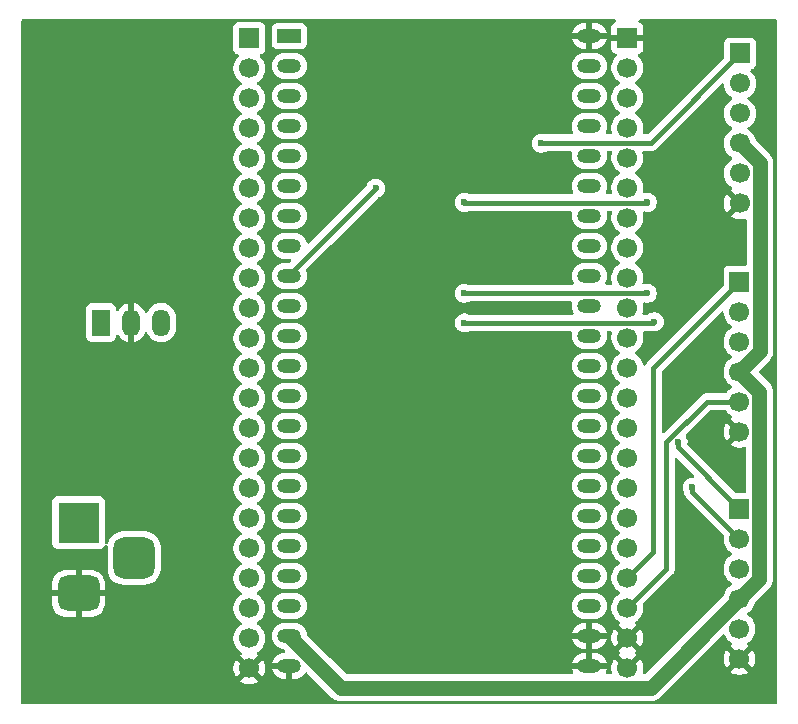
<source format=gbr>
%TF.GenerationSoftware,KiCad,Pcbnew,9.0.5*%
%TF.CreationDate,2026-01-28T15:10:35+09:00*%
%TF.ProjectId,esp32s3_serial_bridge_pcb,65737033-3273-4335-9f73-657269616c5f,V1.0*%
%TF.SameCoordinates,Original*%
%TF.FileFunction,Copper,L2,Bot*%
%TF.FilePolarity,Positive*%
%FSLAX46Y46*%
G04 Gerber Fmt 4.6, Leading zero omitted, Abs format (unit mm)*
G04 Created by KiCad (PCBNEW 9.0.5) date 2026-01-28 15:10:35*
%MOMM*%
%LPD*%
G01*
G04 APERTURE LIST*
G04 Aperture macros list*
%AMRoundRect*
0 Rectangle with rounded corners*
0 $1 Rounding radius*
0 $2 $3 $4 $5 $6 $7 $8 $9 X,Y pos of 4 corners*
0 Add a 4 corners polygon primitive as box body*
4,1,4,$2,$3,$4,$5,$6,$7,$8,$9,$2,$3,0*
0 Add four circle primitives for the rounded corners*
1,1,$1+$1,$2,$3*
1,1,$1+$1,$4,$5*
1,1,$1+$1,$6,$7*
1,1,$1+$1,$8,$9*
0 Add four rect primitives between the rounded corners*
20,1,$1+$1,$2,$3,$4,$5,0*
20,1,$1+$1,$4,$5,$6,$7,0*
20,1,$1+$1,$6,$7,$8,$9,0*
20,1,$1+$1,$8,$9,$2,$3,0*%
G04 Aperture macros list end*
%TA.AperFunction,ComponentPad*%
%ADD10R,2.000000X1.200000*%
%TD*%
%TA.AperFunction,ComponentPad*%
%ADD11O,2.000000X1.200000*%
%TD*%
%TA.AperFunction,ComponentPad*%
%ADD12R,1.700000X1.700000*%
%TD*%
%TA.AperFunction,ComponentPad*%
%ADD13C,1.700000*%
%TD*%
%TA.AperFunction,ComponentPad*%
%ADD14R,1.500000X2.300000*%
%TD*%
%TA.AperFunction,ComponentPad*%
%ADD15O,1.500000X2.300000*%
%TD*%
%TA.AperFunction,ComponentPad*%
%ADD16R,3.500000X3.500000*%
%TD*%
%TA.AperFunction,ComponentPad*%
%ADD17RoundRect,0.750000X1.000000X-0.750000X1.000000X0.750000X-1.000000X0.750000X-1.000000X-0.750000X0*%
%TD*%
%TA.AperFunction,ComponentPad*%
%ADD18RoundRect,0.875000X0.875000X-0.875000X0.875000X0.875000X-0.875000X0.875000X-0.875000X-0.875000X0*%
%TD*%
%TA.AperFunction,ViaPad*%
%ADD19C,0.600000*%
%TD*%
%TA.AperFunction,Conductor*%
%ADD20C,0.400000*%
%TD*%
%TA.AperFunction,Conductor*%
%ADD21C,1.270000*%
%TD*%
G04 APERTURE END LIST*
D10*
%TO.P,U3,1,3V3*%
%TO.N,+3.3V*%
X127195000Y-76903200D03*
D11*
%TO.P,U3,2,3V3*%
X127195000Y-79443200D03*
%TO.P,U3,3,CHIP_PU*%
%TO.N,RST*%
X127195000Y-81983200D03*
%TO.P,U3,4,GPIO4/ADC1_CH3*%
%TO.N,GPIO4*%
X127195000Y-84523200D03*
%TO.P,U3,5,GPIO5/ADC1_CH4*%
%TO.N,GPIO5*%
X127195000Y-87063200D03*
%TO.P,U3,6,GPIO6/ADC1_CH5*%
%TO.N,GPIO6*%
X127195000Y-89603200D03*
%TO.P,U3,7,GPIO7/ADC1_CH6*%
%TO.N,/GPIO7*%
X127195000Y-92143200D03*
%TO.P,U3,8,GPIO15/ADC2_CH4/32K_P*%
%TO.N,GPIO15_RTS0*%
X127195000Y-94683200D03*
%TO.P,U3,9,GPIO16/ADC2_CH5/32K_N*%
%TO.N,GPIO16_CTS0*%
X127195000Y-97223200D03*
%TO.P,U3,10,GPIO17/ADC2_CH6*%
%TO.N,GPIO17_TX1*%
X127195000Y-99763200D03*
%TO.P,U3,11,GPIO18/ADC2_CH7*%
%TO.N,GPIO18_RX1*%
X127195000Y-102303200D03*
%TO.P,U3,12,GPIO8/ADC1_CH7*%
%TO.N,GPIO8*%
X127195000Y-104843200D03*
%TO.P,U3,13,GPIO3/ADC1_CH2*%
%TO.N,GPIO3*%
X127195000Y-107383200D03*
%TO.P,U3,14,GPIO46*%
%TO.N,GPIO46*%
X127195000Y-109923200D03*
%TO.P,U3,15,GPIO9/ADC1_CH8*%
%TO.N,GPIO9*%
X127195000Y-112463200D03*
%TO.P,U3,16,GPIO10/ADC1_CH9*%
%TO.N,GPIO10*%
X127195000Y-115003200D03*
%TO.P,U3,17,GPIO11/ADC2_CH0*%
%TO.N,GPIO11*%
X127195000Y-117543200D03*
%TO.P,U3,18,GPIO12/ADC2_CH1*%
%TO.N,GPIO12*%
X127195000Y-120083200D03*
%TO.P,U3,19,GPIO13/ADC2_CH2*%
%TO.N,GPIO13*%
X127195000Y-122623200D03*
%TO.P,U3,20,GPIO14/ADC2_CH3*%
%TO.N,GPIO14*%
X127195000Y-125163200D03*
%TO.P,U3,21,5V*%
%TO.N,+5V*%
X127195000Y-127703200D03*
%TO.P,U3,22,GND*%
%TO.N,GND*%
X127195000Y-130243200D03*
%TO.P,U3,23,GND*%
X152595000Y-130243200D03*
%TO.P,U3,24,GND*%
X152595000Y-127703200D03*
%TO.P,U3,25,GPIO19/USB_D-*%
%TO.N,GPIO19_RTS1*%
X152595000Y-125163200D03*
%TO.P,U3,26,GPIO20/USB_D+*%
%TO.N,GPIO20_CTS1*%
X152595000Y-122623200D03*
%TO.P,U3,27,GPIO21*%
%TO.N,GPIO21*%
X152595000Y-120083200D03*
%TO.P,U3,28,GPIO47*%
%TO.N,GPIO47*%
X152595000Y-117543200D03*
%TO.P,U3,29,GPIO48*%
%TO.N,GPIO48*%
X152595000Y-115003200D03*
%TO.P,U3,30,GPIO45*%
%TO.N,GPIO45*%
X152595000Y-112463200D03*
%TO.P,U3,31,GPIO0*%
%TO.N,GPIO0*%
X152595000Y-109923200D03*
%TO.P,U3,32,GPIO35*%
%TO.N,GPIO35_RTS2*%
X152595000Y-107383200D03*
%TO.P,U3,33,GPIO36*%
%TO.N,GPIO36_CTS2*%
X152595000Y-104843200D03*
%TO.P,U3,34,GPIO37*%
%TO.N,GPIO37_TX2*%
X152595000Y-102303200D03*
%TO.P,U3,35,GPIO38*%
%TO.N,GPIO38_RX2*%
X152595000Y-99763200D03*
%TO.P,U3,36,GPIO39/MTCK*%
%TO.N,GPIO39*%
X152595000Y-97223200D03*
%TO.P,U3,37,GPIO40/MTDO*%
%TO.N,GPIO40*%
X152595000Y-94683200D03*
%TO.P,U3,38,GPIO41/MTDI*%
%TO.N,GPIO41*%
X152595000Y-92143200D03*
%TO.P,U3,39,GPIO42/MTMS*%
%TO.N,GPIO42*%
X152595000Y-89603200D03*
%TO.P,U3,40,GPIO2/ADC1_CH1*%
%TO.N,GPIO2*%
X152595000Y-87063200D03*
%TO.P,U3,41,GPIO1/ADC1_CH0*%
%TO.N,GPIO1_RX0*%
X152595000Y-84523200D03*
%TO.P,U3,42,GPIO44/U0RXD*%
%TO.N,GPIO44*%
X152595000Y-81983200D03*
%TO.P,U3,43,GPIO43/U0TXD*%
%TO.N,GPIO43_TX0*%
X152595000Y-79443200D03*
%TO.P,U3,44,GND*%
%TO.N,GND*%
X152595000Y-76903200D03*
%TD*%
D12*
%TO.P,J3,1,Pin_1*%
%TO.N,GPIO16_CTS0*%
X165345000Y-78390000D03*
D13*
%TO.P,J3,2,Pin_2*%
%TO.N,GPIO43_TX0*%
X165345000Y-80930000D03*
%TO.P,J3,3,Pin_3*%
%TO.N,GPIO1_RX0*%
X165345000Y-83470000D03*
%TO.P,J3,4,Pin_4*%
%TO.N,+5V*%
X165345000Y-86010000D03*
%TO.P,J3,5,Pin_5*%
%TO.N,GPIO15_RTS0*%
X165345000Y-88550000D03*
%TO.P,J3,6,Pin_6*%
%TO.N,GND*%
X165345000Y-91090000D03*
%TD*%
D12*
%TO.P,J5,1,Pin_1*%
%TO.N,GPIO36_CTS2*%
X165300000Y-116940000D03*
D13*
%TO.P,J5,2,Pin_2*%
%TO.N,GPIO37_TX2*%
X165300000Y-119480000D03*
%TO.P,J5,3,Pin_3*%
%TO.N,GPIO38_RX2*%
X165300000Y-122020000D03*
%TO.P,J5,4,Pin_4*%
%TO.N,+5V*%
X165300000Y-124560000D03*
%TO.P,J5,5,Pin_5*%
%TO.N,GPIO35_RTS2*%
X165300000Y-127100000D03*
%TO.P,J5,6,Pin_6*%
%TO.N,GND*%
X165300000Y-129640000D03*
%TD*%
D14*
%TO.P,U2,1,IN*%
%TO.N,+12V*%
X111252500Y-101170000D03*
D15*
%TO.P,U2,2,GND*%
%TO.N,GND*%
X113792500Y-101170000D03*
%TO.P,U2,3,OUT*%
%TO.N,+5V*%
X116332500Y-101170000D03*
%TD*%
D12*
%TO.P,J1,1,Pin_1*%
%TO.N,GND*%
X155800000Y-77060000D03*
D13*
%TO.P,J1,2,Pin_2*%
%TO.N,GPIO43_TX0*%
X155800000Y-79600000D03*
%TO.P,J1,3,Pin_3*%
%TO.N,GPIO44*%
X155800000Y-82140000D03*
%TO.P,J1,4,Pin_4*%
%TO.N,GPIO1_RX0*%
X155800000Y-84680000D03*
%TO.P,J1,5,Pin_5*%
%TO.N,GPIO2*%
X155800000Y-87220000D03*
%TO.P,J1,6,Pin_6*%
%TO.N,GPIO42*%
X155800000Y-89760000D03*
%TO.P,J1,7,Pin_7*%
%TO.N,GPIO41*%
X155800000Y-92300000D03*
%TO.P,J1,8,Pin_8*%
%TO.N,GPIO40*%
X155800000Y-94840000D03*
%TO.P,J1,9,Pin_9*%
%TO.N,GPIO39*%
X155800000Y-97380000D03*
%TO.P,J1,10,Pin_10*%
%TO.N,GPIO38_RX2*%
X155800000Y-99920000D03*
%TO.P,J1,11,Pin_11*%
%TO.N,GPIO37_TX2*%
X155800000Y-102460000D03*
%TO.P,J1,12,Pin_12*%
%TO.N,GPIO36_CTS2*%
X155800000Y-105000000D03*
%TO.P,J1,13,Pin_13*%
%TO.N,GPIO35_RTS2*%
X155800000Y-107540000D03*
%TO.P,J1,14,Pin_14*%
%TO.N,GPIO0*%
X155800000Y-110080000D03*
%TO.P,J1,15,Pin_15*%
%TO.N,GPIO45*%
X155800000Y-112620000D03*
%TO.P,J1,16,Pin_16*%
%TO.N,GPIO48*%
X155800000Y-115160000D03*
%TO.P,J1,17,Pin_17*%
%TO.N,GPIO47*%
X155800000Y-117700000D03*
%TO.P,J1,18,Pin_18*%
%TO.N,GPIO21*%
X155800000Y-120240000D03*
%TO.P,J1,19,Pin_19*%
%TO.N,GPIO20_CTS1*%
X155800000Y-122780000D03*
%TO.P,J1,20,Pin_20*%
%TO.N,GPIO19_RTS1*%
X155800000Y-125320000D03*
%TO.P,J1,21,Pin_21*%
%TO.N,GND*%
X155800000Y-127860000D03*
%TO.P,J1,22,Pin_22*%
X155800000Y-130400000D03*
%TD*%
D16*
%TO.P,J6,1*%
%TO.N,+12V*%
X109342500Y-118100000D03*
D17*
%TO.P,J6,2*%
%TO.N,GND*%
X109342500Y-124100000D03*
D18*
%TO.P,J6,3*%
%TO.N,unconnected-(J6-Pad3)*%
X114042500Y-121100000D03*
%TD*%
D12*
%TO.P,J4,1,Pin_1*%
%TO.N,GPIO20_CTS1*%
X165300000Y-97710000D03*
D13*
%TO.P,J4,2,Pin_2*%
%TO.N,GPIO17_TX1*%
X165300000Y-100250000D03*
%TO.P,J4,3,Pin_3*%
%TO.N,GPIO18_RX1*%
X165300000Y-102790000D03*
%TO.P,J4,4,Pin_4*%
%TO.N,+5V*%
X165300000Y-105330000D03*
%TO.P,J4,5,Pin_5*%
%TO.N,GPIO19_RTS1*%
X165300000Y-107870000D03*
%TO.P,J4,6,Pin_6*%
%TO.N,GND*%
X165300000Y-110410000D03*
%TD*%
D12*
%TO.P,J2,1,Pin_1*%
%TO.N,+3.3V*%
X123800000Y-77100000D03*
D13*
%TO.P,J2,2,Pin_2*%
X123800000Y-79640000D03*
%TO.P,J2,3,Pin_3*%
%TO.N,RST*%
X123800000Y-82180000D03*
%TO.P,J2,4,Pin_4*%
%TO.N,GPIO4*%
X123800000Y-84720000D03*
%TO.P,J2,5,Pin_5*%
%TO.N,GPIO5*%
X123800000Y-87260000D03*
%TO.P,J2,6,Pin_6*%
%TO.N,GPIO6*%
X123800000Y-89800000D03*
%TO.P,J2,7,Pin_7*%
%TO.N,/GPIO7*%
X123800000Y-92340000D03*
%TO.P,J2,8,Pin_8*%
%TO.N,GPIO15_RTS0*%
X123800000Y-94880000D03*
%TO.P,J2,9,Pin_9*%
%TO.N,GPIO16_CTS0*%
X123800000Y-97420000D03*
%TO.P,J2,10,Pin_10*%
%TO.N,GPIO17_TX1*%
X123800000Y-99960000D03*
%TO.P,J2,11,Pin_11*%
%TO.N,GPIO18_RX1*%
X123800000Y-102500000D03*
%TO.P,J2,12,Pin_12*%
%TO.N,GPIO8*%
X123800000Y-105040000D03*
%TO.P,J2,13,Pin_13*%
%TO.N,GPIO3*%
X123800000Y-107580000D03*
%TO.P,J2,14,Pin_14*%
%TO.N,GPIO46*%
X123800000Y-110120000D03*
%TO.P,J2,15,Pin_15*%
%TO.N,GPIO9*%
X123800000Y-112660000D03*
%TO.P,J2,16,Pin_16*%
%TO.N,GPIO10*%
X123800000Y-115200000D03*
%TO.P,J2,17,Pin_17*%
%TO.N,GPIO11*%
X123800000Y-117740000D03*
%TO.P,J2,18,Pin_18*%
%TO.N,GPIO12*%
X123800000Y-120280000D03*
%TO.P,J2,19,Pin_19*%
%TO.N,GPIO13*%
X123800000Y-122820000D03*
%TO.P,J2,20,Pin_20*%
%TO.N,GPIO14*%
X123800000Y-125360000D03*
%TO.P,J2,21,Pin_21*%
%TO.N,+5V*%
X123800000Y-127900000D03*
%TO.P,J2,22,Pin_22*%
%TO.N,GND*%
X123800000Y-130440000D03*
%TD*%
D19*
%TO.N,GND*%
X159200000Y-81800000D03*
%TO.N,GPIO16_CTS0*%
X148500000Y-86000000D03*
X134500000Y-89800000D03*
%TO.N,GPIO18_RX1*%
X142000000Y-101200000D03*
%TO.N,GPIO17_TX1*%
X142000000Y-98700000D03*
X157500000Y-98700000D03*
%TO.N,GPIO15_RTS0*%
X142000000Y-91000000D03*
X157500000Y-91000000D03*
%TO.N,GND*%
X161000000Y-106500000D03*
X160000000Y-108000000D03*
X162000000Y-104000000D03*
X163000000Y-122000000D03*
X160000000Y-100000000D03*
X159000000Y-88000000D03*
%TO.N,GPIO18_RX1*%
X158100000Y-101100000D03*
%TO.N,GPIO36_CTS2*%
X160100000Y-111300000D03*
%TO.N,GPIO37_TX2*%
X161300000Y-115100000D03*
%TD*%
D20*
%TO.N,GPIO16_CTS0*%
X127195000Y-97105000D02*
X127195000Y-97223200D01*
X134500000Y-89800000D02*
X127195000Y-97105000D01*
X148569000Y-85931000D02*
X148500000Y-86000000D01*
X157804000Y-85931000D02*
X148569000Y-85931000D01*
%TO.N,GPIO18_RX1*%
X158000000Y-101200000D02*
X142000000Y-101200000D01*
X158100000Y-101100000D02*
X158000000Y-101200000D01*
%TO.N,GPIO17_TX1*%
X157469000Y-98669000D02*
X142031000Y-98669000D01*
X157500000Y-98700000D02*
X157469000Y-98669000D01*
X142031000Y-98669000D02*
X142000000Y-98700000D01*
%TO.N,GPIO15_RTS0*%
X142011000Y-91011000D02*
X142000000Y-91000000D01*
X157500000Y-91000000D02*
X157489000Y-91011000D01*
X157489000Y-91011000D02*
X142011000Y-91011000D01*
D21*
%TO.N,+5V*%
X167031000Y-87696000D02*
X165345000Y-86010000D01*
X167031000Y-103599000D02*
X167031000Y-87696000D01*
X165300000Y-105330000D02*
X167031000Y-103599000D01*
X166986000Y-122874000D02*
X166986000Y-107016000D01*
X165300000Y-124560000D02*
X166986000Y-122874000D01*
X166986000Y-107016000D02*
X165300000Y-105330000D01*
X157774000Y-132086000D02*
X165300000Y-124560000D01*
X131577800Y-132086000D02*
X157774000Y-132086000D01*
X127195000Y-127703200D02*
X131577800Y-132086000D01*
D20*
%TO.N,GPIO19_RTS1*%
X159100000Y-122020000D02*
X155800000Y-125320000D01*
X162538636Y-107870000D02*
X159100000Y-111308636D01*
X159100000Y-111308636D02*
X159100000Y-122020000D01*
X165300000Y-107870000D02*
X162538636Y-107870000D01*
%TO.N,GPIO20_CTS1*%
X158000000Y-120580000D02*
X155800000Y-122780000D01*
X158000000Y-105010000D02*
X158000000Y-120580000D01*
X165300000Y-97710000D02*
X158000000Y-105010000D01*
%TO.N,GPIO36_CTS2*%
X160100000Y-111740000D02*
X160100000Y-111300000D01*
X165300000Y-116940000D02*
X160100000Y-111740000D01*
%TO.N,GPIO37_TX2*%
X161300000Y-115100000D02*
X161300000Y-115480000D01*
X161300000Y-115480000D02*
X165300000Y-119480000D01*
%TO.N,GPIO16_CTS0*%
X165345000Y-78390000D02*
X157804000Y-85931000D01*
%TD*%
%TA.AperFunction,Conductor*%
%TO.N,GND*%
G36*
X154801231Y-75520185D02*
G01*
X154846986Y-75572989D01*
X154856930Y-75642147D01*
X154827905Y-75705703D01*
X154777525Y-75740682D01*
X154707913Y-75766645D01*
X154707906Y-75766649D01*
X154592812Y-75852809D01*
X154592809Y-75852812D01*
X154506649Y-75967906D01*
X154506645Y-75967913D01*
X154456403Y-76102620D01*
X154456401Y-76102627D01*
X154450000Y-76162155D01*
X154450000Y-76810000D01*
X155366988Y-76810000D01*
X155334075Y-76867007D01*
X155300000Y-76994174D01*
X155300000Y-77125826D01*
X155334075Y-77252993D01*
X155366988Y-77310000D01*
X154450000Y-77310000D01*
X154450000Y-77957844D01*
X154456401Y-78017372D01*
X154456403Y-78017379D01*
X154506645Y-78152086D01*
X154506649Y-78152093D01*
X154592809Y-78267187D01*
X154592812Y-78267190D01*
X154707906Y-78353350D01*
X154707913Y-78353354D01*
X154839470Y-78402422D01*
X154895404Y-78444293D01*
X154919821Y-78509758D01*
X154904969Y-78578031D01*
X154883819Y-78606285D01*
X154769889Y-78720215D01*
X154644951Y-78892179D01*
X154548444Y-79081585D01*
X154482753Y-79283760D01*
X154449500Y-79493713D01*
X154449500Y-79706286D01*
X154482753Y-79916239D01*
X154548444Y-80118414D01*
X154644951Y-80307820D01*
X154769890Y-80479786D01*
X154920213Y-80630109D01*
X155092182Y-80755050D01*
X155100946Y-80759516D01*
X155151742Y-80807491D01*
X155168536Y-80875312D01*
X155145998Y-80941447D01*
X155100946Y-80980484D01*
X155092182Y-80984949D01*
X154920213Y-81109890D01*
X154769890Y-81260213D01*
X154644951Y-81432179D01*
X154548444Y-81621585D01*
X154482753Y-81823760D01*
X154449500Y-82033713D01*
X154449500Y-82246286D01*
X154482753Y-82456239D01*
X154548444Y-82658414D01*
X154644951Y-82847820D01*
X154769890Y-83019786D01*
X154920213Y-83170109D01*
X155092182Y-83295050D01*
X155100946Y-83299516D01*
X155151742Y-83347491D01*
X155168536Y-83415312D01*
X155145998Y-83481447D01*
X155100946Y-83520484D01*
X155092182Y-83524949D01*
X154920213Y-83649890D01*
X154769890Y-83800213D01*
X154644951Y-83972179D01*
X154548444Y-84161585D01*
X154482753Y-84363760D01*
X154461158Y-84500109D01*
X154449500Y-84573713D01*
X154449500Y-84786287D01*
X154482754Y-84996243D01*
X154500287Y-85050205D01*
X154506129Y-85068182D01*
X154508124Y-85138023D01*
X154472044Y-85197856D01*
X154409343Y-85228684D01*
X154388198Y-85230500D01*
X154072082Y-85230500D01*
X154005043Y-85210815D01*
X153959288Y-85158011D01*
X153949344Y-85088853D01*
X153961597Y-85050205D01*
X153997424Y-84979890D01*
X154014873Y-84945645D01*
X154068402Y-84780901D01*
X154095500Y-84609811D01*
X154095500Y-84436589D01*
X154068402Y-84265499D01*
X154014873Y-84100755D01*
X153936232Y-83946412D01*
X153834414Y-83806272D01*
X153711928Y-83683786D01*
X153571788Y-83581968D01*
X153417445Y-83503327D01*
X153252701Y-83449798D01*
X153252699Y-83449797D01*
X153252698Y-83449797D01*
X153117871Y-83428443D01*
X153081611Y-83422700D01*
X152108389Y-83422700D01*
X152072129Y-83428443D01*
X151937302Y-83449797D01*
X151772552Y-83503328D01*
X151618211Y-83581968D01*
X151538256Y-83640059D01*
X151478072Y-83683786D01*
X151478070Y-83683788D01*
X151478069Y-83683788D01*
X151355588Y-83806269D01*
X151355588Y-83806270D01*
X151355586Y-83806272D01*
X151311859Y-83866456D01*
X151253768Y-83946411D01*
X151175128Y-84100752D01*
X151121597Y-84265502D01*
X151108248Y-84349786D01*
X151094500Y-84436589D01*
X151094500Y-84609811D01*
X151121598Y-84780901D01*
X151145658Y-84854951D01*
X151175128Y-84945647D01*
X151228403Y-85050205D01*
X151241299Y-85118874D01*
X151215023Y-85183615D01*
X151157916Y-85223872D01*
X151117918Y-85230500D01*
X148746900Y-85230500D01*
X148722708Y-85228117D01*
X148578844Y-85199500D01*
X148578842Y-85199500D01*
X148421158Y-85199500D01*
X148421155Y-85199500D01*
X148266510Y-85230261D01*
X148266498Y-85230264D01*
X148120827Y-85290602D01*
X148120814Y-85290609D01*
X147989711Y-85378210D01*
X147989707Y-85378213D01*
X147878213Y-85489707D01*
X147878210Y-85489711D01*
X147790609Y-85620814D01*
X147790602Y-85620827D01*
X147730264Y-85766498D01*
X147730261Y-85766510D01*
X147699500Y-85921153D01*
X147699500Y-86078846D01*
X147730261Y-86233489D01*
X147730264Y-86233501D01*
X147790602Y-86379172D01*
X147790609Y-86379185D01*
X147878210Y-86510288D01*
X147878213Y-86510292D01*
X147989707Y-86621786D01*
X147989711Y-86621789D01*
X148120814Y-86709390D01*
X148120827Y-86709397D01*
X148256754Y-86765699D01*
X148266503Y-86769737D01*
X148387566Y-86793818D01*
X148421153Y-86800499D01*
X148421156Y-86800500D01*
X148421158Y-86800500D01*
X148578844Y-86800500D01*
X148578845Y-86800499D01*
X148733497Y-86769737D01*
X148879179Y-86709394D01*
X148964480Y-86652397D01*
X149031156Y-86631520D01*
X149033370Y-86631500D01*
X151007463Y-86631500D01*
X151074502Y-86651185D01*
X151120257Y-86703989D01*
X151130201Y-86773147D01*
X151125393Y-86793820D01*
X151121598Y-86805498D01*
X151121597Y-86805501D01*
X151094500Y-86976589D01*
X151094500Y-87149810D01*
X151112109Y-87260993D01*
X151121598Y-87320901D01*
X151175127Y-87485645D01*
X151253768Y-87639988D01*
X151355586Y-87780128D01*
X151478072Y-87902614D01*
X151618212Y-88004432D01*
X151772555Y-88083073D01*
X151937299Y-88136602D01*
X152108389Y-88163700D01*
X152108390Y-88163700D01*
X153081610Y-88163700D01*
X153081611Y-88163700D01*
X153252701Y-88136602D01*
X153417445Y-88083073D01*
X153571788Y-88004432D01*
X153711928Y-87902614D01*
X153834414Y-87780128D01*
X153936232Y-87639988D01*
X154014873Y-87485645D01*
X154068402Y-87320901D01*
X154095500Y-87149811D01*
X154095500Y-86976589D01*
X154068402Y-86805499D01*
X154064607Y-86793818D01*
X154063802Y-86765699D01*
X154059799Y-86737853D01*
X154062817Y-86731242D01*
X154062610Y-86723979D01*
X154077137Y-86699887D01*
X154088824Y-86674297D01*
X154094937Y-86670368D01*
X154098690Y-86664145D01*
X154123938Y-86651730D01*
X154147602Y-86636523D01*
X154157870Y-86635046D01*
X154161390Y-86633316D01*
X154182537Y-86631500D01*
X154400545Y-86631500D01*
X154467584Y-86651185D01*
X154513339Y-86703989D01*
X154523283Y-86773147D01*
X154518477Y-86793812D01*
X154487292Y-86889792D01*
X154482753Y-86903760D01*
X154461158Y-87040109D01*
X154449500Y-87113713D01*
X154449500Y-87326287D01*
X154482754Y-87536243D01*
X154505625Y-87606633D01*
X154548444Y-87738414D01*
X154644951Y-87927820D01*
X154769890Y-88099786D01*
X154920213Y-88250109D01*
X155092182Y-88375050D01*
X155100946Y-88379516D01*
X155151742Y-88427491D01*
X155168536Y-88495312D01*
X155145998Y-88561447D01*
X155100946Y-88600484D01*
X155092182Y-88604949D01*
X154920213Y-88729890D01*
X154769890Y-88880213D01*
X154644951Y-89052179D01*
X154548444Y-89241585D01*
X154482753Y-89443760D01*
X154449500Y-89653713D01*
X154449500Y-89866286D01*
X154475983Y-90033497D01*
X154482754Y-90076243D01*
X154500287Y-90130205D01*
X154506129Y-90148182D01*
X154508124Y-90218023D01*
X154472044Y-90277856D01*
X154409343Y-90308684D01*
X154388198Y-90310500D01*
X154072082Y-90310500D01*
X154005043Y-90290815D01*
X153959288Y-90238011D01*
X153949344Y-90168853D01*
X153961597Y-90130205D01*
X153989094Y-90076239D01*
X154014873Y-90025645D01*
X154068402Y-89860901D01*
X154095500Y-89689811D01*
X154095500Y-89516589D01*
X154068402Y-89345499D01*
X154014873Y-89180755D01*
X153936232Y-89026412D01*
X153834414Y-88886272D01*
X153711928Y-88763786D01*
X153571788Y-88661968D01*
X153417445Y-88583327D01*
X153252701Y-88529798D01*
X153252699Y-88529797D01*
X153252698Y-88529797D01*
X153117871Y-88508443D01*
X153081611Y-88502700D01*
X152108389Y-88502700D01*
X152072129Y-88508443D01*
X151937302Y-88529797D01*
X151772552Y-88583328D01*
X151618211Y-88661968D01*
X151538256Y-88720059D01*
X151478072Y-88763786D01*
X151478070Y-88763788D01*
X151478069Y-88763788D01*
X151355588Y-88886269D01*
X151355588Y-88886270D01*
X151355586Y-88886272D01*
X151311859Y-88946456D01*
X151253768Y-89026411D01*
X151175128Y-89180752D01*
X151121597Y-89345502D01*
X151109669Y-89420814D01*
X151094500Y-89516589D01*
X151094500Y-89689811D01*
X151121598Y-89860901D01*
X151131612Y-89891722D01*
X151175128Y-90025647D01*
X151228403Y-90130205D01*
X151241299Y-90198874D01*
X151215023Y-90263615D01*
X151157916Y-90303872D01*
X151117918Y-90310500D01*
X142446567Y-90310500D01*
X142385094Y-90292449D01*
X142384546Y-90293475D01*
X142379621Y-90290842D01*
X142379528Y-90290815D01*
X142379340Y-90290692D01*
X142379174Y-90290603D01*
X142233501Y-90230264D01*
X142233489Y-90230261D01*
X142078845Y-90199500D01*
X142078842Y-90199500D01*
X141921158Y-90199500D01*
X141921155Y-90199500D01*
X141766510Y-90230261D01*
X141766498Y-90230264D01*
X141620827Y-90290602D01*
X141620814Y-90290609D01*
X141489711Y-90378210D01*
X141489707Y-90378213D01*
X141378213Y-90489707D01*
X141378210Y-90489711D01*
X141290609Y-90620814D01*
X141290602Y-90620827D01*
X141230264Y-90766498D01*
X141230261Y-90766510D01*
X141199500Y-90921153D01*
X141199500Y-91078846D01*
X141230261Y-91233489D01*
X141230264Y-91233501D01*
X141290602Y-91379172D01*
X141290609Y-91379185D01*
X141378210Y-91510288D01*
X141378213Y-91510292D01*
X141489707Y-91621786D01*
X141489711Y-91621789D01*
X141620814Y-91709390D01*
X141620827Y-91709397D01*
X141766498Y-91769735D01*
X141766503Y-91769737D01*
X141921153Y-91800499D01*
X141921156Y-91800500D01*
X141921158Y-91800500D01*
X142078844Y-91800500D01*
X142078845Y-91800499D01*
X142161848Y-91783989D01*
X142233488Y-91769739D01*
X142233490Y-91769738D01*
X142233497Y-91769737D01*
X142351307Y-91720938D01*
X142398759Y-91711500D01*
X151007463Y-91711500D01*
X151074502Y-91731185D01*
X151120257Y-91783989D01*
X151130201Y-91853147D01*
X151125393Y-91873820D01*
X151121598Y-91885498D01*
X151121597Y-91885501D01*
X151094500Y-92056589D01*
X151094500Y-92229810D01*
X151118817Y-92383346D01*
X151121598Y-92400901D01*
X151175127Y-92565645D01*
X151253768Y-92719988D01*
X151355586Y-92860128D01*
X151478072Y-92982614D01*
X151618212Y-93084432D01*
X151772555Y-93163073D01*
X151937299Y-93216602D01*
X152108389Y-93243700D01*
X152108390Y-93243700D01*
X153081610Y-93243700D01*
X153081611Y-93243700D01*
X153252701Y-93216602D01*
X153417445Y-93163073D01*
X153571788Y-93084432D01*
X153711928Y-92982614D01*
X153834414Y-92860128D01*
X153936232Y-92719988D01*
X154014873Y-92565645D01*
X154068402Y-92400901D01*
X154095500Y-92229811D01*
X154095500Y-92056589D01*
X154068402Y-91885499D01*
X154064607Y-91873818D01*
X154063802Y-91845699D01*
X154059799Y-91817853D01*
X154062817Y-91811242D01*
X154062610Y-91803979D01*
X154077137Y-91779887D01*
X154088824Y-91754297D01*
X154094937Y-91750368D01*
X154098690Y-91744145D01*
X154123938Y-91731730D01*
X154147602Y-91716523D01*
X154157870Y-91715046D01*
X154161390Y-91713316D01*
X154182537Y-91711500D01*
X154400545Y-91711500D01*
X154467584Y-91731185D01*
X154513339Y-91783989D01*
X154523283Y-91853147D01*
X154518477Y-91873812D01*
X154503202Y-91920826D01*
X154482753Y-91983760D01*
X154449500Y-92193713D01*
X154449500Y-92406287D01*
X154451265Y-92417429D01*
X154482753Y-92616239D01*
X154548444Y-92818414D01*
X154644951Y-93007820D01*
X154769890Y-93179786D01*
X154920213Y-93330109D01*
X155092182Y-93455050D01*
X155100946Y-93459516D01*
X155151742Y-93507491D01*
X155168536Y-93575312D01*
X155145998Y-93641447D01*
X155100946Y-93680484D01*
X155092182Y-93684949D01*
X154920213Y-93809890D01*
X154769890Y-93960213D01*
X154644951Y-94132179D01*
X154548444Y-94321585D01*
X154482753Y-94523760D01*
X154449500Y-94733713D01*
X154449500Y-94946286D01*
X154482753Y-95156239D01*
X154548444Y-95358414D01*
X154644951Y-95547820D01*
X154769890Y-95719786D01*
X154920213Y-95870109D01*
X155092182Y-95995050D01*
X155100946Y-95999516D01*
X155151742Y-96047491D01*
X155168536Y-96115312D01*
X155145998Y-96181447D01*
X155100946Y-96220484D01*
X155092182Y-96224949D01*
X154920213Y-96349890D01*
X154769890Y-96500213D01*
X154644951Y-96672179D01*
X154548444Y-96861585D01*
X154482753Y-97063760D01*
X154449500Y-97273713D01*
X154449500Y-97486286D01*
X154482753Y-97696239D01*
X154518476Y-97806182D01*
X154520471Y-97876023D01*
X154484391Y-97935856D01*
X154421690Y-97966684D01*
X154400545Y-97968500D01*
X154052721Y-97968500D01*
X153985682Y-97948815D01*
X153939927Y-97896011D01*
X153929983Y-97826853D01*
X153942236Y-97788206D01*
X154014870Y-97645650D01*
X154014873Y-97645645D01*
X154068402Y-97480901D01*
X154095500Y-97309811D01*
X154095500Y-97136589D01*
X154068402Y-96965499D01*
X154014873Y-96800755D01*
X153936232Y-96646412D01*
X153834414Y-96506272D01*
X153711928Y-96383786D01*
X153571788Y-96281968D01*
X153417445Y-96203327D01*
X153252701Y-96149798D01*
X153252699Y-96149797D01*
X153252698Y-96149797D01*
X153117871Y-96128443D01*
X153081611Y-96122700D01*
X152108389Y-96122700D01*
X152072129Y-96128443D01*
X151937302Y-96149797D01*
X151772552Y-96203328D01*
X151618211Y-96281968D01*
X151538256Y-96340059D01*
X151478072Y-96383786D01*
X151478070Y-96383788D01*
X151478069Y-96383788D01*
X151355588Y-96506269D01*
X151355588Y-96506270D01*
X151355586Y-96506272D01*
X151311859Y-96566456D01*
X151253768Y-96646411D01*
X151175128Y-96800752D01*
X151121597Y-96965502D01*
X151094500Y-97136589D01*
X151094500Y-97309810D01*
X151121597Y-97480897D01*
X151175129Y-97645650D01*
X151247764Y-97788206D01*
X151260660Y-97856875D01*
X151234383Y-97921615D01*
X151177277Y-97961872D01*
X151137279Y-97968500D01*
X142350474Y-97968500D01*
X142303023Y-97959061D01*
X142233497Y-97930263D01*
X142233489Y-97930261D01*
X142078845Y-97899500D01*
X142078842Y-97899500D01*
X141921158Y-97899500D01*
X141921155Y-97899500D01*
X141766510Y-97930261D01*
X141766498Y-97930264D01*
X141620827Y-97990602D01*
X141620814Y-97990609D01*
X141489711Y-98078210D01*
X141489707Y-98078213D01*
X141378213Y-98189707D01*
X141378210Y-98189711D01*
X141290609Y-98320814D01*
X141290602Y-98320827D01*
X141230264Y-98466498D01*
X141230261Y-98466510D01*
X141199500Y-98621153D01*
X141199500Y-98778846D01*
X141230261Y-98933489D01*
X141230264Y-98933501D01*
X141290602Y-99079172D01*
X141290609Y-99079185D01*
X141378210Y-99210288D01*
X141378213Y-99210292D01*
X141489707Y-99321786D01*
X141489711Y-99321789D01*
X141620814Y-99409390D01*
X141620827Y-99409397D01*
X141766498Y-99469735D01*
X141766503Y-99469737D01*
X141921153Y-99500499D01*
X141921156Y-99500500D01*
X141921158Y-99500500D01*
X142078844Y-99500500D01*
X142078845Y-99500499D01*
X142233497Y-99469737D01*
X142379179Y-99409394D01*
X142407609Y-99390397D01*
X142474285Y-99369520D01*
X142476499Y-99369500D01*
X150997953Y-99369500D01*
X151064992Y-99389185D01*
X151110747Y-99441989D01*
X151120691Y-99511147D01*
X151120426Y-99512898D01*
X151110400Y-99576202D01*
X151094500Y-99676589D01*
X151094500Y-99849811D01*
X151121598Y-100020901D01*
X151175127Y-100185645D01*
X151241333Y-100315583D01*
X151243179Y-100319205D01*
X151256075Y-100387874D01*
X151229799Y-100452615D01*
X151172692Y-100492872D01*
X151132694Y-100499500D01*
X142425316Y-100499500D01*
X142377864Y-100490061D01*
X142233501Y-100430264D01*
X142233489Y-100430261D01*
X142078845Y-100399500D01*
X142078842Y-100399500D01*
X141921158Y-100399500D01*
X141921155Y-100399500D01*
X141766510Y-100430261D01*
X141766498Y-100430264D01*
X141620827Y-100490602D01*
X141620814Y-100490609D01*
X141489711Y-100578210D01*
X141489707Y-100578213D01*
X141378213Y-100689707D01*
X141378210Y-100689711D01*
X141290609Y-100820814D01*
X141290602Y-100820827D01*
X141230264Y-100966498D01*
X141230261Y-100966510D01*
X141199500Y-101121153D01*
X141199500Y-101278846D01*
X141230261Y-101433489D01*
X141230264Y-101433501D01*
X141290602Y-101579172D01*
X141290609Y-101579185D01*
X141378210Y-101710288D01*
X141378213Y-101710292D01*
X141489707Y-101821786D01*
X141489711Y-101821789D01*
X141620814Y-101909390D01*
X141620827Y-101909397D01*
X141766498Y-101969735D01*
X141766503Y-101969737D01*
X141921153Y-102000499D01*
X141921156Y-102000500D01*
X141921158Y-102000500D01*
X142078844Y-102000500D01*
X142078845Y-102000499D01*
X142233497Y-101969737D01*
X142321841Y-101933144D01*
X142377864Y-101909939D01*
X142425316Y-101900500D01*
X150999378Y-101900500D01*
X151066417Y-101920185D01*
X151112172Y-101972989D01*
X151122116Y-102042147D01*
X151121851Y-102043897D01*
X151094500Y-102216588D01*
X151094500Y-102389810D01*
X151115725Y-102523825D01*
X151121598Y-102560901D01*
X151175127Y-102725645D01*
X151253768Y-102879988D01*
X151355586Y-103020128D01*
X151478072Y-103142614D01*
X151618212Y-103244432D01*
X151772555Y-103323073D01*
X151937299Y-103376602D01*
X152108389Y-103403700D01*
X152108390Y-103403700D01*
X153081610Y-103403700D01*
X153081611Y-103403700D01*
X153252701Y-103376602D01*
X153417445Y-103323073D01*
X153571788Y-103244432D01*
X153711928Y-103142614D01*
X153834414Y-103020128D01*
X153936232Y-102879988D01*
X154014873Y-102725645D01*
X154068402Y-102560901D01*
X154095500Y-102389811D01*
X154095500Y-102216589D01*
X154091387Y-102190621D01*
X154068149Y-102043897D01*
X154070544Y-102025358D01*
X154067884Y-102006853D01*
X154074930Y-101991423D01*
X154077104Y-101974604D01*
X154089142Y-101960302D01*
X154096909Y-101943297D01*
X154111177Y-101934127D01*
X154122100Y-101921152D01*
X154139960Y-101915629D01*
X154155687Y-101905523D01*
X154187392Y-101900964D01*
X154188852Y-101900513D01*
X154190622Y-101900500D01*
X154391122Y-101900500D01*
X154458161Y-101920185D01*
X154503916Y-101972989D01*
X154513860Y-102042147D01*
X154509053Y-102062818D01*
X154482753Y-102143759D01*
X154449500Y-102353713D01*
X154449500Y-102566286D01*
X154480782Y-102763797D01*
X154482754Y-102776243D01*
X154497133Y-102820498D01*
X154548444Y-102978414D01*
X154644951Y-103167820D01*
X154769890Y-103339786D01*
X154920213Y-103490109D01*
X155092182Y-103615050D01*
X155100946Y-103619516D01*
X155151742Y-103667491D01*
X155168536Y-103735312D01*
X155145998Y-103801447D01*
X155100946Y-103840484D01*
X155092182Y-103844949D01*
X154920213Y-103969890D01*
X154769890Y-104120213D01*
X154644951Y-104292179D01*
X154548444Y-104481585D01*
X154482753Y-104683760D01*
X154449500Y-104893713D01*
X154449500Y-105106286D01*
X154474453Y-105263837D01*
X154482754Y-105316243D01*
X154534075Y-105474193D01*
X154548444Y-105518414D01*
X154644951Y-105707820D01*
X154769890Y-105879786D01*
X154920213Y-106030109D01*
X155092182Y-106155050D01*
X155100946Y-106159516D01*
X155151742Y-106207491D01*
X155168536Y-106275312D01*
X155145998Y-106341447D01*
X155100946Y-106380484D01*
X155092182Y-106384949D01*
X154920213Y-106509890D01*
X154769890Y-106660213D01*
X154644951Y-106832179D01*
X154548444Y-107021585D01*
X154482753Y-107223760D01*
X154466578Y-107325886D01*
X154449500Y-107433713D01*
X154449500Y-107646287D01*
X154482754Y-107856243D01*
X154534075Y-108014193D01*
X154548444Y-108058414D01*
X154644951Y-108247820D01*
X154769890Y-108419786D01*
X154920213Y-108570109D01*
X155092182Y-108695050D01*
X155100946Y-108699516D01*
X155151742Y-108747491D01*
X155168536Y-108815312D01*
X155145998Y-108881447D01*
X155100946Y-108920484D01*
X155092182Y-108924949D01*
X154920213Y-109049890D01*
X154769890Y-109200213D01*
X154644951Y-109372179D01*
X154548444Y-109561585D01*
X154482753Y-109763760D01*
X154459591Y-109910000D01*
X154449500Y-109973713D01*
X154449500Y-110186287D01*
X154482754Y-110396243D01*
X154534075Y-110554193D01*
X154548444Y-110598414D01*
X154644951Y-110787820D01*
X154769890Y-110959786D01*
X154920213Y-111110109D01*
X155092182Y-111235050D01*
X155100946Y-111239516D01*
X155151742Y-111287491D01*
X155168536Y-111355312D01*
X155145998Y-111421447D01*
X155100946Y-111460484D01*
X155092182Y-111464949D01*
X154920213Y-111589890D01*
X154769890Y-111740213D01*
X154644951Y-111912179D01*
X154548444Y-112101585D01*
X154482753Y-112303760D01*
X154449500Y-112513713D01*
X154449500Y-112726287D01*
X154482754Y-112936243D01*
X154534075Y-113094193D01*
X154548444Y-113138414D01*
X154644951Y-113327820D01*
X154769890Y-113499786D01*
X154920213Y-113650109D01*
X155092182Y-113775050D01*
X155100946Y-113779516D01*
X155151742Y-113827491D01*
X155168536Y-113895312D01*
X155145998Y-113961447D01*
X155100946Y-114000484D01*
X155092182Y-114004949D01*
X154920213Y-114129890D01*
X154769890Y-114280213D01*
X154644951Y-114452179D01*
X154548444Y-114641585D01*
X154482753Y-114843760D01*
X154454657Y-115021153D01*
X154449500Y-115053713D01*
X154449500Y-115266287D01*
X154482754Y-115476243D01*
X154534075Y-115634193D01*
X154548444Y-115678414D01*
X154644951Y-115867820D01*
X154769890Y-116039786D01*
X154920213Y-116190109D01*
X155092182Y-116315050D01*
X155100946Y-116319516D01*
X155151742Y-116367491D01*
X155168536Y-116435312D01*
X155145998Y-116501447D01*
X155100946Y-116540484D01*
X155092182Y-116544949D01*
X154920213Y-116669890D01*
X154769890Y-116820213D01*
X154644951Y-116992179D01*
X154548444Y-117181585D01*
X154482753Y-117383760D01*
X154449500Y-117593713D01*
X154449500Y-117806287D01*
X154482754Y-118016243D01*
X154534075Y-118174193D01*
X154548444Y-118218414D01*
X154644951Y-118407820D01*
X154769890Y-118579786D01*
X154920213Y-118730109D01*
X155092182Y-118855050D01*
X155100946Y-118859516D01*
X155151742Y-118907491D01*
X155168536Y-118975312D01*
X155145998Y-119041447D01*
X155100946Y-119080484D01*
X155092182Y-119084949D01*
X154920213Y-119209890D01*
X154769890Y-119360213D01*
X154644951Y-119532179D01*
X154548444Y-119721585D01*
X154482753Y-119923760D01*
X154458204Y-120078756D01*
X154449500Y-120133713D01*
X154449500Y-120346287D01*
X154482754Y-120556243D01*
X154539717Y-120731557D01*
X154548444Y-120758414D01*
X154644951Y-120947820D01*
X154769890Y-121119786D01*
X154920213Y-121270109D01*
X155092182Y-121395050D01*
X155100946Y-121399516D01*
X155151742Y-121447491D01*
X155168536Y-121515312D01*
X155145998Y-121581447D01*
X155100946Y-121620484D01*
X155092182Y-121624949D01*
X154920213Y-121749890D01*
X154769890Y-121900213D01*
X154644951Y-122072179D01*
X154548444Y-122261585D01*
X154482753Y-122463760D01*
X154449500Y-122673713D01*
X154449500Y-122886287D01*
X154482754Y-123096243D01*
X154539717Y-123271557D01*
X154548444Y-123298414D01*
X154644951Y-123487820D01*
X154769890Y-123659786D01*
X154920213Y-123810109D01*
X155092182Y-123935050D01*
X155100946Y-123939516D01*
X155151742Y-123987491D01*
X155168536Y-124055312D01*
X155145998Y-124121447D01*
X155100946Y-124160484D01*
X155092182Y-124164949D01*
X154920213Y-124289890D01*
X154769890Y-124440213D01*
X154644951Y-124612179D01*
X154548444Y-124801585D01*
X154482753Y-125003760D01*
X154449500Y-125213713D01*
X154449500Y-125426287D01*
X154482754Y-125636243D01*
X154539717Y-125811557D01*
X154548444Y-125838414D01*
X154644951Y-126027820D01*
X154769890Y-126199786D01*
X154920213Y-126350109D01*
X155092179Y-126475048D01*
X155092181Y-126475049D01*
X155092184Y-126475051D01*
X155101493Y-126479794D01*
X155152290Y-126527766D01*
X155169087Y-126595587D01*
X155146552Y-126661722D01*
X155101505Y-126700760D01*
X155092446Y-126705376D01*
X155092440Y-126705380D01*
X155038282Y-126744727D01*
X155038282Y-126744728D01*
X155670591Y-127377037D01*
X155607007Y-127394075D01*
X155492993Y-127459901D01*
X155399901Y-127552993D01*
X155334075Y-127667007D01*
X155317037Y-127730591D01*
X154684728Y-127098282D01*
X154684727Y-127098282D01*
X154645380Y-127152439D01*
X154548904Y-127341782D01*
X154483242Y-127543869D01*
X154483242Y-127543872D01*
X154450000Y-127753753D01*
X154450000Y-127966246D01*
X154483242Y-128176127D01*
X154483242Y-128176130D01*
X154548904Y-128378217D01*
X154645375Y-128567550D01*
X154684728Y-128621716D01*
X155317037Y-127989408D01*
X155334075Y-128052993D01*
X155399901Y-128167007D01*
X155492993Y-128260099D01*
X155607007Y-128325925D01*
X155670590Y-128342962D01*
X155038282Y-128975269D01*
X155038282Y-128975270D01*
X155092452Y-129014626D01*
X155102048Y-129019516D01*
X155152844Y-129067491D01*
X155169638Y-129135312D01*
X155147100Y-129201447D01*
X155102051Y-129240483D01*
X155092440Y-129245380D01*
X155038282Y-129284727D01*
X155038282Y-129284728D01*
X155670591Y-129917037D01*
X155607007Y-129934075D01*
X155492993Y-129999901D01*
X155399901Y-130092993D01*
X155334075Y-130207007D01*
X155317037Y-130270591D01*
X154684728Y-129638282D01*
X154684727Y-129638282D01*
X154645380Y-129692439D01*
X154548904Y-129881782D01*
X154483242Y-130083869D01*
X154483242Y-130083872D01*
X154450000Y-130293753D01*
X154450000Y-130506246D01*
X154483242Y-130716127D01*
X154483242Y-130716130D01*
X154506654Y-130788182D01*
X154508649Y-130858023D01*
X154472569Y-130917856D01*
X154409868Y-130948684D01*
X154388723Y-130950500D01*
X154071521Y-130950500D01*
X154004482Y-130930815D01*
X153958727Y-130878011D01*
X153948783Y-130808853D01*
X153961036Y-130770205D01*
X154014408Y-130665455D01*
X154067914Y-130500784D01*
X154069115Y-130493200D01*
X152910686Y-130493200D01*
X152915080Y-130488806D01*
X152967741Y-130397594D01*
X152995000Y-130295861D01*
X152995000Y-130190539D01*
X152967741Y-130088806D01*
X152915080Y-129997594D01*
X152910686Y-129993200D01*
X154069115Y-129993200D01*
X154069115Y-129993199D01*
X154067914Y-129985615D01*
X154014408Y-129820944D01*
X153935804Y-129666675D01*
X153834032Y-129526597D01*
X153711602Y-129404167D01*
X153571524Y-129302395D01*
X153417257Y-129223791D01*
X153252584Y-129170285D01*
X153081571Y-129143200D01*
X152845000Y-129143200D01*
X152845000Y-129927514D01*
X152840606Y-129923120D01*
X152749394Y-129870459D01*
X152647661Y-129843200D01*
X152542339Y-129843200D01*
X152440606Y-129870459D01*
X152349394Y-129923120D01*
X152345000Y-129927514D01*
X152345000Y-129143200D01*
X152108429Y-129143200D01*
X151937415Y-129170285D01*
X151772742Y-129223791D01*
X151618475Y-129302395D01*
X151478397Y-129404167D01*
X151355967Y-129526597D01*
X151254195Y-129666675D01*
X151175591Y-129820944D01*
X151122085Y-129985615D01*
X151120884Y-129993199D01*
X151120885Y-129993200D01*
X152279314Y-129993200D01*
X152274920Y-129997594D01*
X152222259Y-130088806D01*
X152195000Y-130190539D01*
X152195000Y-130295861D01*
X152222259Y-130397594D01*
X152274920Y-130488806D01*
X152279314Y-130493200D01*
X151120885Y-130493200D01*
X151122085Y-130500784D01*
X151175591Y-130665455D01*
X151228964Y-130770205D01*
X151241860Y-130838874D01*
X151215584Y-130903615D01*
X151158477Y-130943872D01*
X151118479Y-130950500D01*
X132099502Y-130950500D01*
X132032463Y-130930815D01*
X132011821Y-130914181D01*
X131215586Y-130117946D01*
X130671814Y-129574174D01*
X128720463Y-127622824D01*
X128686979Y-127561502D01*
X128685672Y-127554542D01*
X128685427Y-127552993D01*
X128669622Y-127453199D01*
X151120884Y-127453199D01*
X151120885Y-127453200D01*
X152279314Y-127453200D01*
X152274920Y-127457594D01*
X152222259Y-127548806D01*
X152195000Y-127650539D01*
X152195000Y-127755861D01*
X152222259Y-127857594D01*
X152274920Y-127948806D01*
X152279314Y-127953200D01*
X151120885Y-127953200D01*
X151122085Y-127960784D01*
X151175591Y-128125455D01*
X151254195Y-128279724D01*
X151355967Y-128419802D01*
X151478397Y-128542232D01*
X151618475Y-128644004D01*
X151772742Y-128722608D01*
X151937415Y-128776114D01*
X152108429Y-128803200D01*
X152345000Y-128803200D01*
X152345000Y-128018886D01*
X152349394Y-128023280D01*
X152440606Y-128075941D01*
X152542339Y-128103200D01*
X152647661Y-128103200D01*
X152749394Y-128075941D01*
X152840606Y-128023280D01*
X152845000Y-128018886D01*
X152845000Y-128803200D01*
X153081571Y-128803200D01*
X153252584Y-128776114D01*
X153417257Y-128722608D01*
X153571524Y-128644004D01*
X153711602Y-128542232D01*
X153834032Y-128419802D01*
X153935804Y-128279724D01*
X154014408Y-128125455D01*
X154067914Y-127960784D01*
X154069115Y-127953200D01*
X152910686Y-127953200D01*
X152915080Y-127948806D01*
X152967741Y-127857594D01*
X152995000Y-127755861D01*
X152995000Y-127650539D01*
X152967741Y-127548806D01*
X152915080Y-127457594D01*
X152910686Y-127453200D01*
X154069115Y-127453200D01*
X154069115Y-127453199D01*
X154067914Y-127445615D01*
X154014408Y-127280944D01*
X153935804Y-127126675D01*
X153834032Y-126986597D01*
X153711602Y-126864167D01*
X153571524Y-126762395D01*
X153417257Y-126683791D01*
X153252584Y-126630285D01*
X153081571Y-126603200D01*
X152845000Y-126603200D01*
X152845000Y-127387514D01*
X152840606Y-127383120D01*
X152749394Y-127330459D01*
X152647661Y-127303200D01*
X152542339Y-127303200D01*
X152440606Y-127330459D01*
X152349394Y-127383120D01*
X152345000Y-127387514D01*
X152345000Y-126603200D01*
X152108429Y-126603200D01*
X151937415Y-126630285D01*
X151772742Y-126683791D01*
X151618475Y-126762395D01*
X151478397Y-126864167D01*
X151355967Y-126986597D01*
X151254195Y-127126675D01*
X151175591Y-127280944D01*
X151122085Y-127445615D01*
X151120884Y-127453199D01*
X128669622Y-127453199D01*
X128668402Y-127445499D01*
X128614873Y-127280755D01*
X128614871Y-127280752D01*
X128614871Y-127280750D01*
X128536231Y-127126411D01*
X128515794Y-127098282D01*
X128434414Y-126986272D01*
X128311928Y-126863786D01*
X128171788Y-126761968D01*
X128051665Y-126700763D01*
X128017447Y-126683328D01*
X128017446Y-126683327D01*
X128017445Y-126683327D01*
X127852701Y-126629798D01*
X127852699Y-126629797D01*
X127852698Y-126629797D01*
X127721271Y-126608981D01*
X127681611Y-126602700D01*
X127681610Y-126602700D01*
X127502207Y-126602700D01*
X127463887Y-126596630D01*
X127460903Y-126595660D01*
X127460897Y-126595659D01*
X127284370Y-126567700D01*
X127284366Y-126567700D01*
X127105634Y-126567700D01*
X127105630Y-126567700D01*
X126929102Y-126595659D01*
X126929096Y-126595660D01*
X126926113Y-126596630D01*
X126887793Y-126602700D01*
X126708389Y-126602700D01*
X126668728Y-126608981D01*
X126537302Y-126629797D01*
X126372552Y-126683328D01*
X126218211Y-126761968D01*
X126138256Y-126820059D01*
X126078072Y-126863786D01*
X126078070Y-126863788D01*
X126078069Y-126863788D01*
X125955588Y-126986269D01*
X125955588Y-126986270D01*
X125955586Y-126986272D01*
X125911859Y-127046456D01*
X125853768Y-127126411D01*
X125775128Y-127280752D01*
X125721597Y-127445502D01*
X125694500Y-127616589D01*
X125694500Y-127789810D01*
X125716042Y-127925826D01*
X125721598Y-127960901D01*
X125775065Y-128125455D01*
X125775128Y-128125647D01*
X125796202Y-128167007D01*
X125853768Y-128279988D01*
X125955586Y-128420128D01*
X126078072Y-128542614D01*
X126218212Y-128644432D01*
X126291133Y-128681587D01*
X126372550Y-128723071D01*
X126372552Y-128723071D01*
X126372555Y-128723073D01*
X126460860Y-128751765D01*
X126537298Y-128776602D01*
X126557402Y-128779786D01*
X126646341Y-128793872D01*
X126665572Y-128802988D01*
X126686371Y-128807513D01*
X126705802Y-128822059D01*
X126709476Y-128823801D01*
X126714625Y-128828664D01*
X126817480Y-128931519D01*
X126850965Y-128992842D01*
X126845981Y-129062534D01*
X126804109Y-129118467D01*
X126738645Y-129142884D01*
X126729799Y-129143200D01*
X126708429Y-129143200D01*
X126537415Y-129170285D01*
X126372742Y-129223791D01*
X126218475Y-129302395D01*
X126078397Y-129404167D01*
X125955967Y-129526597D01*
X125854195Y-129666675D01*
X125775591Y-129820944D01*
X125722085Y-129985615D01*
X125720884Y-129993199D01*
X125720885Y-129993200D01*
X126879314Y-129993200D01*
X126874920Y-129997594D01*
X126822259Y-130088806D01*
X126795000Y-130190539D01*
X126795000Y-130295861D01*
X126822259Y-130397594D01*
X126874920Y-130488806D01*
X126879314Y-130493200D01*
X125720885Y-130493200D01*
X125722085Y-130500784D01*
X125775591Y-130665455D01*
X125854195Y-130819724D01*
X125955967Y-130959802D01*
X126078397Y-131082232D01*
X126218475Y-131184004D01*
X126372742Y-131262608D01*
X126537415Y-131316114D01*
X126708429Y-131343200D01*
X126945000Y-131343200D01*
X126945000Y-130558886D01*
X126949394Y-130563280D01*
X127040606Y-130615941D01*
X127142339Y-130643200D01*
X127247661Y-130643200D01*
X127349394Y-130615941D01*
X127440606Y-130563280D01*
X127445000Y-130558886D01*
X127445000Y-131343200D01*
X127681571Y-131343200D01*
X127852584Y-131316114D01*
X128017257Y-131262608D01*
X128171524Y-131184004D01*
X128311602Y-131082232D01*
X128434036Y-130959798D01*
X128521953Y-130838789D01*
X128577283Y-130796122D01*
X128646896Y-130790143D01*
X128708691Y-130822748D01*
X128709918Y-130823958D01*
X130838071Y-132952111D01*
X130898918Y-132996319D01*
X130982668Y-133057167D01*
X131057908Y-133095503D01*
X131141914Y-133138307D01*
X131141916Y-133138307D01*
X131141919Y-133138309D01*
X131311903Y-133193541D01*
X131409975Y-133209073D01*
X131488430Y-133221500D01*
X131488434Y-133221500D01*
X157863370Y-133221500D01*
X157941824Y-133209073D01*
X158039897Y-133193541D01*
X158168193Y-133151853D01*
X158209881Y-133138309D01*
X158369132Y-133057167D01*
X158513728Y-132952111D01*
X158640111Y-132825728D01*
X158698670Y-132767169D01*
X158698683Y-132767154D01*
X163859910Y-127605928D01*
X163921231Y-127572445D01*
X163990923Y-127577429D01*
X164046856Y-127619301D01*
X164058074Y-127637316D01*
X164064812Y-127650539D01*
X164137763Y-127793713D01*
X164144951Y-127807819D01*
X164269890Y-127979786D01*
X164420213Y-128130109D01*
X164592179Y-128255048D01*
X164592181Y-128255049D01*
X164592184Y-128255051D01*
X164601493Y-128259794D01*
X164652290Y-128307766D01*
X164669087Y-128375587D01*
X164646552Y-128441722D01*
X164601505Y-128480760D01*
X164592446Y-128485376D01*
X164592440Y-128485380D01*
X164538282Y-128524727D01*
X164538282Y-128524728D01*
X165170591Y-129157037D01*
X165107007Y-129174075D01*
X164992993Y-129239901D01*
X164899901Y-129332993D01*
X164834075Y-129447007D01*
X164817037Y-129510591D01*
X164184728Y-128878282D01*
X164184727Y-128878282D01*
X164145380Y-128932439D01*
X164048904Y-129121782D01*
X163983242Y-129323869D01*
X163983242Y-129323872D01*
X163950000Y-129533753D01*
X163950000Y-129746246D01*
X163983242Y-129956127D01*
X163983242Y-129956130D01*
X164048904Y-130158217D01*
X164145375Y-130347550D01*
X164184728Y-130401716D01*
X164817037Y-129769408D01*
X164834075Y-129832993D01*
X164899901Y-129947007D01*
X164992993Y-130040099D01*
X165107007Y-130105925D01*
X165170590Y-130122962D01*
X164538282Y-130755269D01*
X164538282Y-130755270D01*
X164592449Y-130794624D01*
X164781782Y-130891095D01*
X164983870Y-130956757D01*
X165193754Y-130990000D01*
X165406246Y-130990000D01*
X165616127Y-130956757D01*
X165616130Y-130956757D01*
X165818217Y-130891095D01*
X166007554Y-130794622D01*
X166061716Y-130755270D01*
X166061717Y-130755270D01*
X165429408Y-130122962D01*
X165492993Y-130105925D01*
X165607007Y-130040099D01*
X165700099Y-129947007D01*
X165765925Y-129832993D01*
X165782962Y-129769408D01*
X166415270Y-130401717D01*
X166415270Y-130401716D01*
X166454622Y-130347554D01*
X166551095Y-130158217D01*
X166616757Y-129956130D01*
X166616757Y-129956127D01*
X166650000Y-129746246D01*
X166650000Y-129533753D01*
X166616757Y-129323872D01*
X166616757Y-129323869D01*
X166551095Y-129121782D01*
X166454624Y-128932449D01*
X166415270Y-128878282D01*
X166415269Y-128878282D01*
X165782962Y-129510590D01*
X165765925Y-129447007D01*
X165700099Y-129332993D01*
X165607007Y-129239901D01*
X165492993Y-129174075D01*
X165429409Y-129157037D01*
X166061716Y-128524728D01*
X166007547Y-128485373D01*
X166007547Y-128485372D01*
X165998500Y-128480763D01*
X165947706Y-128432788D01*
X165930912Y-128364966D01*
X165953451Y-128298832D01*
X165998508Y-128259793D01*
X166007816Y-128255051D01*
X166116442Y-128176130D01*
X166179786Y-128130109D01*
X166179788Y-128130106D01*
X166179792Y-128130104D01*
X166330104Y-127979792D01*
X166330106Y-127979788D01*
X166330109Y-127979786D01*
X166455048Y-127807820D01*
X166455049Y-127807819D01*
X166455051Y-127807816D01*
X166551557Y-127618412D01*
X166617246Y-127416243D01*
X166650500Y-127206287D01*
X166650500Y-126993713D01*
X166617246Y-126783757D01*
X166551557Y-126581588D01*
X166455051Y-126392184D01*
X166455049Y-126392181D01*
X166455048Y-126392179D01*
X166330109Y-126220213D01*
X166179786Y-126069890D01*
X166007820Y-125944951D01*
X166001180Y-125941568D01*
X165999054Y-125940485D01*
X165948259Y-125892512D01*
X165931463Y-125824692D01*
X165953999Y-125758556D01*
X165999054Y-125719515D01*
X166007816Y-125715051D01*
X166116287Y-125636243D01*
X166179786Y-125590109D01*
X166179788Y-125590106D01*
X166179792Y-125590104D01*
X166330104Y-125439792D01*
X166330106Y-125439788D01*
X166330109Y-125439786D01*
X166455048Y-125267820D01*
X166455047Y-125267820D01*
X166455051Y-125267816D01*
X166551557Y-125078412D01*
X166617246Y-124876243D01*
X166617247Y-124876237D01*
X166617817Y-124873866D01*
X166618296Y-124873009D01*
X166618752Y-124871608D01*
X166619030Y-124871698D01*
X166650709Y-124815128D01*
X167852111Y-123613728D01*
X167957167Y-123469132D01*
X167965662Y-123452460D01*
X168019038Y-123347704D01*
X168038307Y-123309885D01*
X168038307Y-123309884D01*
X168038309Y-123309881D01*
X168070925Y-123209500D01*
X168093541Y-123139897D01*
X168107762Y-123050109D01*
X168121500Y-122963370D01*
X168121500Y-106926634D01*
X168107762Y-106839897D01*
X168107762Y-106839893D01*
X168093541Y-106750104D01*
X168093539Y-106750098D01*
X168082118Y-106714949D01*
X168050601Y-106617949D01*
X168038777Y-106581557D01*
X168038309Y-106580118D01*
X167957166Y-106420867D01*
X167956888Y-106420484D01*
X167852111Y-106276272D01*
X167725728Y-106149889D01*
X166993520Y-105417681D01*
X166960035Y-105356358D01*
X166965019Y-105286666D01*
X166993520Y-105242319D01*
X167897103Y-104338736D01*
X167897111Y-104338728D01*
X167903816Y-104329500D01*
X168002167Y-104194132D01*
X168083309Y-104034881D01*
X168104424Y-103969896D01*
X168138541Y-103864897D01*
X168150650Y-103788443D01*
X168166500Y-103688370D01*
X168166500Y-87606633D01*
X168163541Y-87587948D01*
X168163541Y-87587947D01*
X168138541Y-87430106D01*
X168138541Y-87430103D01*
X168084815Y-87264754D01*
X168083754Y-87260993D01*
X168061589Y-87217491D01*
X168002167Y-87100868D01*
X167897111Y-86956272D01*
X167770728Y-86829889D01*
X166695710Y-85754871D01*
X166664032Y-85698300D01*
X166663752Y-85698392D01*
X166663293Y-85696982D01*
X166662815Y-85696127D01*
X166662246Y-85693759D01*
X166662246Y-85693757D01*
X166596557Y-85491588D01*
X166596555Y-85491585D01*
X166596555Y-85491583D01*
X166538788Y-85378210D01*
X166500051Y-85302184D01*
X166500049Y-85302181D01*
X166500048Y-85302179D01*
X166375109Y-85130213D01*
X166224786Y-84979890D01*
X166052820Y-84854951D01*
X166052115Y-84854591D01*
X166044054Y-84850485D01*
X165993259Y-84802512D01*
X165976463Y-84734692D01*
X165998999Y-84668556D01*
X166044054Y-84629515D01*
X166052816Y-84625051D01*
X166123477Y-84573713D01*
X166224786Y-84500109D01*
X166224788Y-84500106D01*
X166224792Y-84500104D01*
X166375104Y-84349792D01*
X166375106Y-84349788D01*
X166375109Y-84349786D01*
X166500048Y-84177820D01*
X166500047Y-84177820D01*
X166500051Y-84177816D01*
X166596557Y-83988412D01*
X166662246Y-83786243D01*
X166695500Y-83576287D01*
X166695500Y-83363713D01*
X166662246Y-83153757D01*
X166596557Y-82951588D01*
X166500051Y-82762184D01*
X166500049Y-82762181D01*
X166500048Y-82762179D01*
X166375109Y-82590213D01*
X166224786Y-82439890D01*
X166052820Y-82314951D01*
X166052115Y-82314591D01*
X166044054Y-82310485D01*
X165993259Y-82262512D01*
X165976463Y-82194692D01*
X165998999Y-82128556D01*
X166044054Y-82089515D01*
X166052816Y-82085051D01*
X166123477Y-82033713D01*
X166224786Y-81960109D01*
X166224788Y-81960106D01*
X166224792Y-81960104D01*
X166375104Y-81809792D01*
X166375106Y-81809788D01*
X166375109Y-81809786D01*
X166500048Y-81637820D01*
X166500047Y-81637820D01*
X166500051Y-81637816D01*
X166596557Y-81448412D01*
X166662246Y-81246243D01*
X166695500Y-81036287D01*
X166695500Y-80823713D01*
X166662246Y-80613757D01*
X166596557Y-80411588D01*
X166500051Y-80222184D01*
X166500049Y-80222181D01*
X166500048Y-80222179D01*
X166375109Y-80050213D01*
X166261569Y-79936673D01*
X166228084Y-79875350D01*
X166233068Y-79805658D01*
X166274940Y-79749725D01*
X166305915Y-79732810D01*
X166437331Y-79683796D01*
X166552546Y-79597546D01*
X166638796Y-79482331D01*
X166689091Y-79347483D01*
X166695500Y-79287873D01*
X166695499Y-77492128D01*
X166689091Y-77432517D01*
X166664657Y-77367007D01*
X166638797Y-77297671D01*
X166638793Y-77297664D01*
X166552547Y-77182455D01*
X166552544Y-77182452D01*
X166437335Y-77096206D01*
X166437328Y-77096202D01*
X166302482Y-77045908D01*
X166302483Y-77045908D01*
X166242883Y-77039501D01*
X166242881Y-77039500D01*
X166242873Y-77039500D01*
X166242864Y-77039500D01*
X164447129Y-77039500D01*
X164447123Y-77039501D01*
X164387516Y-77045908D01*
X164252671Y-77096202D01*
X164252664Y-77096206D01*
X164137455Y-77182452D01*
X164137452Y-77182455D01*
X164051206Y-77297664D01*
X164051202Y-77297671D01*
X164000908Y-77432517D01*
X163994501Y-77492116D01*
X163994501Y-77492123D01*
X163994500Y-77492135D01*
X163994500Y-78698481D01*
X163974815Y-78765520D01*
X163958181Y-78786162D01*
X157550162Y-85194181D01*
X157488839Y-85227666D01*
X157462481Y-85230500D01*
X157211802Y-85230500D01*
X157144763Y-85210815D01*
X157099008Y-85158011D01*
X157089064Y-85088853D01*
X157093871Y-85068182D01*
X157117246Y-84996243D01*
X157150500Y-84786287D01*
X157150500Y-84573713D01*
X157117246Y-84363757D01*
X157051557Y-84161588D01*
X156955051Y-83972184D01*
X156955049Y-83972181D01*
X156955048Y-83972179D01*
X156830109Y-83800213D01*
X156679786Y-83649890D01*
X156507820Y-83524951D01*
X156507115Y-83524591D01*
X156499054Y-83520485D01*
X156448259Y-83472512D01*
X156431463Y-83404692D01*
X156453999Y-83338556D01*
X156499054Y-83299515D01*
X156507816Y-83295051D01*
X156529789Y-83279086D01*
X156679786Y-83170109D01*
X156679788Y-83170106D01*
X156679792Y-83170104D01*
X156830104Y-83019792D01*
X156830106Y-83019788D01*
X156830109Y-83019786D01*
X156955048Y-82847820D01*
X156955047Y-82847820D01*
X156955051Y-82847816D01*
X157051557Y-82658412D01*
X157117246Y-82456243D01*
X157150500Y-82246287D01*
X157150500Y-82033713D01*
X157117246Y-81823757D01*
X157051557Y-81621588D01*
X156955051Y-81432184D01*
X156955049Y-81432181D01*
X156955048Y-81432179D01*
X156830109Y-81260213D01*
X156679786Y-81109890D01*
X156507820Y-80984951D01*
X156507115Y-80984591D01*
X156499054Y-80980485D01*
X156448259Y-80932512D01*
X156431463Y-80864692D01*
X156453999Y-80798556D01*
X156499054Y-80759515D01*
X156507816Y-80755051D01*
X156564680Y-80713737D01*
X156679786Y-80630109D01*
X156679788Y-80630106D01*
X156679792Y-80630104D01*
X156830104Y-80479792D01*
X156830106Y-80479788D01*
X156830109Y-80479786D01*
X156955048Y-80307820D01*
X156955047Y-80307820D01*
X156955051Y-80307816D01*
X157051557Y-80118412D01*
X157117246Y-79916243D01*
X157150500Y-79706287D01*
X157150500Y-79493713D01*
X157117246Y-79283757D01*
X157051557Y-79081588D01*
X156955051Y-78892184D01*
X156955049Y-78892181D01*
X156955048Y-78892179D01*
X156830109Y-78720213D01*
X156716181Y-78606285D01*
X156682696Y-78544962D01*
X156687680Y-78475270D01*
X156729552Y-78419337D01*
X156760529Y-78402422D01*
X156892086Y-78353354D01*
X156892093Y-78353350D01*
X157007187Y-78267190D01*
X157007190Y-78267187D01*
X157093350Y-78152093D01*
X157093354Y-78152086D01*
X157143596Y-78017379D01*
X157143598Y-78017372D01*
X157149999Y-77957844D01*
X157150000Y-77957827D01*
X157150000Y-77310000D01*
X156233012Y-77310000D01*
X156265925Y-77252993D01*
X156300000Y-77125826D01*
X156300000Y-76994174D01*
X156265925Y-76867007D01*
X156233012Y-76810000D01*
X157150000Y-76810000D01*
X157150000Y-76162172D01*
X157149999Y-76162155D01*
X157143598Y-76102627D01*
X157143596Y-76102620D01*
X157093354Y-75967913D01*
X157093350Y-75967906D01*
X157007190Y-75852812D01*
X157007187Y-75852809D01*
X156892093Y-75766649D01*
X156892086Y-75766645D01*
X156822475Y-75740682D01*
X156766541Y-75698811D01*
X156742124Y-75633346D01*
X156756976Y-75565073D01*
X156806381Y-75515668D01*
X156865808Y-75500500D01*
X168375500Y-75500500D01*
X168442539Y-75520185D01*
X168488294Y-75572989D01*
X168499500Y-75624500D01*
X168499500Y-133375500D01*
X168479815Y-133442539D01*
X168427011Y-133488294D01*
X168375500Y-133499500D01*
X104624500Y-133499500D01*
X104557461Y-133479815D01*
X104511706Y-133427011D01*
X104500500Y-133375500D01*
X104500500Y-123285803D01*
X107092500Y-123285803D01*
X107092500Y-123850000D01*
X107909488Y-123850000D01*
X107876575Y-123907007D01*
X107842500Y-124034174D01*
X107842500Y-124165826D01*
X107876575Y-124292993D01*
X107909488Y-124350000D01*
X107092501Y-124350000D01*
X107092501Y-124914197D01*
X107102900Y-125046332D01*
X107157877Y-125264519D01*
X107250928Y-125469374D01*
X107250931Y-125469380D01*
X107379059Y-125654323D01*
X107379069Y-125654335D01*
X107538164Y-125813430D01*
X107538176Y-125813440D01*
X107723119Y-125941568D01*
X107723125Y-125941571D01*
X107927980Y-126034622D01*
X108146167Y-126089599D01*
X108278310Y-126099999D01*
X109092499Y-126099999D01*
X109092500Y-126099998D01*
X109092500Y-124600000D01*
X109592500Y-124600000D01*
X109592500Y-126099999D01*
X110406682Y-126099999D01*
X110406697Y-126099998D01*
X110538832Y-126089599D01*
X110757019Y-126034622D01*
X110961874Y-125941571D01*
X110961880Y-125941568D01*
X111146823Y-125813440D01*
X111146835Y-125813430D01*
X111305930Y-125654335D01*
X111305940Y-125654323D01*
X111434068Y-125469380D01*
X111434071Y-125469374D01*
X111527122Y-125264519D01*
X111582099Y-125046332D01*
X111592499Y-124914196D01*
X111592500Y-124914184D01*
X111592500Y-124350000D01*
X110775512Y-124350000D01*
X110808425Y-124292993D01*
X110842500Y-124165826D01*
X110842500Y-124034174D01*
X110808425Y-123907007D01*
X110775512Y-123850000D01*
X111592499Y-123850000D01*
X111592499Y-123285817D01*
X111592498Y-123285802D01*
X111582099Y-123153667D01*
X111527122Y-122935480D01*
X111434071Y-122730625D01*
X111434068Y-122730619D01*
X111305940Y-122545676D01*
X111305930Y-122545664D01*
X111146835Y-122386569D01*
X111146823Y-122386559D01*
X110961880Y-122258431D01*
X110961874Y-122258428D01*
X110757019Y-122165377D01*
X110538832Y-122110400D01*
X110406696Y-122100000D01*
X109592500Y-122100000D01*
X109592500Y-123600000D01*
X109092500Y-123600000D01*
X109092500Y-122100000D01*
X108278317Y-122100000D01*
X108278302Y-122100001D01*
X108146167Y-122110400D01*
X107927980Y-122165377D01*
X107723125Y-122258428D01*
X107723119Y-122258431D01*
X107538176Y-122386559D01*
X107538164Y-122386569D01*
X107379069Y-122545664D01*
X107379059Y-122545676D01*
X107250931Y-122730619D01*
X107250928Y-122730625D01*
X107157877Y-122935480D01*
X107102900Y-123153667D01*
X107092500Y-123285803D01*
X104500500Y-123285803D01*
X104500500Y-116302135D01*
X107092000Y-116302135D01*
X107092000Y-119897870D01*
X107092001Y-119897876D01*
X107098408Y-119957483D01*
X107148702Y-120092328D01*
X107148706Y-120092335D01*
X107234952Y-120207544D01*
X107234955Y-120207547D01*
X107350164Y-120293793D01*
X107350171Y-120293797D01*
X107485017Y-120344091D01*
X107485016Y-120344091D01*
X107491944Y-120344835D01*
X107544627Y-120350500D01*
X111140372Y-120350499D01*
X111199983Y-120344091D01*
X111334831Y-120293796D01*
X111450046Y-120207546D01*
X111536296Y-120092331D01*
X111553926Y-120045060D01*
X111595796Y-119989128D01*
X111661259Y-119964710D01*
X111729533Y-119979561D01*
X111778939Y-120028965D01*
X111793933Y-120094971D01*
X111792001Y-120131342D01*
X111792000Y-120131386D01*
X111792000Y-122068613D01*
X111792001Y-122068652D01*
X111794795Y-122121243D01*
X111794795Y-122121244D01*
X111821938Y-122261588D01*
X111839255Y-122351126D01*
X111878813Y-122455948D01*
X111921925Y-122570189D01*
X112040429Y-122772131D01*
X112040434Y-122772138D01*
X112191356Y-122951141D01*
X112191358Y-122951143D01*
X112370361Y-123102065D01*
X112370368Y-123102070D01*
X112572310Y-123220574D01*
X112791374Y-123303245D01*
X113021259Y-123347705D01*
X113073878Y-123350500D01*
X113073886Y-123350500D01*
X115011114Y-123350500D01*
X115011122Y-123350500D01*
X115063741Y-123347705D01*
X115293626Y-123303245D01*
X115512690Y-123220574D01*
X115714632Y-123102070D01*
X115893642Y-122951142D01*
X115936943Y-122899785D01*
X116044565Y-122772138D01*
X116044565Y-122772137D01*
X116044570Y-122772132D01*
X116163074Y-122570190D01*
X116245745Y-122351126D01*
X116290205Y-122121241D01*
X116293000Y-122068622D01*
X116293000Y-120131378D01*
X116290205Y-120078759D01*
X116245745Y-119848874D01*
X116163074Y-119629810D01*
X116044570Y-119427868D01*
X116044565Y-119427861D01*
X115893643Y-119248858D01*
X115893641Y-119248856D01*
X115714638Y-119097934D01*
X115714631Y-119097929D01*
X115512689Y-118979425D01*
X115404391Y-118938556D01*
X115293626Y-118896755D01*
X115293621Y-118896754D01*
X115063743Y-118852295D01*
X115011152Y-118849501D01*
X115011129Y-118849500D01*
X115011122Y-118849500D01*
X113073878Y-118849500D01*
X113073870Y-118849500D01*
X113073847Y-118849501D01*
X113021256Y-118852295D01*
X113021255Y-118852295D01*
X112791378Y-118896754D01*
X112791376Y-118896754D01*
X112791374Y-118896755D01*
X112717433Y-118924659D01*
X112572310Y-118979425D01*
X112370368Y-119097929D01*
X112370361Y-119097934D01*
X112191358Y-119248856D01*
X112191356Y-119248858D01*
X112040434Y-119427861D01*
X112040429Y-119427868D01*
X111921925Y-119629810D01*
X111839253Y-119848880D01*
X111838740Y-119851532D01*
X111838212Y-119852552D01*
X111837817Y-119853950D01*
X111837532Y-119853869D01*
X111806675Y-119913609D01*
X111746139Y-119948497D01*
X111676351Y-119945117D01*
X111619468Y-119904544D01*
X111593551Y-119839659D01*
X111592999Y-119827989D01*
X111592999Y-116302128D01*
X111586591Y-116242517D01*
X111581961Y-116230104D01*
X111536297Y-116107671D01*
X111536293Y-116107664D01*
X111450047Y-115992455D01*
X111450044Y-115992452D01*
X111334835Y-115906206D01*
X111334828Y-115906202D01*
X111199982Y-115855908D01*
X111199983Y-115855908D01*
X111140383Y-115849501D01*
X111140381Y-115849500D01*
X111140373Y-115849500D01*
X111140364Y-115849500D01*
X107544629Y-115849500D01*
X107544623Y-115849501D01*
X107485016Y-115855908D01*
X107350171Y-115906202D01*
X107350164Y-115906206D01*
X107234955Y-115992452D01*
X107234952Y-115992455D01*
X107148706Y-116107664D01*
X107148702Y-116107671D01*
X107098408Y-116242517D01*
X107092001Y-116302116D01*
X107092001Y-116302123D01*
X107092000Y-116302135D01*
X104500500Y-116302135D01*
X104500500Y-99972135D01*
X110002000Y-99972135D01*
X110002000Y-102367870D01*
X110002001Y-102367876D01*
X110008408Y-102427483D01*
X110058702Y-102562328D01*
X110058706Y-102562335D01*
X110144952Y-102677544D01*
X110144955Y-102677547D01*
X110260164Y-102763793D01*
X110260171Y-102763797D01*
X110395017Y-102814091D01*
X110395016Y-102814091D01*
X110401944Y-102814835D01*
X110454627Y-102820500D01*
X112050372Y-102820499D01*
X112109983Y-102814091D01*
X112244831Y-102763796D01*
X112360046Y-102677546D01*
X112446296Y-102562331D01*
X112496591Y-102427483D01*
X112503000Y-102367873D01*
X112502999Y-102303413D01*
X112522683Y-102236377D01*
X112575486Y-102190621D01*
X112644644Y-102180677D01*
X112708200Y-102209701D01*
X112727317Y-102230529D01*
X112839055Y-102384321D01*
X112978178Y-102523444D01*
X113137356Y-102639095D01*
X113312662Y-102728418D01*
X113499783Y-102789218D01*
X113542500Y-102795984D01*
X113542500Y-101603012D01*
X113599507Y-101635925D01*
X113726674Y-101670000D01*
X113858326Y-101670000D01*
X113985493Y-101635925D01*
X114042500Y-101603012D01*
X114042500Y-102795983D01*
X114085216Y-102789218D01*
X114272337Y-102728418D01*
X114447643Y-102639095D01*
X114606821Y-102523444D01*
X114745944Y-102384321D01*
X114861597Y-102225141D01*
X114951734Y-102048236D01*
X114999708Y-101997439D01*
X115067529Y-101980644D01*
X115133664Y-102003181D01*
X115172704Y-102048235D01*
X115173615Y-102050024D01*
X115173616Y-102050025D01*
X115262976Y-102225405D01*
X115378672Y-102384646D01*
X115517854Y-102523828D01*
X115677095Y-102639524D01*
X115751714Y-102677544D01*
X115852470Y-102728882D01*
X115852472Y-102728882D01*
X115852475Y-102728884D01*
X115952817Y-102761487D01*
X116039673Y-102789709D01*
X116234078Y-102820500D01*
X116234083Y-102820500D01*
X116430922Y-102820500D01*
X116625326Y-102789709D01*
X116626837Y-102789218D01*
X116812525Y-102728884D01*
X116987905Y-102639524D01*
X117147146Y-102523828D01*
X117286328Y-102384646D01*
X117402024Y-102225405D01*
X117491384Y-102050025D01*
X117552209Y-101862826D01*
X117560672Y-101809394D01*
X117583000Y-101668422D01*
X117583000Y-100671577D01*
X117552209Y-100477173D01*
X117523987Y-100390317D01*
X117491384Y-100289975D01*
X117491382Y-100289972D01*
X117491382Y-100289970D01*
X117438227Y-100185647D01*
X117402024Y-100114595D01*
X117286328Y-99955354D01*
X117147146Y-99816172D01*
X116987905Y-99700476D01*
X116941024Y-99676589D01*
X116812529Y-99611117D01*
X116625326Y-99550290D01*
X116430922Y-99519500D01*
X116430917Y-99519500D01*
X116234083Y-99519500D01*
X116234078Y-99519500D01*
X116039673Y-99550290D01*
X115852470Y-99611117D01*
X115677094Y-99700476D01*
X115586241Y-99766485D01*
X115517854Y-99816172D01*
X115517852Y-99816174D01*
X115517851Y-99816174D01*
X115378674Y-99955351D01*
X115378674Y-99955352D01*
X115378672Y-99955354D01*
X115366480Y-99972135D01*
X115262976Y-100114594D01*
X115172704Y-100291764D01*
X115124729Y-100342560D01*
X115056908Y-100359355D01*
X114990774Y-100336818D01*
X114951734Y-100291764D01*
X114861595Y-100114856D01*
X114745944Y-99955678D01*
X114606821Y-99816555D01*
X114447643Y-99700904D01*
X114272335Y-99611581D01*
X114085205Y-99550778D01*
X114042500Y-99544014D01*
X114042500Y-100736988D01*
X113985493Y-100704075D01*
X113858326Y-100670000D01*
X113726674Y-100670000D01*
X113599507Y-100704075D01*
X113542500Y-100736988D01*
X113542500Y-99544014D01*
X113542499Y-99544014D01*
X113499794Y-99550778D01*
X113312664Y-99611581D01*
X113137356Y-99700904D01*
X112978178Y-99816555D01*
X112839055Y-99955678D01*
X112727317Y-100109471D01*
X112671986Y-100152137D01*
X112602373Y-100158115D01*
X112540578Y-100125509D01*
X112506221Y-100064670D01*
X112502999Y-100036585D01*
X112502999Y-99972129D01*
X112502998Y-99972123D01*
X112502997Y-99972116D01*
X112496591Y-99912517D01*
X112473203Y-99849811D01*
X112446297Y-99777671D01*
X112446293Y-99777664D01*
X112360047Y-99662455D01*
X112360044Y-99662452D01*
X112244835Y-99576206D01*
X112244828Y-99576202D01*
X112109982Y-99525908D01*
X112109983Y-99525908D01*
X112050383Y-99519501D01*
X112050381Y-99519500D01*
X112050373Y-99519500D01*
X112050364Y-99519500D01*
X110454629Y-99519500D01*
X110454623Y-99519501D01*
X110395016Y-99525908D01*
X110260171Y-99576202D01*
X110260164Y-99576206D01*
X110144955Y-99662452D01*
X110144952Y-99662455D01*
X110058706Y-99777664D01*
X110058702Y-99777671D01*
X110008408Y-99912517D01*
X110002001Y-99972116D01*
X110002001Y-99972123D01*
X110002000Y-99972135D01*
X104500500Y-99972135D01*
X104500500Y-76202135D01*
X122449500Y-76202135D01*
X122449500Y-77997870D01*
X122449501Y-77997876D01*
X122455908Y-78057483D01*
X122506202Y-78192328D01*
X122506206Y-78192335D01*
X122592452Y-78307544D01*
X122592455Y-78307547D01*
X122707664Y-78393793D01*
X122707671Y-78393797D01*
X122839082Y-78442810D01*
X122895016Y-78484681D01*
X122919433Y-78550145D01*
X122904582Y-78618418D01*
X122883431Y-78646673D01*
X122769889Y-78760215D01*
X122644951Y-78932179D01*
X122548444Y-79121585D01*
X122482753Y-79323760D01*
X122449500Y-79533713D01*
X122449500Y-79746286D01*
X122476418Y-79916243D01*
X122482754Y-79956243D01*
X122513285Y-80050208D01*
X122548444Y-80158414D01*
X122644951Y-80347820D01*
X122769890Y-80519786D01*
X122920213Y-80670109D01*
X123092182Y-80795050D01*
X123100946Y-80799516D01*
X123151742Y-80847491D01*
X123168536Y-80915312D01*
X123145998Y-80981447D01*
X123100946Y-81020484D01*
X123092182Y-81024949D01*
X122920213Y-81149890D01*
X122769890Y-81300213D01*
X122644951Y-81472179D01*
X122548444Y-81661585D01*
X122482753Y-81863760D01*
X122475253Y-81911115D01*
X122449500Y-82073713D01*
X122449500Y-82286287D01*
X122453333Y-82310486D01*
X122476418Y-82456243D01*
X122482754Y-82496243D01*
X122513285Y-82590208D01*
X122548444Y-82698414D01*
X122644951Y-82887820D01*
X122769890Y-83059786D01*
X122920213Y-83210109D01*
X123092182Y-83335050D01*
X123100946Y-83339516D01*
X123151742Y-83387491D01*
X123168536Y-83455312D01*
X123145998Y-83521447D01*
X123100946Y-83560484D01*
X123092182Y-83564949D01*
X122920213Y-83689890D01*
X122769890Y-83840213D01*
X122644951Y-84012179D01*
X122548444Y-84201585D01*
X122482753Y-84403760D01*
X122475253Y-84451115D01*
X122449500Y-84613713D01*
X122449500Y-84826287D01*
X122453333Y-84850486D01*
X122476418Y-84996243D01*
X122482754Y-85036243D01*
X122545872Y-85230500D01*
X122548444Y-85238414D01*
X122644951Y-85427820D01*
X122769890Y-85599786D01*
X122920213Y-85750109D01*
X123092182Y-85875050D01*
X123100946Y-85879516D01*
X123151742Y-85927491D01*
X123168536Y-85995312D01*
X123145998Y-86061447D01*
X123100946Y-86100484D01*
X123092182Y-86104949D01*
X122920213Y-86229890D01*
X122769890Y-86380213D01*
X122644951Y-86552179D01*
X122548444Y-86741585D01*
X122482753Y-86943760D01*
X122475253Y-86991115D01*
X122449500Y-87153713D01*
X122449500Y-87366287D01*
X122454040Y-87394949D01*
X122476418Y-87536243D01*
X122482754Y-87576243D01*
X122513285Y-87670208D01*
X122548444Y-87778414D01*
X122644951Y-87967820D01*
X122769890Y-88139786D01*
X122920213Y-88290109D01*
X123092182Y-88415050D01*
X123100946Y-88419516D01*
X123151742Y-88467491D01*
X123168536Y-88535312D01*
X123145998Y-88601447D01*
X123100946Y-88640484D01*
X123092182Y-88644949D01*
X122920213Y-88769890D01*
X122769890Y-88920213D01*
X122644951Y-89092179D01*
X122548444Y-89281585D01*
X122482753Y-89483760D01*
X122449500Y-89693713D01*
X122449500Y-89906286D01*
X122476418Y-90076243D01*
X122482754Y-90116243D01*
X122545872Y-90310500D01*
X122548444Y-90318414D01*
X122644951Y-90507820D01*
X122769890Y-90679786D01*
X122920213Y-90830109D01*
X123092182Y-90955050D01*
X123100946Y-90959516D01*
X123151742Y-91007491D01*
X123168536Y-91075312D01*
X123145998Y-91141447D01*
X123100946Y-91180484D01*
X123092182Y-91184949D01*
X122920213Y-91309890D01*
X122769890Y-91460213D01*
X122644951Y-91632179D01*
X122548444Y-91821585D01*
X122482753Y-92023760D01*
X122449500Y-92233713D01*
X122449500Y-92446286D01*
X122482753Y-92656239D01*
X122548444Y-92858414D01*
X122644951Y-93047820D01*
X122769890Y-93219786D01*
X122920213Y-93370109D01*
X123092182Y-93495050D01*
X123100946Y-93499516D01*
X123151742Y-93547491D01*
X123168536Y-93615312D01*
X123145998Y-93681447D01*
X123100946Y-93720484D01*
X123092182Y-93724949D01*
X122920213Y-93849890D01*
X122769890Y-94000213D01*
X122644951Y-94172179D01*
X122548444Y-94361585D01*
X122482753Y-94563760D01*
X122449500Y-94773713D01*
X122449500Y-94986286D01*
X122482753Y-95196239D01*
X122548444Y-95398414D01*
X122644951Y-95587820D01*
X122769890Y-95759786D01*
X122920213Y-95910109D01*
X123092182Y-96035050D01*
X123100946Y-96039516D01*
X123151742Y-96087491D01*
X123168536Y-96155312D01*
X123145998Y-96221447D01*
X123100946Y-96260484D01*
X123092182Y-96264949D01*
X122920213Y-96389890D01*
X122769890Y-96540213D01*
X122644951Y-96712179D01*
X122548444Y-96901585D01*
X122482753Y-97103760D01*
X122449500Y-97313713D01*
X122449500Y-97526286D01*
X122476418Y-97696243D01*
X122482754Y-97736243D01*
X122545795Y-97930263D01*
X122548444Y-97938414D01*
X122644951Y-98127820D01*
X122769890Y-98299786D01*
X122920213Y-98450109D01*
X123092182Y-98575050D01*
X123100946Y-98579516D01*
X123151742Y-98627491D01*
X123168536Y-98695312D01*
X123145998Y-98761447D01*
X123100946Y-98800484D01*
X123092182Y-98804949D01*
X122920213Y-98929890D01*
X122769890Y-99080213D01*
X122644951Y-99252179D01*
X122548444Y-99441585D01*
X122482753Y-99643760D01*
X122449500Y-99853713D01*
X122449500Y-100066286D01*
X122480630Y-100262837D01*
X122482754Y-100276243D01*
X122548378Y-100478213D01*
X122548444Y-100478414D01*
X122644951Y-100667820D01*
X122769890Y-100839786D01*
X122920213Y-100990109D01*
X123092182Y-101115050D01*
X123100946Y-101119516D01*
X123151742Y-101167491D01*
X123168536Y-101235312D01*
X123145998Y-101301447D01*
X123100946Y-101340484D01*
X123092182Y-101344949D01*
X122920213Y-101469890D01*
X122769890Y-101620213D01*
X122644951Y-101792179D01*
X122548444Y-101981585D01*
X122482753Y-102183760D01*
X122449500Y-102393713D01*
X122449500Y-102606286D01*
X122482753Y-102816239D01*
X122548444Y-103018414D01*
X122644951Y-103207820D01*
X122769890Y-103379786D01*
X122920213Y-103530109D01*
X123092182Y-103655050D01*
X123100946Y-103659516D01*
X123151742Y-103707491D01*
X123168536Y-103775312D01*
X123145998Y-103841447D01*
X123100946Y-103880484D01*
X123092182Y-103884949D01*
X122920213Y-104009890D01*
X122769890Y-104160213D01*
X122644951Y-104332179D01*
X122548444Y-104521585D01*
X122482753Y-104723760D01*
X122449500Y-104933713D01*
X122449500Y-105146286D01*
X122482005Y-105351518D01*
X122482754Y-105356243D01*
X122521078Y-105474193D01*
X122548444Y-105558414D01*
X122644951Y-105747820D01*
X122769890Y-105919786D01*
X122920213Y-106070109D01*
X123092182Y-106195050D01*
X123100946Y-106199516D01*
X123151742Y-106247491D01*
X123168536Y-106315312D01*
X123145998Y-106381447D01*
X123100946Y-106420484D01*
X123092182Y-106424949D01*
X122920213Y-106549890D01*
X122769890Y-106700213D01*
X122644951Y-106872179D01*
X122548444Y-107061585D01*
X122482753Y-107263760D01*
X122449500Y-107473713D01*
X122449500Y-107686286D01*
X122476418Y-107856243D01*
X122482754Y-107896243D01*
X122521078Y-108014193D01*
X122548444Y-108098414D01*
X122644951Y-108287820D01*
X122769890Y-108459786D01*
X122920213Y-108610109D01*
X123092182Y-108735050D01*
X123100946Y-108739516D01*
X123151742Y-108787491D01*
X123168536Y-108855312D01*
X123145998Y-108921447D01*
X123100946Y-108960484D01*
X123092182Y-108964949D01*
X122920213Y-109089890D01*
X122769890Y-109240213D01*
X122644951Y-109412179D01*
X122548444Y-109601585D01*
X122482753Y-109803760D01*
X122449500Y-110013713D01*
X122449500Y-110226286D01*
X122476418Y-110396243D01*
X122482754Y-110436243D01*
X122521078Y-110554193D01*
X122548444Y-110638414D01*
X122644951Y-110827820D01*
X122769890Y-110999786D01*
X122920213Y-111150109D01*
X123092182Y-111275050D01*
X123100946Y-111279516D01*
X123151742Y-111327491D01*
X123168536Y-111395312D01*
X123145998Y-111461447D01*
X123100946Y-111500484D01*
X123092182Y-111504949D01*
X122920213Y-111629890D01*
X122769890Y-111780213D01*
X122644951Y-111952179D01*
X122548444Y-112141585D01*
X122482753Y-112343760D01*
X122449500Y-112553713D01*
X122449500Y-112766286D01*
X122476418Y-112936243D01*
X122482754Y-112976243D01*
X122521078Y-113094193D01*
X122548444Y-113178414D01*
X122644951Y-113367820D01*
X122769890Y-113539786D01*
X122920213Y-113690109D01*
X123092182Y-113815050D01*
X123100946Y-113819516D01*
X123151742Y-113867491D01*
X123168536Y-113935312D01*
X123145998Y-114001447D01*
X123100946Y-114040484D01*
X123092182Y-114044949D01*
X122920213Y-114169890D01*
X122769890Y-114320213D01*
X122644951Y-114492179D01*
X122548444Y-114681585D01*
X122482753Y-114883760D01*
X122449500Y-115093713D01*
X122449500Y-115306286D01*
X122478991Y-115492489D01*
X122482754Y-115516243D01*
X122537368Y-115684328D01*
X122548444Y-115718414D01*
X122644951Y-115907820D01*
X122769890Y-116079786D01*
X122920213Y-116230109D01*
X123092182Y-116355050D01*
X123100946Y-116359516D01*
X123151742Y-116407491D01*
X123168536Y-116475312D01*
X123145998Y-116541447D01*
X123100946Y-116580484D01*
X123092182Y-116584949D01*
X122920213Y-116709890D01*
X122769890Y-116860213D01*
X122644951Y-117032179D01*
X122548444Y-117221585D01*
X122482753Y-117423760D01*
X122449500Y-117633713D01*
X122449500Y-117846286D01*
X122476418Y-118016243D01*
X122482754Y-118056243D01*
X122521078Y-118174193D01*
X122548444Y-118258414D01*
X122644951Y-118447820D01*
X122769890Y-118619786D01*
X122920213Y-118770109D01*
X123092182Y-118895050D01*
X123100946Y-118899516D01*
X123151742Y-118947491D01*
X123168536Y-119015312D01*
X123145998Y-119081447D01*
X123100946Y-119120484D01*
X123092182Y-119124949D01*
X122920213Y-119249890D01*
X122769890Y-119400213D01*
X122644951Y-119572179D01*
X122548444Y-119761585D01*
X122482753Y-119963760D01*
X122449500Y-120173713D01*
X122449500Y-120386286D01*
X122476418Y-120556243D01*
X122482754Y-120596243D01*
X122538705Y-120768443D01*
X122548444Y-120798414D01*
X122644951Y-120987820D01*
X122769890Y-121159786D01*
X122920213Y-121310109D01*
X123092182Y-121435050D01*
X123100946Y-121439516D01*
X123151742Y-121487491D01*
X123168536Y-121555312D01*
X123145998Y-121621447D01*
X123100946Y-121660484D01*
X123092182Y-121664949D01*
X122920213Y-121789890D01*
X122769890Y-121940213D01*
X122644951Y-122112179D01*
X122548444Y-122301585D01*
X122482753Y-122503760D01*
X122449500Y-122713713D01*
X122449500Y-122926286D01*
X122477340Y-123102065D01*
X122482754Y-123136243D01*
X122538705Y-123308443D01*
X122548444Y-123338414D01*
X122644951Y-123527820D01*
X122769890Y-123699786D01*
X122920213Y-123850109D01*
X123092182Y-123975050D01*
X123100946Y-123979516D01*
X123151742Y-124027491D01*
X123168536Y-124095312D01*
X123145998Y-124161447D01*
X123100946Y-124200484D01*
X123092182Y-124204949D01*
X122920213Y-124329890D01*
X122769890Y-124480213D01*
X122644951Y-124652179D01*
X122548444Y-124841585D01*
X122482753Y-125043760D01*
X122449500Y-125253713D01*
X122449500Y-125466286D01*
X122476418Y-125636243D01*
X122482754Y-125676243D01*
X122538705Y-125848443D01*
X122548444Y-125878414D01*
X122644951Y-126067820D01*
X122769890Y-126239786D01*
X122920213Y-126390109D01*
X123092182Y-126515050D01*
X123100946Y-126519516D01*
X123151742Y-126567491D01*
X123168536Y-126635312D01*
X123145998Y-126701447D01*
X123100946Y-126740484D01*
X123092182Y-126744949D01*
X122920213Y-126869890D01*
X122769890Y-127020213D01*
X122644951Y-127192179D01*
X122548444Y-127381585D01*
X122482753Y-127583760D01*
X122469568Y-127667007D01*
X122449500Y-127793713D01*
X122449500Y-128006287D01*
X122456898Y-128052993D01*
X122476400Y-128176130D01*
X122482754Y-128216243D01*
X122534528Y-128375587D01*
X122548444Y-128418414D01*
X122644951Y-128607820D01*
X122769890Y-128779786D01*
X122920213Y-128930109D01*
X123092179Y-129055048D01*
X123092181Y-129055049D01*
X123092184Y-129055051D01*
X123101493Y-129059794D01*
X123152290Y-129107766D01*
X123169087Y-129175587D01*
X123146552Y-129241722D01*
X123101505Y-129280760D01*
X123092446Y-129285376D01*
X123092440Y-129285380D01*
X123038282Y-129324727D01*
X123038282Y-129324728D01*
X123670591Y-129957037D01*
X123607007Y-129974075D01*
X123492993Y-130039901D01*
X123399901Y-130132993D01*
X123334075Y-130247007D01*
X123317037Y-130310591D01*
X122684728Y-129678282D01*
X122684727Y-129678282D01*
X122645380Y-129732439D01*
X122548904Y-129921782D01*
X122483242Y-130123869D01*
X122483242Y-130123872D01*
X122450000Y-130333753D01*
X122450000Y-130546246D01*
X122483242Y-130756127D01*
X122483242Y-130756130D01*
X122548904Y-130958217D01*
X122645375Y-131147550D01*
X122684728Y-131201716D01*
X123317037Y-130569408D01*
X123334075Y-130632993D01*
X123399901Y-130747007D01*
X123492993Y-130840099D01*
X123607007Y-130905925D01*
X123670590Y-130922962D01*
X123038282Y-131555269D01*
X123038282Y-131555270D01*
X123092449Y-131594624D01*
X123281782Y-131691095D01*
X123483870Y-131756757D01*
X123693754Y-131790000D01*
X123906246Y-131790000D01*
X124116127Y-131756757D01*
X124116130Y-131756757D01*
X124318217Y-131691095D01*
X124507554Y-131594622D01*
X124561716Y-131555270D01*
X124561717Y-131555270D01*
X123929408Y-130922962D01*
X123992993Y-130905925D01*
X124107007Y-130840099D01*
X124200099Y-130747007D01*
X124265925Y-130632993D01*
X124282962Y-130569408D01*
X124915270Y-131201717D01*
X124915270Y-131201716D01*
X124954622Y-131147554D01*
X125051095Y-130958217D01*
X125116757Y-130756130D01*
X125116757Y-130756127D01*
X125150000Y-130546246D01*
X125150000Y-130333753D01*
X125116757Y-130123872D01*
X125116757Y-130123869D01*
X125051095Y-129921782D01*
X124954624Y-129732449D01*
X124915270Y-129678282D01*
X124915269Y-129678282D01*
X124282962Y-130310590D01*
X124265925Y-130247007D01*
X124200099Y-130132993D01*
X124107007Y-130039901D01*
X123992993Y-129974075D01*
X123929409Y-129957037D01*
X124561716Y-129324728D01*
X124507547Y-129285373D01*
X124507547Y-129285372D01*
X124498500Y-129280763D01*
X124447706Y-129232788D01*
X124430912Y-129164966D01*
X124453451Y-129098832D01*
X124498508Y-129059793D01*
X124507816Y-129055051D01*
X124617626Y-128975270D01*
X124679786Y-128930109D01*
X124679788Y-128930106D01*
X124679792Y-128930104D01*
X124830104Y-128779792D01*
X124830106Y-128779788D01*
X124830109Y-128779786D01*
X124955048Y-128607820D01*
X124955047Y-128607820D01*
X124955051Y-128607816D01*
X125051557Y-128418412D01*
X125117246Y-128216243D01*
X125150500Y-128006287D01*
X125150500Y-127793713D01*
X125117246Y-127583757D01*
X125051557Y-127381588D01*
X124955051Y-127192184D01*
X124955049Y-127192181D01*
X124955048Y-127192179D01*
X124830109Y-127020213D01*
X124679786Y-126869890D01*
X124507820Y-126744951D01*
X124507115Y-126744591D01*
X124499054Y-126740485D01*
X124448259Y-126692512D01*
X124431463Y-126624692D01*
X124453999Y-126558556D01*
X124499054Y-126519515D01*
X124507816Y-126515051D01*
X124562872Y-126475051D01*
X124679786Y-126390109D01*
X124679788Y-126390106D01*
X124679792Y-126390104D01*
X124830104Y-126239792D01*
X124830106Y-126239788D01*
X124830109Y-126239786D01*
X124955048Y-126067820D01*
X124955047Y-126067820D01*
X124955051Y-126067816D01*
X125051557Y-125878412D01*
X125117246Y-125676243D01*
X125150500Y-125466287D01*
X125150500Y-125253713D01*
X125122446Y-125076589D01*
X125694500Y-125076589D01*
X125694500Y-125249810D01*
X125721597Y-125420897D01*
X125775128Y-125585647D01*
X125800906Y-125636239D01*
X125853768Y-125739988D01*
X125955586Y-125880128D01*
X126078072Y-126002614D01*
X126218212Y-126104432D01*
X126372555Y-126183073D01*
X126537299Y-126236602D01*
X126708389Y-126263700D01*
X126708390Y-126263700D01*
X127681610Y-126263700D01*
X127681611Y-126263700D01*
X127852701Y-126236602D01*
X128017445Y-126183073D01*
X128171788Y-126104432D01*
X128311928Y-126002614D01*
X128434414Y-125880128D01*
X128536232Y-125739988D01*
X128614873Y-125585645D01*
X128668402Y-125420901D01*
X128695500Y-125249811D01*
X128695500Y-125076589D01*
X151094500Y-125076589D01*
X151094500Y-125249810D01*
X151121597Y-125420897D01*
X151175128Y-125585647D01*
X151200906Y-125636239D01*
X151253768Y-125739988D01*
X151355586Y-125880128D01*
X151478072Y-126002614D01*
X151618212Y-126104432D01*
X151772555Y-126183073D01*
X151937299Y-126236602D01*
X152108389Y-126263700D01*
X152108390Y-126263700D01*
X153081610Y-126263700D01*
X153081611Y-126263700D01*
X153252701Y-126236602D01*
X153417445Y-126183073D01*
X153571788Y-126104432D01*
X153711928Y-126002614D01*
X153834414Y-125880128D01*
X153936232Y-125739988D01*
X154014873Y-125585645D01*
X154068402Y-125420901D01*
X154095500Y-125249811D01*
X154095500Y-125076589D01*
X154068402Y-124905499D01*
X154014873Y-124740755D01*
X153936232Y-124586412D01*
X153834414Y-124446272D01*
X153711928Y-124323786D01*
X153571788Y-124221968D01*
X153417445Y-124143327D01*
X153252701Y-124089798D01*
X153252699Y-124089797D01*
X153252698Y-124089797D01*
X153117871Y-124068443D01*
X153081611Y-124062700D01*
X152108389Y-124062700D01*
X152072129Y-124068443D01*
X151937302Y-124089797D01*
X151772552Y-124143328D01*
X151618211Y-124221968D01*
X151584931Y-124246148D01*
X151478072Y-124323786D01*
X151478070Y-124323788D01*
X151478069Y-124323788D01*
X151355588Y-124446269D01*
X151355588Y-124446270D01*
X151355586Y-124446272D01*
X151316478Y-124500099D01*
X151253768Y-124586411D01*
X151175128Y-124740752D01*
X151121597Y-124905502D01*
X151094500Y-125076589D01*
X128695500Y-125076589D01*
X128668402Y-124905499D01*
X128614873Y-124740755D01*
X128536232Y-124586412D01*
X128434414Y-124446272D01*
X128311928Y-124323786D01*
X128171788Y-124221968D01*
X128017445Y-124143327D01*
X127852701Y-124089798D01*
X127852699Y-124089797D01*
X127852698Y-124089797D01*
X127717871Y-124068443D01*
X127681611Y-124062700D01*
X126708389Y-124062700D01*
X126672129Y-124068443D01*
X126537302Y-124089797D01*
X126372552Y-124143328D01*
X126218211Y-124221968D01*
X126184931Y-124246148D01*
X126078072Y-124323786D01*
X126078070Y-124323788D01*
X126078069Y-124323788D01*
X125955588Y-124446269D01*
X125955588Y-124446270D01*
X125955586Y-124446272D01*
X125916478Y-124500099D01*
X125853768Y-124586411D01*
X125775128Y-124740752D01*
X125721597Y-124905502D01*
X125694500Y-125076589D01*
X125122446Y-125076589D01*
X125117246Y-125043757D01*
X125051557Y-124841588D01*
X124955051Y-124652184D01*
X124955049Y-124652181D01*
X124955048Y-124652179D01*
X124830109Y-124480213D01*
X124679786Y-124329890D01*
X124507820Y-124204951D01*
X124507115Y-124204591D01*
X124499054Y-124200485D01*
X124448259Y-124152512D01*
X124431463Y-124084692D01*
X124453999Y-124018556D01*
X124499054Y-123979515D01*
X124507816Y-123975051D01*
X124562873Y-123935050D01*
X124679786Y-123850109D01*
X124679788Y-123850106D01*
X124679792Y-123850104D01*
X124830104Y-123699792D01*
X124830106Y-123699788D01*
X124830109Y-123699786D01*
X124955048Y-123527820D01*
X124955047Y-123527820D01*
X124955051Y-123527816D01*
X125051557Y-123338412D01*
X125117246Y-123136243D01*
X125150500Y-122926287D01*
X125150500Y-122713713D01*
X125123883Y-122545664D01*
X125122446Y-122536589D01*
X125694500Y-122536589D01*
X125694500Y-122709810D01*
X125704370Y-122772131D01*
X125721598Y-122880901D01*
X125744421Y-122951143D01*
X125775128Y-123045647D01*
X125800906Y-123096239D01*
X125853768Y-123199988D01*
X125955586Y-123340128D01*
X126078072Y-123462614D01*
X126218212Y-123564432D01*
X126372555Y-123643073D01*
X126537299Y-123696602D01*
X126708389Y-123723700D01*
X126708390Y-123723700D01*
X127681610Y-123723700D01*
X127681611Y-123723700D01*
X127852701Y-123696602D01*
X128017445Y-123643073D01*
X128171788Y-123564432D01*
X128311928Y-123462614D01*
X128434414Y-123340128D01*
X128536232Y-123199988D01*
X128614873Y-123045645D01*
X128668402Y-122880901D01*
X128695500Y-122709811D01*
X128695500Y-122536589D01*
X151094500Y-122536589D01*
X151094500Y-122709810D01*
X151104370Y-122772131D01*
X151121598Y-122880901D01*
X151144421Y-122951143D01*
X151175128Y-123045647D01*
X151200906Y-123096239D01*
X151253768Y-123199988D01*
X151355586Y-123340128D01*
X151478072Y-123462614D01*
X151618212Y-123564432D01*
X151772555Y-123643073D01*
X151937299Y-123696602D01*
X152108389Y-123723700D01*
X152108390Y-123723700D01*
X153081610Y-123723700D01*
X153081611Y-123723700D01*
X153252701Y-123696602D01*
X153417445Y-123643073D01*
X153571788Y-123564432D01*
X153711928Y-123462614D01*
X153834414Y-123340128D01*
X153936232Y-123199988D01*
X154014873Y-123045645D01*
X154068402Y-122880901D01*
X154095500Y-122709811D01*
X154095500Y-122536589D01*
X154068402Y-122365499D01*
X154014873Y-122200755D01*
X153936232Y-122046412D01*
X153834414Y-121906272D01*
X153711928Y-121783786D01*
X153571788Y-121681968D01*
X153417445Y-121603327D01*
X153252701Y-121549798D01*
X153252699Y-121549797D01*
X153252698Y-121549797D01*
X153117871Y-121528443D01*
X153081611Y-121522700D01*
X152108389Y-121522700D01*
X152072129Y-121528443D01*
X151937302Y-121549797D01*
X151772552Y-121603328D01*
X151618211Y-121681968D01*
X151552318Y-121729843D01*
X151478072Y-121783786D01*
X151478070Y-121783788D01*
X151478069Y-121783788D01*
X151355588Y-121906269D01*
X151355588Y-121906270D01*
X151355586Y-121906272D01*
X151323085Y-121951006D01*
X151253768Y-122046411D01*
X151175128Y-122200752D01*
X151121597Y-122365502D01*
X151094500Y-122536589D01*
X128695500Y-122536589D01*
X128668402Y-122365499D01*
X128614873Y-122200755D01*
X128536232Y-122046412D01*
X128434414Y-121906272D01*
X128311928Y-121783786D01*
X128171788Y-121681968D01*
X128017445Y-121603327D01*
X127852701Y-121549798D01*
X127852699Y-121549797D01*
X127852698Y-121549797D01*
X127717871Y-121528443D01*
X127681611Y-121522700D01*
X126708389Y-121522700D01*
X126672129Y-121528443D01*
X126537302Y-121549797D01*
X126372552Y-121603328D01*
X126218211Y-121681968D01*
X126152318Y-121729843D01*
X126078072Y-121783786D01*
X126078070Y-121783788D01*
X126078069Y-121783788D01*
X125955588Y-121906269D01*
X125955588Y-121906270D01*
X125955586Y-121906272D01*
X125923085Y-121951006D01*
X125853768Y-122046411D01*
X125775128Y-122200752D01*
X125721597Y-122365502D01*
X125694500Y-122536589D01*
X125122446Y-122536589D01*
X125117246Y-122503757D01*
X125051557Y-122301588D01*
X124955051Y-122112184D01*
X124955049Y-122112181D01*
X124955048Y-122112179D01*
X124830109Y-121940213D01*
X124679786Y-121789890D01*
X124507820Y-121664951D01*
X124507115Y-121664591D01*
X124499054Y-121660485D01*
X124448259Y-121612512D01*
X124431463Y-121544692D01*
X124453999Y-121478556D01*
X124499054Y-121439515D01*
X124507816Y-121435051D01*
X124579683Y-121382837D01*
X124679786Y-121310109D01*
X124679788Y-121310106D01*
X124679792Y-121310104D01*
X124830104Y-121159792D01*
X124830106Y-121159788D01*
X124830109Y-121159786D01*
X124955048Y-120987820D01*
X124955047Y-120987820D01*
X124955051Y-120987816D01*
X125051557Y-120798412D01*
X125117246Y-120596243D01*
X125150500Y-120386287D01*
X125150500Y-120173713D01*
X125122446Y-119996589D01*
X125694500Y-119996589D01*
X125694500Y-120169811D01*
X125721598Y-120340901D01*
X125724716Y-120350498D01*
X125775128Y-120505647D01*
X125800906Y-120556239D01*
X125853768Y-120659988D01*
X125955586Y-120800128D01*
X126078072Y-120922614D01*
X126218212Y-121024432D01*
X126372555Y-121103073D01*
X126537299Y-121156602D01*
X126708389Y-121183700D01*
X126708390Y-121183700D01*
X127681610Y-121183700D01*
X127681611Y-121183700D01*
X127852701Y-121156602D01*
X128017445Y-121103073D01*
X128171788Y-121024432D01*
X128311928Y-120922614D01*
X128434414Y-120800128D01*
X128536232Y-120659988D01*
X128614873Y-120505645D01*
X128668402Y-120340901D01*
X128695500Y-120169811D01*
X128695500Y-119996589D01*
X151094500Y-119996589D01*
X151094500Y-120169811D01*
X151121598Y-120340901D01*
X151124716Y-120350498D01*
X151175128Y-120505647D01*
X151200906Y-120556239D01*
X151253768Y-120659988D01*
X151355586Y-120800128D01*
X151478072Y-120922614D01*
X151618212Y-121024432D01*
X151772555Y-121103073D01*
X151937299Y-121156602D01*
X152108389Y-121183700D01*
X152108390Y-121183700D01*
X153081610Y-121183700D01*
X153081611Y-121183700D01*
X153252701Y-121156602D01*
X153417445Y-121103073D01*
X153571788Y-121024432D01*
X153711928Y-120922614D01*
X153834414Y-120800128D01*
X153936232Y-120659988D01*
X154014873Y-120505645D01*
X154068402Y-120340901D01*
X154095500Y-120169811D01*
X154095500Y-119996589D01*
X154068402Y-119825499D01*
X154014873Y-119660755D01*
X153936232Y-119506412D01*
X153834414Y-119366272D01*
X153711928Y-119243786D01*
X153571788Y-119141968D01*
X153417445Y-119063327D01*
X153252701Y-119009798D01*
X153252699Y-119009797D01*
X153252698Y-119009797D01*
X153117871Y-118988443D01*
X153081611Y-118982700D01*
X152108389Y-118982700D01*
X152072129Y-118988443D01*
X151937302Y-119009797D01*
X151772552Y-119063328D01*
X151618211Y-119141968D01*
X151577603Y-119171472D01*
X151478072Y-119243786D01*
X151478070Y-119243788D01*
X151478069Y-119243788D01*
X151355588Y-119366269D01*
X151355588Y-119366270D01*
X151355586Y-119366272D01*
X151311859Y-119426456D01*
X151253768Y-119506411D01*
X151175128Y-119660752D01*
X151121597Y-119825502D01*
X151106035Y-119923757D01*
X151094500Y-119996589D01*
X128695500Y-119996589D01*
X128668402Y-119825499D01*
X128614873Y-119660755D01*
X128536232Y-119506412D01*
X128434414Y-119366272D01*
X128311928Y-119243786D01*
X128171788Y-119141968D01*
X128017445Y-119063327D01*
X127852701Y-119009798D01*
X127852699Y-119009797D01*
X127852698Y-119009797D01*
X127717871Y-118988443D01*
X127681611Y-118982700D01*
X126708389Y-118982700D01*
X126672129Y-118988443D01*
X126537302Y-119009797D01*
X126372552Y-119063328D01*
X126218211Y-119141968D01*
X126177603Y-119171472D01*
X126078072Y-119243786D01*
X126078070Y-119243788D01*
X126078069Y-119243788D01*
X125955588Y-119366269D01*
X125955588Y-119366270D01*
X125955586Y-119366272D01*
X125911859Y-119426456D01*
X125853768Y-119506411D01*
X125775128Y-119660752D01*
X125721597Y-119825502D01*
X125706035Y-119923757D01*
X125694500Y-119996589D01*
X125122446Y-119996589D01*
X125117246Y-119963757D01*
X125051557Y-119761588D01*
X124955051Y-119572184D01*
X124955049Y-119572181D01*
X124955048Y-119572179D01*
X124830109Y-119400213D01*
X124679786Y-119249890D01*
X124507820Y-119124951D01*
X124507115Y-119124591D01*
X124499054Y-119120485D01*
X124448259Y-119072512D01*
X124431463Y-119004692D01*
X124453999Y-118938556D01*
X124499054Y-118899515D01*
X124507816Y-118895051D01*
X124570512Y-118849500D01*
X124679786Y-118770109D01*
X124679788Y-118770106D01*
X124679792Y-118770104D01*
X124830104Y-118619792D01*
X124830106Y-118619788D01*
X124830109Y-118619786D01*
X124955048Y-118447820D01*
X124955047Y-118447820D01*
X124955051Y-118447816D01*
X125051557Y-118258412D01*
X125117246Y-118056243D01*
X125150500Y-117846287D01*
X125150500Y-117633713D01*
X125122446Y-117456589D01*
X125694500Y-117456589D01*
X125694500Y-117629811D01*
X125721598Y-117800901D01*
X125775127Y-117965645D01*
X125853768Y-118119988D01*
X125955586Y-118260128D01*
X126078072Y-118382614D01*
X126218212Y-118484432D01*
X126372555Y-118563073D01*
X126537299Y-118616602D01*
X126708389Y-118643700D01*
X126708390Y-118643700D01*
X127681610Y-118643700D01*
X127681611Y-118643700D01*
X127852701Y-118616602D01*
X128017445Y-118563073D01*
X128171788Y-118484432D01*
X128311928Y-118382614D01*
X128434414Y-118260128D01*
X128536232Y-118119988D01*
X128614873Y-117965645D01*
X128668402Y-117800901D01*
X128695500Y-117629811D01*
X128695500Y-117456589D01*
X151094500Y-117456589D01*
X151094500Y-117629811D01*
X151121598Y-117800901D01*
X151175127Y-117965645D01*
X151253768Y-118119988D01*
X151355586Y-118260128D01*
X151478072Y-118382614D01*
X151618212Y-118484432D01*
X151772555Y-118563073D01*
X151937299Y-118616602D01*
X152108389Y-118643700D01*
X152108390Y-118643700D01*
X153081610Y-118643700D01*
X153081611Y-118643700D01*
X153252701Y-118616602D01*
X153417445Y-118563073D01*
X153571788Y-118484432D01*
X153711928Y-118382614D01*
X153834414Y-118260128D01*
X153936232Y-118119988D01*
X154014873Y-117965645D01*
X154068402Y-117800901D01*
X154095500Y-117629811D01*
X154095500Y-117456589D01*
X154068402Y-117285499D01*
X154014873Y-117120755D01*
X153936232Y-116966412D01*
X153834414Y-116826272D01*
X153711928Y-116703786D01*
X153571788Y-116601968D01*
X153417445Y-116523327D01*
X153252701Y-116469798D01*
X153252699Y-116469797D01*
X153252698Y-116469797D01*
X153117871Y-116448443D01*
X153081611Y-116442700D01*
X152108389Y-116442700D01*
X152072129Y-116448443D01*
X151937302Y-116469797D01*
X151772552Y-116523328D01*
X151618211Y-116601968D01*
X151538256Y-116660059D01*
X151478072Y-116703786D01*
X151478070Y-116703788D01*
X151478069Y-116703788D01*
X151355588Y-116826269D01*
X151355588Y-116826270D01*
X151355586Y-116826272D01*
X151311859Y-116886456D01*
X151253768Y-116966411D01*
X151175128Y-117120752D01*
X151121597Y-117285502D01*
X151106035Y-117383757D01*
X151094500Y-117456589D01*
X128695500Y-117456589D01*
X128668402Y-117285499D01*
X128614873Y-117120755D01*
X128536232Y-116966412D01*
X128434414Y-116826272D01*
X128311928Y-116703786D01*
X128171788Y-116601968D01*
X128017445Y-116523327D01*
X127852701Y-116469798D01*
X127852699Y-116469797D01*
X127852698Y-116469797D01*
X127717871Y-116448443D01*
X127681611Y-116442700D01*
X126708389Y-116442700D01*
X126672129Y-116448443D01*
X126537302Y-116469797D01*
X126372552Y-116523328D01*
X126218211Y-116601968D01*
X126138256Y-116660059D01*
X126078072Y-116703786D01*
X126078070Y-116703788D01*
X126078069Y-116703788D01*
X125955588Y-116826269D01*
X125955588Y-116826270D01*
X125955586Y-116826272D01*
X125911859Y-116886456D01*
X125853768Y-116966411D01*
X125775128Y-117120752D01*
X125721597Y-117285502D01*
X125706035Y-117383757D01*
X125694500Y-117456589D01*
X125122446Y-117456589D01*
X125117246Y-117423757D01*
X125051557Y-117221588D01*
X124955051Y-117032184D01*
X124955049Y-117032181D01*
X124955048Y-117032179D01*
X124830109Y-116860213D01*
X124679786Y-116709890D01*
X124507820Y-116584951D01*
X124507115Y-116584591D01*
X124499054Y-116580485D01*
X124448259Y-116532512D01*
X124431463Y-116464692D01*
X124453999Y-116398556D01*
X124499054Y-116359515D01*
X124507816Y-116355051D01*
X124580649Y-116302135D01*
X124679786Y-116230109D01*
X124679788Y-116230106D01*
X124679792Y-116230104D01*
X124830104Y-116079792D01*
X124830106Y-116079788D01*
X124830109Y-116079786D01*
X124955048Y-115907820D01*
X124955047Y-115907820D01*
X124955051Y-115907816D01*
X125051557Y-115718412D01*
X125117246Y-115516243D01*
X125150500Y-115306287D01*
X125150500Y-115093713D01*
X125122446Y-114916589D01*
X125694500Y-114916589D01*
X125694500Y-115089811D01*
X125721598Y-115260901D01*
X125775127Y-115425645D01*
X125853768Y-115579988D01*
X125955586Y-115720128D01*
X126078072Y-115842614D01*
X126218212Y-115944432D01*
X126372555Y-116023073D01*
X126537299Y-116076602D01*
X126708389Y-116103700D01*
X126708390Y-116103700D01*
X127681610Y-116103700D01*
X127681611Y-116103700D01*
X127852701Y-116076602D01*
X128017445Y-116023073D01*
X128171788Y-115944432D01*
X128311928Y-115842614D01*
X128434414Y-115720128D01*
X128536232Y-115579988D01*
X128614873Y-115425645D01*
X128668402Y-115260901D01*
X128695500Y-115089811D01*
X128695500Y-114916589D01*
X151094500Y-114916589D01*
X151094500Y-115089811D01*
X151121598Y-115260901D01*
X151175127Y-115425645D01*
X151253768Y-115579988D01*
X151355586Y-115720128D01*
X151478072Y-115842614D01*
X151618212Y-115944432D01*
X151772555Y-116023073D01*
X151937299Y-116076602D01*
X152108389Y-116103700D01*
X152108390Y-116103700D01*
X153081610Y-116103700D01*
X153081611Y-116103700D01*
X153252701Y-116076602D01*
X153417445Y-116023073D01*
X153571788Y-115944432D01*
X153711928Y-115842614D01*
X153834414Y-115720128D01*
X153936232Y-115579988D01*
X154014873Y-115425645D01*
X154068402Y-115260901D01*
X154095500Y-115089811D01*
X154095500Y-114916589D01*
X154068402Y-114745499D01*
X154014873Y-114580755D01*
X153936232Y-114426412D01*
X153834414Y-114286272D01*
X153711928Y-114163786D01*
X153571788Y-114061968D01*
X153417445Y-113983327D01*
X153252701Y-113929798D01*
X153252699Y-113929797D01*
X153252698Y-113929797D01*
X153117871Y-113908443D01*
X153081611Y-113902700D01*
X152108389Y-113902700D01*
X152072129Y-113908443D01*
X151937302Y-113929797D01*
X151772552Y-113983328D01*
X151618211Y-114061968D01*
X151582631Y-114087819D01*
X151478072Y-114163786D01*
X151478070Y-114163788D01*
X151478069Y-114163788D01*
X151355588Y-114286269D01*
X151355588Y-114286270D01*
X151355586Y-114286272D01*
X151323626Y-114330261D01*
X151253768Y-114426411D01*
X151175128Y-114580752D01*
X151121597Y-114745502D01*
X151102433Y-114866503D01*
X151094500Y-114916589D01*
X128695500Y-114916589D01*
X128668402Y-114745499D01*
X128614873Y-114580755D01*
X128536232Y-114426412D01*
X128434414Y-114286272D01*
X128311928Y-114163786D01*
X128171788Y-114061968D01*
X128017445Y-113983327D01*
X127852701Y-113929798D01*
X127852699Y-113929797D01*
X127852698Y-113929797D01*
X127717871Y-113908443D01*
X127681611Y-113902700D01*
X126708389Y-113902700D01*
X126672129Y-113908443D01*
X126537302Y-113929797D01*
X126372552Y-113983328D01*
X126218211Y-114061968D01*
X126182631Y-114087819D01*
X126078072Y-114163786D01*
X126078070Y-114163788D01*
X126078069Y-114163788D01*
X125955588Y-114286269D01*
X125955588Y-114286270D01*
X125955586Y-114286272D01*
X125923626Y-114330261D01*
X125853768Y-114426411D01*
X125775128Y-114580752D01*
X125721597Y-114745502D01*
X125702433Y-114866503D01*
X125694500Y-114916589D01*
X125122446Y-114916589D01*
X125117246Y-114883757D01*
X125051557Y-114681588D01*
X124955051Y-114492184D01*
X124955049Y-114492181D01*
X124955048Y-114492179D01*
X124830109Y-114320213D01*
X124679786Y-114169890D01*
X124507820Y-114044951D01*
X124507115Y-114044591D01*
X124499054Y-114040485D01*
X124448259Y-113992512D01*
X124431463Y-113924692D01*
X124453999Y-113858556D01*
X124499054Y-113819515D01*
X124507816Y-113815051D01*
X124562876Y-113775048D01*
X124679786Y-113690109D01*
X124679788Y-113690106D01*
X124679792Y-113690104D01*
X124830104Y-113539792D01*
X124830106Y-113539788D01*
X124830109Y-113539786D01*
X124955048Y-113367820D01*
X124955047Y-113367820D01*
X124955051Y-113367816D01*
X125051557Y-113178412D01*
X125117246Y-112976243D01*
X125150500Y-112766287D01*
X125150500Y-112553713D01*
X125122446Y-112376589D01*
X125694500Y-112376589D01*
X125694500Y-112549810D01*
X125705256Y-112617725D01*
X125721598Y-112720901D01*
X125775127Y-112885645D01*
X125853768Y-113039988D01*
X125955586Y-113180128D01*
X126078072Y-113302614D01*
X126218212Y-113404432D01*
X126372555Y-113483073D01*
X126537299Y-113536602D01*
X126708389Y-113563700D01*
X126708390Y-113563700D01*
X127681610Y-113563700D01*
X127681611Y-113563700D01*
X127852701Y-113536602D01*
X128017445Y-113483073D01*
X128171788Y-113404432D01*
X128311928Y-113302614D01*
X128434414Y-113180128D01*
X128536232Y-113039988D01*
X128614873Y-112885645D01*
X128668402Y-112720901D01*
X128695500Y-112549811D01*
X128695500Y-112376589D01*
X151094500Y-112376589D01*
X151094500Y-112549810D01*
X151105256Y-112617725D01*
X151121598Y-112720901D01*
X151175127Y-112885645D01*
X151253768Y-113039988D01*
X151355586Y-113180128D01*
X151478072Y-113302614D01*
X151618212Y-113404432D01*
X151772555Y-113483073D01*
X151937299Y-113536602D01*
X152108389Y-113563700D01*
X152108390Y-113563700D01*
X153081610Y-113563700D01*
X153081611Y-113563700D01*
X153252701Y-113536602D01*
X153417445Y-113483073D01*
X153571788Y-113404432D01*
X153711928Y-113302614D01*
X153834414Y-113180128D01*
X153936232Y-113039988D01*
X154014873Y-112885645D01*
X154068402Y-112720901D01*
X154095500Y-112549811D01*
X154095500Y-112376589D01*
X154068402Y-112205499D01*
X154014873Y-112040755D01*
X153936232Y-111886412D01*
X153834414Y-111746272D01*
X153711928Y-111623786D01*
X153571788Y-111521968D01*
X153417445Y-111443327D01*
X153252701Y-111389798D01*
X153252699Y-111389797D01*
X153252698Y-111389797D01*
X153117871Y-111368443D01*
X153081611Y-111362700D01*
X152108389Y-111362700D01*
X152072129Y-111368443D01*
X151937302Y-111389797D01*
X151772552Y-111443328D01*
X151618211Y-111521968D01*
X151559501Y-111564624D01*
X151478072Y-111623786D01*
X151478070Y-111623788D01*
X151478069Y-111623788D01*
X151355588Y-111746269D01*
X151355588Y-111746270D01*
X151355586Y-111746272D01*
X151311859Y-111806456D01*
X151253768Y-111886411D01*
X151175128Y-112040752D01*
X151121597Y-112205502D01*
X151094500Y-112376589D01*
X128695500Y-112376589D01*
X128668402Y-112205499D01*
X128614873Y-112040755D01*
X128536232Y-111886412D01*
X128434414Y-111746272D01*
X128311928Y-111623786D01*
X128171788Y-111521968D01*
X128017445Y-111443327D01*
X127852701Y-111389798D01*
X127852699Y-111389797D01*
X127852698Y-111389797D01*
X127717871Y-111368443D01*
X127681611Y-111362700D01*
X126708389Y-111362700D01*
X126672129Y-111368443D01*
X126537302Y-111389797D01*
X126372552Y-111443328D01*
X126218211Y-111521968D01*
X126159501Y-111564624D01*
X126078072Y-111623786D01*
X126078070Y-111623788D01*
X126078069Y-111623788D01*
X125955588Y-111746269D01*
X125955588Y-111746270D01*
X125955586Y-111746272D01*
X125911859Y-111806456D01*
X125853768Y-111886411D01*
X125775128Y-112040752D01*
X125721597Y-112205502D01*
X125694500Y-112376589D01*
X125122446Y-112376589D01*
X125117246Y-112343757D01*
X125051557Y-112141588D01*
X124955051Y-111952184D01*
X124955049Y-111952181D01*
X124955048Y-111952179D01*
X124830109Y-111780213D01*
X124679786Y-111629890D01*
X124507820Y-111504951D01*
X124507115Y-111504591D01*
X124499054Y-111500485D01*
X124448259Y-111452512D01*
X124431463Y-111384692D01*
X124453999Y-111318556D01*
X124499054Y-111279515D01*
X124507816Y-111275051D01*
X124582001Y-111221153D01*
X124679786Y-111150109D01*
X124679788Y-111150106D01*
X124679792Y-111150104D01*
X124830104Y-110999792D01*
X124830106Y-110999788D01*
X124830109Y-110999786D01*
X124955048Y-110827820D01*
X124955047Y-110827820D01*
X124955051Y-110827816D01*
X125051557Y-110638412D01*
X125117246Y-110436243D01*
X125150500Y-110226287D01*
X125150500Y-110013713D01*
X125122446Y-109836589D01*
X125694500Y-109836589D01*
X125694500Y-110009810D01*
X125715997Y-110145542D01*
X125721598Y-110180901D01*
X125775127Y-110345645D01*
X125853768Y-110499988D01*
X125955586Y-110640128D01*
X126078072Y-110762614D01*
X126218212Y-110864432D01*
X126372555Y-110943073D01*
X126537299Y-110996602D01*
X126708389Y-111023700D01*
X126708390Y-111023700D01*
X127681610Y-111023700D01*
X127681611Y-111023700D01*
X127852701Y-110996602D01*
X128017445Y-110943073D01*
X128171788Y-110864432D01*
X128311928Y-110762614D01*
X128434414Y-110640128D01*
X128536232Y-110499988D01*
X128614873Y-110345645D01*
X128668402Y-110180901D01*
X128695500Y-110009811D01*
X128695500Y-109836589D01*
X151094500Y-109836589D01*
X151094500Y-110009810D01*
X151115997Y-110145542D01*
X151121598Y-110180901D01*
X151175127Y-110345645D01*
X151253768Y-110499988D01*
X151355586Y-110640128D01*
X151478072Y-110762614D01*
X151618212Y-110864432D01*
X151772555Y-110943073D01*
X151937299Y-110996602D01*
X152108389Y-111023700D01*
X152108390Y-111023700D01*
X153081610Y-111023700D01*
X153081611Y-111023700D01*
X153252701Y-110996602D01*
X153417445Y-110943073D01*
X153571788Y-110864432D01*
X153711928Y-110762614D01*
X153834414Y-110640128D01*
X153936232Y-110499988D01*
X154014873Y-110345645D01*
X154068402Y-110180901D01*
X154095500Y-110009811D01*
X154095500Y-109836589D01*
X154068402Y-109665499D01*
X154014873Y-109500755D01*
X153936232Y-109346412D01*
X153834414Y-109206272D01*
X153711928Y-109083786D01*
X153571788Y-108981968D01*
X153417445Y-108903327D01*
X153252701Y-108849798D01*
X153252699Y-108849797D01*
X153252698Y-108849797D01*
X153117871Y-108828443D01*
X153081611Y-108822700D01*
X152108389Y-108822700D01*
X152072129Y-108828443D01*
X151937302Y-108849797D01*
X151772552Y-108903328D01*
X151618211Y-108981968D01*
X151552387Y-109029793D01*
X151478072Y-109083786D01*
X151478070Y-109083788D01*
X151478069Y-109083788D01*
X151355588Y-109206269D01*
X151355588Y-109206270D01*
X151355586Y-109206272D01*
X151319910Y-109255376D01*
X151253768Y-109346411D01*
X151175128Y-109500752D01*
X151121597Y-109665502D01*
X151094500Y-109836589D01*
X128695500Y-109836589D01*
X128668402Y-109665499D01*
X128614873Y-109500755D01*
X128536232Y-109346412D01*
X128434414Y-109206272D01*
X128311928Y-109083786D01*
X128171788Y-108981968D01*
X128017445Y-108903327D01*
X127852701Y-108849798D01*
X127852699Y-108849797D01*
X127852698Y-108849797D01*
X127717871Y-108828443D01*
X127681611Y-108822700D01*
X126708389Y-108822700D01*
X126672129Y-108828443D01*
X126537302Y-108849797D01*
X126372552Y-108903328D01*
X126218211Y-108981968D01*
X126152387Y-109029793D01*
X126078072Y-109083786D01*
X126078070Y-109083788D01*
X126078069Y-109083788D01*
X125955588Y-109206269D01*
X125955588Y-109206270D01*
X125955586Y-109206272D01*
X125919910Y-109255376D01*
X125853768Y-109346411D01*
X125775128Y-109500752D01*
X125721597Y-109665502D01*
X125694500Y-109836589D01*
X125122446Y-109836589D01*
X125117246Y-109803757D01*
X125051557Y-109601588D01*
X124955051Y-109412184D01*
X124955049Y-109412181D01*
X124955048Y-109412179D01*
X124830109Y-109240213D01*
X124679786Y-109089890D01*
X124507820Y-108964951D01*
X124507115Y-108964591D01*
X124499054Y-108960485D01*
X124448259Y-108912512D01*
X124431463Y-108844692D01*
X124453999Y-108778556D01*
X124499054Y-108739515D01*
X124507816Y-108735051D01*
X124562876Y-108695048D01*
X124679786Y-108610109D01*
X124679788Y-108610106D01*
X124679792Y-108610104D01*
X124830104Y-108459792D01*
X124830106Y-108459788D01*
X124830109Y-108459786D01*
X124955048Y-108287820D01*
X124955047Y-108287820D01*
X124955051Y-108287816D01*
X125051557Y-108098412D01*
X125117246Y-107896243D01*
X125150500Y-107686287D01*
X125150500Y-107473713D01*
X125127087Y-107325888D01*
X125124747Y-107311115D01*
X125122446Y-107296589D01*
X125694500Y-107296589D01*
X125694500Y-107469811D01*
X125721598Y-107640901D01*
X125775127Y-107805645D01*
X125853768Y-107959988D01*
X125955586Y-108100128D01*
X126078072Y-108222614D01*
X126218212Y-108324432D01*
X126372555Y-108403073D01*
X126537299Y-108456602D01*
X126708389Y-108483700D01*
X126708390Y-108483700D01*
X127681610Y-108483700D01*
X127681611Y-108483700D01*
X127852701Y-108456602D01*
X128017445Y-108403073D01*
X128171788Y-108324432D01*
X128311928Y-108222614D01*
X128434414Y-108100128D01*
X128536232Y-107959988D01*
X128614873Y-107805645D01*
X128668402Y-107640901D01*
X128695500Y-107469811D01*
X128695500Y-107296589D01*
X151094500Y-107296589D01*
X151094500Y-107469811D01*
X151121598Y-107640901D01*
X151175127Y-107805645D01*
X151253768Y-107959988D01*
X151355586Y-108100128D01*
X151478072Y-108222614D01*
X151618212Y-108324432D01*
X151772555Y-108403073D01*
X151937299Y-108456602D01*
X152108389Y-108483700D01*
X152108390Y-108483700D01*
X153081610Y-108483700D01*
X153081611Y-108483700D01*
X153252701Y-108456602D01*
X153417445Y-108403073D01*
X153571788Y-108324432D01*
X153711928Y-108222614D01*
X153834414Y-108100128D01*
X153936232Y-107959988D01*
X154014873Y-107805645D01*
X154068402Y-107640901D01*
X154095500Y-107469811D01*
X154095500Y-107296589D01*
X154068402Y-107125499D01*
X154014873Y-106960755D01*
X153936232Y-106806412D01*
X153834414Y-106666272D01*
X153711928Y-106543786D01*
X153571788Y-106441968D01*
X153417445Y-106363327D01*
X153252701Y-106309798D01*
X153252699Y-106309797D01*
X153252698Y-106309797D01*
X153117871Y-106288443D01*
X153081611Y-106282700D01*
X152108389Y-106282700D01*
X152072129Y-106288443D01*
X151937302Y-106309797D01*
X151772552Y-106363328D01*
X151618211Y-106441968D01*
X151552768Y-106489516D01*
X151478072Y-106543786D01*
X151478070Y-106543788D01*
X151478069Y-106543788D01*
X151355588Y-106666269D01*
X151355588Y-106666270D01*
X151355586Y-106666272D01*
X151323464Y-106710484D01*
X151253768Y-106806411D01*
X151175128Y-106960752D01*
X151121597Y-107125502D01*
X151110365Y-107196420D01*
X151094500Y-107296589D01*
X128695500Y-107296589D01*
X128668402Y-107125499D01*
X128614873Y-106960755D01*
X128536232Y-106806412D01*
X128434414Y-106666272D01*
X128311928Y-106543786D01*
X128171788Y-106441968D01*
X128017445Y-106363327D01*
X127852701Y-106309798D01*
X127852699Y-106309797D01*
X127852698Y-106309797D01*
X127717871Y-106288443D01*
X127681611Y-106282700D01*
X126708389Y-106282700D01*
X126672129Y-106288443D01*
X126537302Y-106309797D01*
X126372552Y-106363328D01*
X126218211Y-106441968D01*
X126152768Y-106489516D01*
X126078072Y-106543786D01*
X126078070Y-106543788D01*
X126078069Y-106543788D01*
X125955588Y-106666269D01*
X125955588Y-106666270D01*
X125955586Y-106666272D01*
X125923464Y-106710484D01*
X125853768Y-106806411D01*
X125775128Y-106960752D01*
X125721597Y-107125502D01*
X125710365Y-107196420D01*
X125694500Y-107296589D01*
X125122446Y-107296589D01*
X125117246Y-107263760D01*
X125117246Y-107263757D01*
X125051557Y-107061588D01*
X124955051Y-106872184D01*
X124955049Y-106872181D01*
X124955048Y-106872179D01*
X124830109Y-106700213D01*
X124679786Y-106549890D01*
X124507820Y-106424951D01*
X124507115Y-106424591D01*
X124499054Y-106420485D01*
X124448259Y-106372512D01*
X124431463Y-106304692D01*
X124453999Y-106238556D01*
X124499054Y-106199515D01*
X124507816Y-106195051D01*
X124569977Y-106149889D01*
X124679786Y-106070109D01*
X124679788Y-106070106D01*
X124679792Y-106070104D01*
X124830104Y-105919792D01*
X124830106Y-105919788D01*
X124830109Y-105919786D01*
X124955048Y-105747820D01*
X124955047Y-105747820D01*
X124955051Y-105747816D01*
X125051557Y-105558412D01*
X125117246Y-105356243D01*
X125150500Y-105146287D01*
X125150500Y-104933713D01*
X125127776Y-104790241D01*
X125124747Y-104771115D01*
X125122446Y-104756589D01*
X125694500Y-104756589D01*
X125694500Y-104929811D01*
X125721598Y-105100901D01*
X125775127Y-105265645D01*
X125853768Y-105419988D01*
X125955586Y-105560128D01*
X126078072Y-105682614D01*
X126218212Y-105784432D01*
X126372555Y-105863073D01*
X126537299Y-105916602D01*
X126708389Y-105943700D01*
X126708390Y-105943700D01*
X127681610Y-105943700D01*
X127681611Y-105943700D01*
X127852701Y-105916602D01*
X128017445Y-105863073D01*
X128171788Y-105784432D01*
X128311928Y-105682614D01*
X128434414Y-105560128D01*
X128536232Y-105419988D01*
X128614873Y-105265645D01*
X128668402Y-105100901D01*
X128695500Y-104929811D01*
X128695500Y-104756589D01*
X151094500Y-104756589D01*
X151094500Y-104929811D01*
X151121598Y-105100901D01*
X151175127Y-105265645D01*
X151253768Y-105419988D01*
X151355586Y-105560128D01*
X151478072Y-105682614D01*
X151618212Y-105784432D01*
X151772555Y-105863073D01*
X151937299Y-105916602D01*
X152108389Y-105943700D01*
X152108390Y-105943700D01*
X153081610Y-105943700D01*
X153081611Y-105943700D01*
X153252701Y-105916602D01*
X153417445Y-105863073D01*
X153571788Y-105784432D01*
X153711928Y-105682614D01*
X153834414Y-105560128D01*
X153936232Y-105419988D01*
X154014873Y-105265645D01*
X154068402Y-105100901D01*
X154095500Y-104929811D01*
X154095500Y-104756589D01*
X154068402Y-104585499D01*
X154014873Y-104420755D01*
X153936232Y-104266412D01*
X153834414Y-104126272D01*
X153711928Y-104003786D01*
X153571788Y-103901968D01*
X153417445Y-103823327D01*
X153252701Y-103769798D01*
X153252699Y-103769797D01*
X153252698Y-103769797D01*
X153117871Y-103748443D01*
X153081611Y-103742700D01*
X152108389Y-103742700D01*
X152072129Y-103748443D01*
X151937302Y-103769797D01*
X151772552Y-103823328D01*
X151618211Y-103901968D01*
X151552768Y-103949516D01*
X151478072Y-104003786D01*
X151478070Y-104003788D01*
X151478069Y-104003788D01*
X151355588Y-104126269D01*
X151355588Y-104126270D01*
X151355586Y-104126272D01*
X151323464Y-104170484D01*
X151253768Y-104266411D01*
X151175128Y-104420752D01*
X151121597Y-104585502D01*
X151094500Y-104756589D01*
X128695500Y-104756589D01*
X128668402Y-104585499D01*
X128614873Y-104420755D01*
X128536232Y-104266412D01*
X128434414Y-104126272D01*
X128311928Y-104003786D01*
X128171788Y-103901968D01*
X128017445Y-103823327D01*
X127852701Y-103769798D01*
X127852699Y-103769797D01*
X127852698Y-103769797D01*
X127717871Y-103748443D01*
X127681611Y-103742700D01*
X126708389Y-103742700D01*
X126672129Y-103748443D01*
X126537302Y-103769797D01*
X126372552Y-103823328D01*
X126218211Y-103901968D01*
X126152768Y-103949516D01*
X126078072Y-104003786D01*
X126078070Y-104003788D01*
X126078069Y-104003788D01*
X125955588Y-104126269D01*
X125955588Y-104126270D01*
X125955586Y-104126272D01*
X125923464Y-104170484D01*
X125853768Y-104266411D01*
X125775128Y-104420752D01*
X125721597Y-104585502D01*
X125694500Y-104756589D01*
X125122446Y-104756589D01*
X125117246Y-104723757D01*
X125051557Y-104521588D01*
X124955051Y-104332184D01*
X124955049Y-104332181D01*
X124955048Y-104332179D01*
X124830109Y-104160213D01*
X124679786Y-104009890D01*
X124507820Y-103884951D01*
X124507115Y-103884591D01*
X124499054Y-103880485D01*
X124448259Y-103832512D01*
X124431463Y-103764692D01*
X124453999Y-103698556D01*
X124499054Y-103659515D01*
X124507816Y-103655051D01*
X124562876Y-103615048D01*
X124679786Y-103530109D01*
X124679788Y-103530106D01*
X124679792Y-103530104D01*
X124830104Y-103379792D01*
X124830106Y-103379788D01*
X124830109Y-103379786D01*
X124955048Y-103207820D01*
X124955047Y-103207820D01*
X124955051Y-103207816D01*
X125051557Y-103018412D01*
X125117246Y-102816243D01*
X125150500Y-102606287D01*
X125150500Y-102393713D01*
X125144165Y-102353713D01*
X125124747Y-102231115D01*
X125122446Y-102216589D01*
X125694500Y-102216589D01*
X125694500Y-102389810D01*
X125715725Y-102523825D01*
X125721598Y-102560901D01*
X125775127Y-102725645D01*
X125853768Y-102879988D01*
X125955586Y-103020128D01*
X126078072Y-103142614D01*
X126218212Y-103244432D01*
X126372555Y-103323073D01*
X126537299Y-103376602D01*
X126708389Y-103403700D01*
X126708390Y-103403700D01*
X127681610Y-103403700D01*
X127681611Y-103403700D01*
X127852701Y-103376602D01*
X128017445Y-103323073D01*
X128171788Y-103244432D01*
X128311928Y-103142614D01*
X128434414Y-103020128D01*
X128536232Y-102879988D01*
X128614873Y-102725645D01*
X128668402Y-102560901D01*
X128695500Y-102389811D01*
X128695500Y-102216589D01*
X128668402Y-102045499D01*
X128614873Y-101880755D01*
X128536232Y-101726412D01*
X128434414Y-101586272D01*
X128311928Y-101463786D01*
X128171788Y-101361968D01*
X128017445Y-101283327D01*
X127852701Y-101229798D01*
X127852699Y-101229797D01*
X127852698Y-101229797D01*
X127721271Y-101208981D01*
X127681611Y-101202700D01*
X126708389Y-101202700D01*
X126668728Y-101208981D01*
X126537302Y-101229797D01*
X126372552Y-101283328D01*
X126218211Y-101361968D01*
X126152768Y-101409516D01*
X126078072Y-101463786D01*
X126078070Y-101463788D01*
X126078069Y-101463788D01*
X125955588Y-101586269D01*
X125955588Y-101586270D01*
X125955586Y-101586272D01*
X125923464Y-101630484D01*
X125853768Y-101726411D01*
X125775128Y-101880752D01*
X125721597Y-102045502D01*
X125694500Y-102216589D01*
X125122446Y-102216589D01*
X125117246Y-102183760D01*
X125117246Y-102183757D01*
X125051557Y-101981588D01*
X124955051Y-101792184D01*
X124955049Y-101792181D01*
X124955048Y-101792179D01*
X124830109Y-101620213D01*
X124679786Y-101469890D01*
X124507820Y-101344951D01*
X124507115Y-101344591D01*
X124499054Y-101340485D01*
X124448259Y-101292512D01*
X124431463Y-101224692D01*
X124453999Y-101158556D01*
X124499054Y-101119515D01*
X124507816Y-101115051D01*
X124637054Y-101021155D01*
X124679786Y-100990109D01*
X124679788Y-100990106D01*
X124679792Y-100990104D01*
X124830104Y-100839792D01*
X124830106Y-100839788D01*
X124830109Y-100839786D01*
X124955048Y-100667820D01*
X124955047Y-100667820D01*
X124955051Y-100667816D01*
X125051557Y-100478412D01*
X125117246Y-100276243D01*
X125150500Y-100066287D01*
X125150500Y-99853713D01*
X125126297Y-99700904D01*
X125124747Y-99691115D01*
X125122446Y-99676589D01*
X125694500Y-99676589D01*
X125694500Y-99849811D01*
X125721598Y-100020901D01*
X125775127Y-100185645D01*
X125853768Y-100339988D01*
X125955586Y-100480128D01*
X126078072Y-100602614D01*
X126218212Y-100704432D01*
X126372555Y-100783073D01*
X126537299Y-100836602D01*
X126708389Y-100863700D01*
X126708390Y-100863700D01*
X127681610Y-100863700D01*
X127681611Y-100863700D01*
X127852701Y-100836602D01*
X128017445Y-100783073D01*
X128171788Y-100704432D01*
X128311928Y-100602614D01*
X128434414Y-100480128D01*
X128536232Y-100339988D01*
X128614873Y-100185645D01*
X128668402Y-100020901D01*
X128695500Y-99849811D01*
X128695500Y-99676589D01*
X128668402Y-99505499D01*
X128614873Y-99340755D01*
X128536232Y-99186412D01*
X128434414Y-99046272D01*
X128311928Y-98923786D01*
X128171788Y-98821968D01*
X128017445Y-98743327D01*
X127852701Y-98689798D01*
X127852699Y-98689797D01*
X127852698Y-98689797D01*
X127721271Y-98668981D01*
X127681611Y-98662700D01*
X126708389Y-98662700D01*
X126668728Y-98668981D01*
X126537302Y-98689797D01*
X126372552Y-98743328D01*
X126218211Y-98821968D01*
X126138256Y-98880059D01*
X126078072Y-98923786D01*
X126078070Y-98923788D01*
X126078069Y-98923788D01*
X125955588Y-99046269D01*
X125955588Y-99046270D01*
X125955586Y-99046272D01*
X125911859Y-99106456D01*
X125853768Y-99186411D01*
X125775128Y-99340752D01*
X125721597Y-99505502D01*
X125710399Y-99576204D01*
X125694500Y-99676589D01*
X125122446Y-99676589D01*
X125117246Y-99643760D01*
X125117246Y-99643757D01*
X125051557Y-99441588D01*
X124955051Y-99252184D01*
X124955049Y-99252181D01*
X124955048Y-99252179D01*
X124830109Y-99080213D01*
X124679786Y-98929890D01*
X124507820Y-98804951D01*
X124507115Y-98804591D01*
X124499054Y-98800485D01*
X124448259Y-98752512D01*
X124431463Y-98684692D01*
X124453999Y-98618556D01*
X124499054Y-98579515D01*
X124507816Y-98575051D01*
X124529789Y-98559086D01*
X124679786Y-98450109D01*
X124679788Y-98450106D01*
X124679792Y-98450104D01*
X124830104Y-98299792D01*
X124830106Y-98299788D01*
X124830109Y-98299786D01*
X124955048Y-98127820D01*
X124955047Y-98127820D01*
X124955051Y-98127816D01*
X125051557Y-97938412D01*
X125117246Y-97736243D01*
X125150500Y-97526287D01*
X125150500Y-97313713D01*
X125117246Y-97103757D01*
X125051557Y-96901588D01*
X124955051Y-96712184D01*
X124955049Y-96712181D01*
X124955048Y-96712179D01*
X124830109Y-96540213D01*
X124679786Y-96389890D01*
X124507820Y-96264951D01*
X124507115Y-96264591D01*
X124499054Y-96260485D01*
X124448259Y-96212512D01*
X124431463Y-96144692D01*
X124453999Y-96078556D01*
X124499054Y-96039515D01*
X124507816Y-96035051D01*
X124556729Y-95999514D01*
X124679786Y-95910109D01*
X124679788Y-95910106D01*
X124679792Y-95910104D01*
X124830104Y-95759792D01*
X124830106Y-95759788D01*
X124830109Y-95759786D01*
X124955048Y-95587820D01*
X124955047Y-95587820D01*
X124955051Y-95587816D01*
X125051557Y-95398412D01*
X125117246Y-95196243D01*
X125150500Y-94986287D01*
X125150500Y-94773713D01*
X125122446Y-94596589D01*
X125694500Y-94596589D01*
X125694500Y-94769811D01*
X125721598Y-94940901D01*
X125775127Y-95105645D01*
X125853768Y-95259988D01*
X125955586Y-95400128D01*
X126078072Y-95522614D01*
X126218212Y-95624432D01*
X126372555Y-95703073D01*
X126537299Y-95756602D01*
X126708389Y-95783700D01*
X127226281Y-95783700D01*
X127247526Y-95789938D01*
X127269615Y-95791518D01*
X127280398Y-95799590D01*
X127293320Y-95803385D01*
X127307819Y-95820118D01*
X127325548Y-95833390D01*
X127330255Y-95846010D01*
X127339075Y-95856189D01*
X127342226Y-95878106D01*
X127349965Y-95898854D01*
X127347102Y-95912014D01*
X127349019Y-95925347D01*
X127339819Y-95945490D01*
X127335113Y-95967127D01*
X127321844Y-95984852D01*
X127319994Y-95988903D01*
X127313962Y-95995381D01*
X127222962Y-96086381D01*
X127161639Y-96119866D01*
X127135281Y-96122700D01*
X126708389Y-96122700D01*
X126672129Y-96128443D01*
X126537302Y-96149797D01*
X126372552Y-96203328D01*
X126218211Y-96281968D01*
X126138256Y-96340059D01*
X126078072Y-96383786D01*
X126078070Y-96383788D01*
X126078069Y-96383788D01*
X125955588Y-96506269D01*
X125955588Y-96506270D01*
X125955586Y-96506272D01*
X125911859Y-96566456D01*
X125853768Y-96646411D01*
X125775128Y-96800752D01*
X125721597Y-96965502D01*
X125706035Y-97063757D01*
X125694500Y-97136589D01*
X125694500Y-97309811D01*
X125721598Y-97480901D01*
X125775127Y-97645645D01*
X125853768Y-97799988D01*
X125955586Y-97940128D01*
X126078072Y-98062614D01*
X126218212Y-98164432D01*
X126372555Y-98243073D01*
X126537299Y-98296602D01*
X126708389Y-98323700D01*
X126708390Y-98323700D01*
X127681610Y-98323700D01*
X127681611Y-98323700D01*
X127852701Y-98296602D01*
X128017445Y-98243073D01*
X128171788Y-98164432D01*
X128311928Y-98062614D01*
X128434414Y-97940128D01*
X128536232Y-97799988D01*
X128614873Y-97645645D01*
X128668402Y-97480901D01*
X128695500Y-97309811D01*
X128695500Y-97136589D01*
X128668402Y-96965499D01*
X128614873Y-96800755D01*
X128613590Y-96798238D01*
X128613391Y-96797176D01*
X128613006Y-96796246D01*
X128613201Y-96796165D01*
X128600694Y-96729570D01*
X128626969Y-96664829D01*
X128636385Y-96654270D01*
X130694066Y-94596589D01*
X151094500Y-94596589D01*
X151094500Y-94769811D01*
X151121598Y-94940901D01*
X151175127Y-95105645D01*
X151253768Y-95259988D01*
X151355586Y-95400128D01*
X151478072Y-95522614D01*
X151618212Y-95624432D01*
X151772555Y-95703073D01*
X151937299Y-95756602D01*
X152108389Y-95783700D01*
X152108390Y-95783700D01*
X153081610Y-95783700D01*
X153081611Y-95783700D01*
X153252701Y-95756602D01*
X153417445Y-95703073D01*
X153571788Y-95624432D01*
X153711928Y-95522614D01*
X153834414Y-95400128D01*
X153936232Y-95259988D01*
X154014873Y-95105645D01*
X154068402Y-94940901D01*
X154095500Y-94769811D01*
X154095500Y-94596589D01*
X154068402Y-94425499D01*
X154014873Y-94260755D01*
X153936232Y-94106412D01*
X153834414Y-93966272D01*
X153711928Y-93843786D01*
X153571788Y-93741968D01*
X153417445Y-93663327D01*
X153252701Y-93609798D01*
X153252699Y-93609797D01*
X153252698Y-93609797D01*
X153117871Y-93588443D01*
X153081611Y-93582700D01*
X152108389Y-93582700D01*
X152072129Y-93588443D01*
X151937302Y-93609797D01*
X151772552Y-93663328D01*
X151618211Y-93741968D01*
X151538256Y-93800059D01*
X151478072Y-93843786D01*
X151478070Y-93843788D01*
X151478069Y-93843788D01*
X151355588Y-93966269D01*
X151355588Y-93966270D01*
X151355586Y-93966272D01*
X151311859Y-94026456D01*
X151253768Y-94106411D01*
X151175128Y-94260752D01*
X151121597Y-94425502D01*
X151113991Y-94473525D01*
X151094500Y-94596589D01*
X130694066Y-94596589D01*
X134694586Y-90596069D01*
X134734810Y-90569192D01*
X134794592Y-90544431D01*
X134879173Y-90509397D01*
X134879176Y-90509395D01*
X134879179Y-90509394D01*
X135010289Y-90421789D01*
X135121789Y-90310289D01*
X135209394Y-90179179D01*
X135269737Y-90033497D01*
X135300500Y-89878842D01*
X135300500Y-89721158D01*
X135300500Y-89721155D01*
X135300499Y-89721153D01*
X135297296Y-89705051D01*
X135269737Y-89566503D01*
X135218896Y-89443760D01*
X135209397Y-89420827D01*
X135209390Y-89420814D01*
X135121789Y-89289711D01*
X135121786Y-89289707D01*
X135010292Y-89178213D01*
X135010288Y-89178210D01*
X134879185Y-89090609D01*
X134879172Y-89090602D01*
X134733501Y-89030264D01*
X134733489Y-89030261D01*
X134578845Y-88999500D01*
X134578842Y-88999500D01*
X134421158Y-88999500D01*
X134421155Y-88999500D01*
X134266510Y-89030261D01*
X134266498Y-89030264D01*
X134120827Y-89090602D01*
X134120814Y-89090609D01*
X133989711Y-89178210D01*
X133989707Y-89178213D01*
X133878213Y-89289707D01*
X133878210Y-89289711D01*
X133790609Y-89420814D01*
X133790604Y-89420823D01*
X133730809Y-89565184D01*
X133703929Y-89605412D01*
X128864318Y-94445024D01*
X128802995Y-94478509D01*
X128733303Y-94473525D01*
X128677370Y-94431653D01*
X128658708Y-94395666D01*
X128614873Y-94260755D01*
X128536232Y-94106412D01*
X128434414Y-93966272D01*
X128311928Y-93843786D01*
X128171788Y-93741968D01*
X128017445Y-93663327D01*
X127852701Y-93609798D01*
X127852699Y-93609797D01*
X127852698Y-93609797D01*
X127717871Y-93588443D01*
X127681611Y-93582700D01*
X126708389Y-93582700D01*
X126672129Y-93588443D01*
X126537302Y-93609797D01*
X126372552Y-93663328D01*
X126218211Y-93741968D01*
X126138256Y-93800059D01*
X126078072Y-93843786D01*
X126078070Y-93843788D01*
X126078069Y-93843788D01*
X125955588Y-93966269D01*
X125955588Y-93966270D01*
X125955586Y-93966272D01*
X125911859Y-94026456D01*
X125853768Y-94106411D01*
X125775128Y-94260752D01*
X125721597Y-94425502D01*
X125713991Y-94473525D01*
X125694500Y-94596589D01*
X125122446Y-94596589D01*
X125117246Y-94563757D01*
X125051557Y-94361588D01*
X124955051Y-94172184D01*
X124955049Y-94172181D01*
X124955048Y-94172179D01*
X124830109Y-94000213D01*
X124679786Y-93849890D01*
X124507820Y-93724951D01*
X124507115Y-93724591D01*
X124499054Y-93720485D01*
X124448259Y-93672512D01*
X124431463Y-93604692D01*
X124453999Y-93538556D01*
X124499054Y-93499515D01*
X124507816Y-93495051D01*
X124562876Y-93455048D01*
X124679786Y-93370109D01*
X124679788Y-93370106D01*
X124679792Y-93370104D01*
X124830104Y-93219792D01*
X124830106Y-93219788D01*
X124830109Y-93219786D01*
X124955048Y-93047820D01*
X124955047Y-93047820D01*
X124955051Y-93047816D01*
X125051557Y-92858412D01*
X125117246Y-92656243D01*
X125150500Y-92446287D01*
X125150500Y-92233713D01*
X125122446Y-92056589D01*
X125694500Y-92056589D01*
X125694500Y-92229810D01*
X125718817Y-92383346D01*
X125721598Y-92400901D01*
X125775127Y-92565645D01*
X125853768Y-92719988D01*
X125955586Y-92860128D01*
X126078072Y-92982614D01*
X126218212Y-93084432D01*
X126372555Y-93163073D01*
X126537299Y-93216602D01*
X126708389Y-93243700D01*
X126708390Y-93243700D01*
X127681610Y-93243700D01*
X127681611Y-93243700D01*
X127852701Y-93216602D01*
X128017445Y-93163073D01*
X128171788Y-93084432D01*
X128311928Y-92982614D01*
X128434414Y-92860128D01*
X128536232Y-92719988D01*
X128614873Y-92565645D01*
X128668402Y-92400901D01*
X128695500Y-92229811D01*
X128695500Y-92056589D01*
X128668402Y-91885499D01*
X128614873Y-91720755D01*
X128536232Y-91566412D01*
X128434414Y-91426272D01*
X128311928Y-91303786D01*
X128171788Y-91201968D01*
X128017445Y-91123327D01*
X127852701Y-91069798D01*
X127852699Y-91069797D01*
X127852698Y-91069797D01*
X127721271Y-91048981D01*
X127681611Y-91042700D01*
X126708389Y-91042700D01*
X126668728Y-91048981D01*
X126537302Y-91069797D01*
X126372552Y-91123328D01*
X126218211Y-91201968D01*
X126165290Y-91240418D01*
X126078072Y-91303786D01*
X126078070Y-91303788D01*
X126078069Y-91303788D01*
X125955588Y-91426269D01*
X125955588Y-91426270D01*
X125955586Y-91426272D01*
X125911859Y-91486456D01*
X125853768Y-91566411D01*
X125775128Y-91720752D01*
X125721597Y-91885502D01*
X125694500Y-92056589D01*
X125122446Y-92056589D01*
X125117246Y-92023757D01*
X125051557Y-91821588D01*
X124955051Y-91632184D01*
X124955049Y-91632181D01*
X124955048Y-91632179D01*
X124830109Y-91460213D01*
X124679786Y-91309890D01*
X124507820Y-91184951D01*
X124507115Y-91184591D01*
X124499054Y-91180485D01*
X124448259Y-91132512D01*
X124431463Y-91064692D01*
X124453999Y-90998556D01*
X124499054Y-90959515D01*
X124507816Y-90955051D01*
X124554473Y-90921153D01*
X124679786Y-90830109D01*
X124679788Y-90830106D01*
X124679792Y-90830104D01*
X124830104Y-90679792D01*
X124830106Y-90679788D01*
X124830109Y-90679786D01*
X124953902Y-90509397D01*
X124955051Y-90507816D01*
X125051557Y-90318412D01*
X125117246Y-90116243D01*
X125150500Y-89906287D01*
X125150500Y-89693713D01*
X125122446Y-89516589D01*
X125694500Y-89516589D01*
X125694500Y-89689811D01*
X125721598Y-89860901D01*
X125775127Y-90025645D01*
X125853768Y-90179988D01*
X125955586Y-90320128D01*
X126078072Y-90442614D01*
X126218212Y-90544432D01*
X126372555Y-90623073D01*
X126537299Y-90676602D01*
X126708389Y-90703700D01*
X126708390Y-90703700D01*
X127681610Y-90703700D01*
X127681611Y-90703700D01*
X127852701Y-90676602D01*
X128017445Y-90623073D01*
X128171788Y-90544432D01*
X128311928Y-90442614D01*
X128434414Y-90320128D01*
X128536232Y-90179988D01*
X128614873Y-90025645D01*
X128668402Y-89860901D01*
X128695500Y-89689811D01*
X128695500Y-89516589D01*
X128668402Y-89345499D01*
X128614873Y-89180755D01*
X128536232Y-89026412D01*
X128434414Y-88886272D01*
X128311928Y-88763786D01*
X128171788Y-88661968D01*
X128017445Y-88583327D01*
X127852701Y-88529798D01*
X127852699Y-88529797D01*
X127852698Y-88529797D01*
X127717871Y-88508443D01*
X127681611Y-88502700D01*
X126708389Y-88502700D01*
X126672129Y-88508443D01*
X126537302Y-88529797D01*
X126372552Y-88583328D01*
X126218211Y-88661968D01*
X126138256Y-88720059D01*
X126078072Y-88763786D01*
X126078070Y-88763788D01*
X126078069Y-88763788D01*
X125955588Y-88886269D01*
X125955588Y-88886270D01*
X125955586Y-88886272D01*
X125911859Y-88946456D01*
X125853768Y-89026411D01*
X125775128Y-89180752D01*
X125721597Y-89345502D01*
X125709669Y-89420814D01*
X125694500Y-89516589D01*
X125122446Y-89516589D01*
X125117246Y-89483757D01*
X125051557Y-89281588D01*
X124955051Y-89092184D01*
X124955049Y-89092181D01*
X124955048Y-89092179D01*
X124830109Y-88920213D01*
X124679786Y-88769890D01*
X124507820Y-88644951D01*
X124507115Y-88644591D01*
X124499054Y-88640485D01*
X124448259Y-88592512D01*
X124431463Y-88524692D01*
X124453999Y-88458556D01*
X124499054Y-88419515D01*
X124507816Y-88415051D01*
X124562876Y-88375048D01*
X124679786Y-88290109D01*
X124679788Y-88290106D01*
X124679792Y-88290104D01*
X124830104Y-88139792D01*
X124830106Y-88139788D01*
X124830109Y-88139786D01*
X124955048Y-87967820D01*
X124955047Y-87967820D01*
X124955051Y-87967816D01*
X125051557Y-87778412D01*
X125117246Y-87576243D01*
X125150500Y-87366287D01*
X125150500Y-87153713D01*
X125122446Y-86976589D01*
X125694500Y-86976589D01*
X125694500Y-87149810D01*
X125712109Y-87260993D01*
X125721598Y-87320901D01*
X125775127Y-87485645D01*
X125853768Y-87639988D01*
X125955586Y-87780128D01*
X126078072Y-87902614D01*
X126218212Y-88004432D01*
X126372555Y-88083073D01*
X126537299Y-88136602D01*
X126708389Y-88163700D01*
X126708390Y-88163700D01*
X127681610Y-88163700D01*
X127681611Y-88163700D01*
X127852701Y-88136602D01*
X128017445Y-88083073D01*
X128171788Y-88004432D01*
X128311928Y-87902614D01*
X128434414Y-87780128D01*
X128536232Y-87639988D01*
X128614873Y-87485645D01*
X128668402Y-87320901D01*
X128695500Y-87149811D01*
X128695500Y-86976589D01*
X128668402Y-86805499D01*
X128614873Y-86640755D01*
X128536232Y-86486412D01*
X128434414Y-86346272D01*
X128311928Y-86223786D01*
X128171788Y-86121968D01*
X128017445Y-86043327D01*
X127852701Y-85989798D01*
X127852699Y-85989797D01*
X127852698Y-85989797D01*
X127721271Y-85968981D01*
X127681611Y-85962700D01*
X126708389Y-85962700D01*
X126668728Y-85968981D01*
X126537302Y-85989797D01*
X126372552Y-86043328D01*
X126218211Y-86121968D01*
X126138256Y-86180059D01*
X126078072Y-86223786D01*
X126078070Y-86223788D01*
X126078069Y-86223788D01*
X125955588Y-86346269D01*
X125955588Y-86346270D01*
X125955586Y-86346272D01*
X125911859Y-86406456D01*
X125853768Y-86486411D01*
X125775128Y-86640752D01*
X125721597Y-86805502D01*
X125694500Y-86976589D01*
X125122446Y-86976589D01*
X125117246Y-86943757D01*
X125051557Y-86741588D01*
X124955051Y-86552184D01*
X124955049Y-86552181D01*
X124955048Y-86552179D01*
X124830109Y-86380213D01*
X124679786Y-86229890D01*
X124507820Y-86104951D01*
X124507115Y-86104591D01*
X124499054Y-86100485D01*
X124448259Y-86052512D01*
X124431463Y-85984692D01*
X124453999Y-85918556D01*
X124499054Y-85879515D01*
X124507816Y-85875051D01*
X124529789Y-85859086D01*
X124679786Y-85750109D01*
X124679788Y-85750106D01*
X124679792Y-85750104D01*
X124830104Y-85599792D01*
X124830106Y-85599788D01*
X124830109Y-85599786D01*
X124955048Y-85427820D01*
X124955047Y-85427820D01*
X124955051Y-85427816D01*
X125051557Y-85238412D01*
X125117246Y-85036243D01*
X125150500Y-84826287D01*
X125150500Y-84613713D01*
X125122446Y-84436589D01*
X125694500Y-84436589D01*
X125694500Y-84609811D01*
X125721598Y-84780901D01*
X125775127Y-84945645D01*
X125853768Y-85099988D01*
X125955586Y-85240128D01*
X126078072Y-85362614D01*
X126218212Y-85464432D01*
X126372555Y-85543073D01*
X126537299Y-85596602D01*
X126708389Y-85623700D01*
X126708390Y-85623700D01*
X127681610Y-85623700D01*
X127681611Y-85623700D01*
X127852701Y-85596602D01*
X128017445Y-85543073D01*
X128171788Y-85464432D01*
X128311928Y-85362614D01*
X128434414Y-85240128D01*
X128536232Y-85099988D01*
X128614873Y-84945645D01*
X128668402Y-84780901D01*
X128695500Y-84609811D01*
X128695500Y-84436589D01*
X128668402Y-84265499D01*
X128614873Y-84100755D01*
X128536232Y-83946412D01*
X128434414Y-83806272D01*
X128311928Y-83683786D01*
X128171788Y-83581968D01*
X128017445Y-83503327D01*
X127852701Y-83449798D01*
X127852699Y-83449797D01*
X127852698Y-83449797D01*
X127717871Y-83428443D01*
X127681611Y-83422700D01*
X126708389Y-83422700D01*
X126672129Y-83428443D01*
X126537302Y-83449797D01*
X126372552Y-83503328D01*
X126218211Y-83581968D01*
X126138256Y-83640059D01*
X126078072Y-83683786D01*
X126078070Y-83683788D01*
X126078069Y-83683788D01*
X125955588Y-83806269D01*
X125955588Y-83806270D01*
X125955586Y-83806272D01*
X125911859Y-83866456D01*
X125853768Y-83946411D01*
X125775128Y-84100752D01*
X125721597Y-84265502D01*
X125708248Y-84349786D01*
X125694500Y-84436589D01*
X125122446Y-84436589D01*
X125117246Y-84403757D01*
X125051557Y-84201588D01*
X124955051Y-84012184D01*
X124955049Y-84012181D01*
X124955048Y-84012179D01*
X124830109Y-83840213D01*
X124679786Y-83689890D01*
X124507820Y-83564951D01*
X124507115Y-83564591D01*
X124499054Y-83560485D01*
X124448259Y-83512512D01*
X124431463Y-83444692D01*
X124453999Y-83378556D01*
X124499054Y-83339515D01*
X124507816Y-83335051D01*
X124562876Y-83295048D01*
X124679786Y-83210109D01*
X124679788Y-83210106D01*
X124679792Y-83210104D01*
X124830104Y-83059792D01*
X124830106Y-83059788D01*
X124830109Y-83059786D01*
X124955048Y-82887820D01*
X124955047Y-82887820D01*
X124955051Y-82887816D01*
X125051557Y-82698412D01*
X125117246Y-82496243D01*
X125150500Y-82286287D01*
X125150500Y-82073713D01*
X125122446Y-81896589D01*
X125694500Y-81896589D01*
X125694500Y-82069811D01*
X125721598Y-82240901D01*
X125775127Y-82405645D01*
X125853768Y-82559988D01*
X125955586Y-82700128D01*
X126078072Y-82822614D01*
X126218212Y-82924432D01*
X126372555Y-83003073D01*
X126537299Y-83056602D01*
X126708389Y-83083700D01*
X126708390Y-83083700D01*
X127681610Y-83083700D01*
X127681611Y-83083700D01*
X127852701Y-83056602D01*
X128017445Y-83003073D01*
X128171788Y-82924432D01*
X128311928Y-82822614D01*
X128434414Y-82700128D01*
X128536232Y-82559988D01*
X128614873Y-82405645D01*
X128668402Y-82240901D01*
X128695500Y-82069811D01*
X128695500Y-81896589D01*
X151094500Y-81896589D01*
X151094500Y-82069811D01*
X151121598Y-82240901D01*
X151175127Y-82405645D01*
X151253768Y-82559988D01*
X151355586Y-82700128D01*
X151478072Y-82822614D01*
X151618212Y-82924432D01*
X151772555Y-83003073D01*
X151937299Y-83056602D01*
X152108389Y-83083700D01*
X152108390Y-83083700D01*
X153081610Y-83083700D01*
X153081611Y-83083700D01*
X153252701Y-83056602D01*
X153417445Y-83003073D01*
X153571788Y-82924432D01*
X153711928Y-82822614D01*
X153834414Y-82700128D01*
X153936232Y-82559988D01*
X154014873Y-82405645D01*
X154068402Y-82240901D01*
X154095500Y-82069811D01*
X154095500Y-81896589D01*
X154068402Y-81725499D01*
X154014873Y-81560755D01*
X153936232Y-81406412D01*
X153834414Y-81266272D01*
X153711928Y-81143786D01*
X153571788Y-81041968D01*
X153417445Y-80963327D01*
X153252701Y-80909798D01*
X153252699Y-80909797D01*
X153252698Y-80909797D01*
X153117871Y-80888443D01*
X153081611Y-80882700D01*
X152108389Y-80882700D01*
X152072129Y-80888443D01*
X151937302Y-80909797D01*
X151772552Y-80963328D01*
X151618211Y-81041968D01*
X151538256Y-81100059D01*
X151478072Y-81143786D01*
X151478070Y-81143788D01*
X151478069Y-81143788D01*
X151355588Y-81266269D01*
X151355588Y-81266270D01*
X151355586Y-81266272D01*
X151311859Y-81326456D01*
X151253768Y-81406411D01*
X151175128Y-81560752D01*
X151121597Y-81725502D01*
X151108248Y-81809786D01*
X151094500Y-81896589D01*
X128695500Y-81896589D01*
X128668402Y-81725499D01*
X128614873Y-81560755D01*
X128536232Y-81406412D01*
X128434414Y-81266272D01*
X128311928Y-81143786D01*
X128171788Y-81041968D01*
X128017445Y-80963327D01*
X127852701Y-80909798D01*
X127852699Y-80909797D01*
X127852698Y-80909797D01*
X127717871Y-80888443D01*
X127681611Y-80882700D01*
X126708389Y-80882700D01*
X126672129Y-80888443D01*
X126537302Y-80909797D01*
X126372552Y-80963328D01*
X126218211Y-81041968D01*
X126138256Y-81100059D01*
X126078072Y-81143786D01*
X126078070Y-81143788D01*
X126078069Y-81143788D01*
X125955588Y-81266269D01*
X125955588Y-81266270D01*
X125955586Y-81266272D01*
X125911859Y-81326456D01*
X125853768Y-81406411D01*
X125775128Y-81560752D01*
X125721597Y-81725502D01*
X125708248Y-81809786D01*
X125694500Y-81896589D01*
X125122446Y-81896589D01*
X125117246Y-81863757D01*
X125051557Y-81661588D01*
X124955051Y-81472184D01*
X124955049Y-81472181D01*
X124955048Y-81472179D01*
X124830109Y-81300213D01*
X124679786Y-81149890D01*
X124507820Y-81024951D01*
X124507115Y-81024591D01*
X124499054Y-81020485D01*
X124448259Y-80972512D01*
X124431463Y-80904692D01*
X124453999Y-80838556D01*
X124499054Y-80799515D01*
X124507816Y-80795051D01*
X124619736Y-80713737D01*
X124679786Y-80670109D01*
X124679788Y-80670106D01*
X124679792Y-80670104D01*
X124830104Y-80519792D01*
X124830106Y-80519788D01*
X124830109Y-80519786D01*
X124955048Y-80347820D01*
X124955047Y-80347820D01*
X124955051Y-80347816D01*
X125051557Y-80158412D01*
X125117246Y-79956243D01*
X125150500Y-79746287D01*
X125150500Y-79533713D01*
X125144165Y-79493713D01*
X125124747Y-79371115D01*
X125122446Y-79356589D01*
X125694500Y-79356589D01*
X125694500Y-79529811D01*
X125721598Y-79700901D01*
X125775127Y-79865645D01*
X125853768Y-80019988D01*
X125955586Y-80160128D01*
X126078072Y-80282614D01*
X126218212Y-80384432D01*
X126372555Y-80463073D01*
X126537299Y-80516602D01*
X126708389Y-80543700D01*
X126708390Y-80543700D01*
X127681610Y-80543700D01*
X127681611Y-80543700D01*
X127852701Y-80516602D01*
X128017445Y-80463073D01*
X128171788Y-80384432D01*
X128311928Y-80282614D01*
X128434414Y-80160128D01*
X128536232Y-80019988D01*
X128614873Y-79865645D01*
X128668402Y-79700901D01*
X128695500Y-79529811D01*
X128695500Y-79356589D01*
X151094500Y-79356589D01*
X151094500Y-79529811D01*
X151121598Y-79700901D01*
X151175127Y-79865645D01*
X151253768Y-80019988D01*
X151355586Y-80160128D01*
X151478072Y-80282614D01*
X151618212Y-80384432D01*
X151772555Y-80463073D01*
X151937299Y-80516602D01*
X152108389Y-80543700D01*
X152108390Y-80543700D01*
X153081610Y-80543700D01*
X153081611Y-80543700D01*
X153252701Y-80516602D01*
X153417445Y-80463073D01*
X153571788Y-80384432D01*
X153711928Y-80282614D01*
X153834414Y-80160128D01*
X153936232Y-80019988D01*
X154014873Y-79865645D01*
X154068402Y-79700901D01*
X154095500Y-79529811D01*
X154095500Y-79356589D01*
X154068402Y-79185499D01*
X154014873Y-79020755D01*
X153936232Y-78866412D01*
X153834414Y-78726272D01*
X153711928Y-78603786D01*
X153571788Y-78501968D01*
X153488881Y-78459725D01*
X153417447Y-78423328D01*
X153417446Y-78423327D01*
X153417445Y-78423327D01*
X153252701Y-78369798D01*
X153252699Y-78369797D01*
X153252698Y-78369797D01*
X153117871Y-78348443D01*
X153081611Y-78342700D01*
X152108389Y-78342700D01*
X152072129Y-78348443D01*
X151937302Y-78369797D01*
X151772552Y-78423328D01*
X151618211Y-78501968D01*
X151599369Y-78515658D01*
X151478072Y-78603786D01*
X151478070Y-78603788D01*
X151478069Y-78603788D01*
X151355588Y-78726269D01*
X151355588Y-78726270D01*
X151355586Y-78726272D01*
X151330925Y-78760215D01*
X151253768Y-78866411D01*
X151175128Y-79020752D01*
X151121597Y-79185502D01*
X151105382Y-79287883D01*
X151094500Y-79356589D01*
X128695500Y-79356589D01*
X128668402Y-79185499D01*
X128614873Y-79020755D01*
X128536232Y-78866412D01*
X128434414Y-78726272D01*
X128311928Y-78603786D01*
X128171788Y-78501968D01*
X128088881Y-78459725D01*
X128017447Y-78423328D01*
X128017446Y-78423327D01*
X128017445Y-78423327D01*
X127852701Y-78369798D01*
X127852699Y-78369797D01*
X127852698Y-78369797D01*
X127717871Y-78348443D01*
X127681611Y-78342700D01*
X126708389Y-78342700D01*
X126672129Y-78348443D01*
X126537302Y-78369797D01*
X126372552Y-78423328D01*
X126218211Y-78501968D01*
X126199369Y-78515658D01*
X126078072Y-78603786D01*
X126078070Y-78603788D01*
X126078069Y-78603788D01*
X125955588Y-78726269D01*
X125955588Y-78726270D01*
X125955586Y-78726272D01*
X125930925Y-78760215D01*
X125853768Y-78866411D01*
X125775128Y-79020752D01*
X125721597Y-79185502D01*
X125705382Y-79287883D01*
X125694500Y-79356589D01*
X125122446Y-79356589D01*
X125117246Y-79323760D01*
X125117246Y-79323757D01*
X125051557Y-79121588D01*
X124955051Y-78932184D01*
X124955049Y-78932181D01*
X124955048Y-78932179D01*
X124830109Y-78760213D01*
X124716569Y-78646673D01*
X124683084Y-78585350D01*
X124688068Y-78515658D01*
X124729940Y-78459725D01*
X124760915Y-78442810D01*
X124892331Y-78393796D01*
X125007546Y-78307546D01*
X125093796Y-78192331D01*
X125144091Y-78057483D01*
X125150500Y-77997873D01*
X125150499Y-76255335D01*
X125694500Y-76255335D01*
X125694500Y-77551070D01*
X125694501Y-77551076D01*
X125700908Y-77610683D01*
X125751202Y-77745528D01*
X125751206Y-77745535D01*
X125837452Y-77860744D01*
X125837455Y-77860747D01*
X125952664Y-77946993D01*
X125952671Y-77946997D01*
X126087517Y-77997291D01*
X126087516Y-77997291D01*
X126092846Y-77997864D01*
X126147127Y-78003700D01*
X128242872Y-78003699D01*
X128302483Y-77997291D01*
X128437331Y-77946996D01*
X128552546Y-77860746D01*
X128638796Y-77745531D01*
X128689091Y-77610683D01*
X128695500Y-77551073D01*
X128695499Y-76653199D01*
X151120884Y-76653199D01*
X151120885Y-76653200D01*
X152279314Y-76653200D01*
X152274920Y-76657594D01*
X152222259Y-76748806D01*
X152195000Y-76850539D01*
X152195000Y-76955861D01*
X152222259Y-77057594D01*
X152274920Y-77148806D01*
X152279314Y-77153200D01*
X151120885Y-77153200D01*
X151122085Y-77160784D01*
X151175591Y-77325455D01*
X151254195Y-77479724D01*
X151355967Y-77619802D01*
X151478397Y-77742232D01*
X151618475Y-77844004D01*
X151772742Y-77922608D01*
X151937415Y-77976114D01*
X152108429Y-78003200D01*
X152345000Y-78003200D01*
X152345000Y-77218886D01*
X152349394Y-77223280D01*
X152440606Y-77275941D01*
X152542339Y-77303200D01*
X152647661Y-77303200D01*
X152749394Y-77275941D01*
X152840606Y-77223280D01*
X152845000Y-77218886D01*
X152845000Y-78003200D01*
X153081571Y-78003200D01*
X153252584Y-77976114D01*
X153417257Y-77922608D01*
X153571524Y-77844004D01*
X153711602Y-77742232D01*
X153834032Y-77619802D01*
X153935804Y-77479724D01*
X154014408Y-77325455D01*
X154067914Y-77160784D01*
X154069115Y-77153200D01*
X152910686Y-77153200D01*
X152915080Y-77148806D01*
X152967741Y-77057594D01*
X152995000Y-76955861D01*
X152995000Y-76850539D01*
X152967741Y-76748806D01*
X152915080Y-76657594D01*
X152910686Y-76653200D01*
X154069115Y-76653200D01*
X154069115Y-76653199D01*
X154067914Y-76645615D01*
X154014408Y-76480944D01*
X153935804Y-76326675D01*
X153834032Y-76186597D01*
X153711602Y-76064167D01*
X153571524Y-75962395D01*
X153417257Y-75883791D01*
X153252584Y-75830285D01*
X153081571Y-75803200D01*
X152845000Y-75803200D01*
X152845000Y-76587514D01*
X152840606Y-76583120D01*
X152749394Y-76530459D01*
X152647661Y-76503200D01*
X152542339Y-76503200D01*
X152440606Y-76530459D01*
X152349394Y-76583120D01*
X152345000Y-76587514D01*
X152345000Y-75803200D01*
X152108429Y-75803200D01*
X151937415Y-75830285D01*
X151772742Y-75883791D01*
X151618475Y-75962395D01*
X151478397Y-76064167D01*
X151355967Y-76186597D01*
X151254195Y-76326675D01*
X151175591Y-76480944D01*
X151122085Y-76645615D01*
X151120884Y-76653199D01*
X128695499Y-76653199D01*
X128695499Y-76255328D01*
X128689091Y-76195717D01*
X128685689Y-76186597D01*
X128638797Y-76060871D01*
X128638793Y-76060864D01*
X128552547Y-75945655D01*
X128552544Y-75945652D01*
X128437335Y-75859406D01*
X128437328Y-75859402D01*
X128302482Y-75809108D01*
X128302483Y-75809108D01*
X128242883Y-75802701D01*
X128242881Y-75802700D01*
X128242873Y-75802700D01*
X128242864Y-75802700D01*
X126147129Y-75802700D01*
X126147123Y-75802701D01*
X126087516Y-75809108D01*
X125952671Y-75859402D01*
X125952664Y-75859406D01*
X125837455Y-75945652D01*
X125837452Y-75945655D01*
X125751206Y-76060864D01*
X125751202Y-76060871D01*
X125700908Y-76195717D01*
X125694501Y-76255316D01*
X125694501Y-76255323D01*
X125694500Y-76255335D01*
X125150499Y-76255335D01*
X125150499Y-76202128D01*
X125144091Y-76142517D01*
X125129210Y-76102620D01*
X125093797Y-76007671D01*
X125093793Y-76007664D01*
X125007547Y-75892455D01*
X125007544Y-75892452D01*
X124892335Y-75806206D01*
X124892328Y-75806202D01*
X124757482Y-75755908D01*
X124757483Y-75755908D01*
X124697883Y-75749501D01*
X124697881Y-75749500D01*
X124697873Y-75749500D01*
X124697864Y-75749500D01*
X122902129Y-75749500D01*
X122902123Y-75749501D01*
X122842516Y-75755908D01*
X122707671Y-75806202D01*
X122707664Y-75806206D01*
X122592455Y-75892452D01*
X122592452Y-75892455D01*
X122506206Y-76007664D01*
X122506202Y-76007671D01*
X122455908Y-76142517D01*
X122450189Y-76195716D01*
X122449501Y-76202123D01*
X122449500Y-76202135D01*
X104500500Y-76202135D01*
X104500500Y-75624500D01*
X104520185Y-75557461D01*
X104572989Y-75511706D01*
X104624500Y-75500500D01*
X154734192Y-75500500D01*
X154801231Y-75520185D01*
G37*
%TD.AperFunction*%
%TA.AperFunction,Conductor*%
G36*
X160005703Y-112636806D02*
G01*
X160012181Y-112642838D01*
X161457162Y-114087819D01*
X161490647Y-114149142D01*
X161485663Y-114218834D01*
X161443791Y-114274767D01*
X161378327Y-114299184D01*
X161369481Y-114299500D01*
X161221155Y-114299500D01*
X161066510Y-114330261D01*
X161066498Y-114330264D01*
X160920827Y-114390602D01*
X160920814Y-114390609D01*
X160789711Y-114478210D01*
X160789707Y-114478213D01*
X160678213Y-114589707D01*
X160678210Y-114589711D01*
X160590609Y-114720814D01*
X160590602Y-114720827D01*
X160530264Y-114866498D01*
X160530261Y-114866510D01*
X160499500Y-115021153D01*
X160499500Y-115178846D01*
X160530261Y-115333489D01*
X160530264Y-115333501D01*
X160590061Y-115477864D01*
X160599500Y-115525316D01*
X160599500Y-115548994D01*
X160599500Y-115548996D01*
X160599499Y-115548996D01*
X160626418Y-115684322D01*
X160626421Y-115684332D01*
X160679222Y-115811807D01*
X160755887Y-115926545D01*
X160755888Y-115926546D01*
X163939492Y-119110149D01*
X163972977Y-119171472D01*
X163974284Y-119217227D01*
X163949500Y-119373712D01*
X163949500Y-119586286D01*
X163977264Y-119761585D01*
X163982754Y-119796243D01*
X164045426Y-119989128D01*
X164048444Y-119998414D01*
X164144951Y-120187820D01*
X164269890Y-120359786D01*
X164420213Y-120510109D01*
X164592182Y-120635050D01*
X164600946Y-120639516D01*
X164651742Y-120687491D01*
X164668536Y-120755312D01*
X164645998Y-120821447D01*
X164600946Y-120860484D01*
X164592182Y-120864949D01*
X164420213Y-120989890D01*
X164269890Y-121140213D01*
X164144951Y-121312179D01*
X164048444Y-121501585D01*
X163982753Y-121703760D01*
X163949500Y-121913713D01*
X163949500Y-122126286D01*
X163977264Y-122301585D01*
X163982754Y-122336243D01*
X164030047Y-122481796D01*
X164048444Y-122538414D01*
X164144951Y-122727820D01*
X164269890Y-122899785D01*
X164269894Y-122899790D01*
X164420213Y-123050109D01*
X164592182Y-123175050D01*
X164600946Y-123179516D01*
X164651742Y-123227491D01*
X164668536Y-123295312D01*
X164645998Y-123361447D01*
X164600946Y-123400484D01*
X164592182Y-123404949D01*
X164420213Y-123529890D01*
X164269890Y-123680213D01*
X164144951Y-123852179D01*
X164048444Y-124041585D01*
X163982754Y-124243757D01*
X163982180Y-124246148D01*
X163981697Y-124247009D01*
X163981249Y-124248390D01*
X163980974Y-124248300D01*
X163949290Y-124304868D01*
X157339980Y-130914181D01*
X157313052Y-130928884D01*
X157287234Y-130945477D01*
X157281033Y-130946368D01*
X157278657Y-130947666D01*
X157252299Y-130950500D01*
X157211277Y-130950500D01*
X157144238Y-130930815D01*
X157098483Y-130878011D01*
X157088539Y-130808853D01*
X157093346Y-130788182D01*
X157116757Y-130716130D01*
X157116757Y-130716127D01*
X157150000Y-130506246D01*
X157150000Y-130293753D01*
X157116757Y-130083872D01*
X157116757Y-130083869D01*
X157051095Y-129881782D01*
X156954624Y-129692449D01*
X156915270Y-129638282D01*
X156915269Y-129638282D01*
X156282962Y-130270589D01*
X156265925Y-130207007D01*
X156200099Y-130092993D01*
X156107007Y-129999901D01*
X155992993Y-129934075D01*
X155929409Y-129917037D01*
X156561716Y-129284728D01*
X156507550Y-129245375D01*
X156497954Y-129240486D01*
X156447157Y-129192512D01*
X156430361Y-129124692D01*
X156452897Y-129058556D01*
X156497954Y-129019514D01*
X156507554Y-129014622D01*
X156561716Y-128975270D01*
X156561717Y-128975270D01*
X155929408Y-128342962D01*
X155992993Y-128325925D01*
X156107007Y-128260099D01*
X156200099Y-128167007D01*
X156265925Y-128052993D01*
X156282962Y-127989409D01*
X156915270Y-128621717D01*
X156915270Y-128621716D01*
X156954622Y-128567554D01*
X157051095Y-128378217D01*
X157116757Y-128176130D01*
X157116757Y-128176127D01*
X157150000Y-127966246D01*
X157150000Y-127753753D01*
X157116757Y-127543872D01*
X157116757Y-127543869D01*
X157051095Y-127341782D01*
X156954624Y-127152449D01*
X156915270Y-127098282D01*
X156915269Y-127098282D01*
X156282962Y-127730590D01*
X156265925Y-127667007D01*
X156200099Y-127552993D01*
X156107007Y-127459901D01*
X155992993Y-127394075D01*
X155929409Y-127377037D01*
X156561716Y-126744728D01*
X156507547Y-126705373D01*
X156507547Y-126705372D01*
X156498500Y-126700763D01*
X156447706Y-126652788D01*
X156430912Y-126584966D01*
X156453451Y-126518832D01*
X156498508Y-126479793D01*
X156507816Y-126475051D01*
X156587007Y-126417515D01*
X156679786Y-126350109D01*
X156679788Y-126350106D01*
X156679792Y-126350104D01*
X156830104Y-126199792D01*
X156830106Y-126199788D01*
X156830109Y-126199786D01*
X156955048Y-126027820D01*
X156955047Y-126027820D01*
X156955051Y-126027816D01*
X157051557Y-125838412D01*
X157117246Y-125636243D01*
X157150500Y-125426287D01*
X157150500Y-125213713D01*
X157125715Y-125057227D01*
X157134670Y-124987933D01*
X157160504Y-124950151D01*
X159644114Y-122466543D01*
X159720775Y-122351811D01*
X159727224Y-122336243D01*
X159773578Y-122224332D01*
X159773580Y-122224328D01*
X159800500Y-122088994D01*
X159800500Y-121951006D01*
X159800500Y-112730519D01*
X159820185Y-112663480D01*
X159872989Y-112617725D01*
X159942147Y-112607781D01*
X160005703Y-112636806D01*
G37*
%TD.AperFunction*%
%TA.AperFunction,Conductor*%
G36*
X164081703Y-108572041D02*
G01*
X164087066Y-108570955D01*
X164114870Y-108581780D01*
X164143492Y-108590185D01*
X164148427Y-108594846D01*
X164152174Y-108596305D01*
X164176769Y-108621613D01*
X164211842Y-108669887D01*
X164269892Y-108749788D01*
X164420213Y-108900109D01*
X164592179Y-109025048D01*
X164592181Y-109025049D01*
X164592184Y-109025051D01*
X164601493Y-109029794D01*
X164652290Y-109077766D01*
X164669087Y-109145587D01*
X164646552Y-109211722D01*
X164601505Y-109250760D01*
X164592446Y-109255376D01*
X164592440Y-109255380D01*
X164538282Y-109294727D01*
X164538282Y-109294728D01*
X165170591Y-109927037D01*
X165107007Y-109944075D01*
X164992993Y-110009901D01*
X164899901Y-110102993D01*
X164834075Y-110217007D01*
X164817037Y-110280591D01*
X164184728Y-109648282D01*
X164184727Y-109648282D01*
X164145380Y-109702439D01*
X164048904Y-109891782D01*
X163983242Y-110093869D01*
X163983242Y-110093872D01*
X163950000Y-110303753D01*
X163950000Y-110516246D01*
X163983242Y-110726127D01*
X163983242Y-110726130D01*
X164048904Y-110928217D01*
X164145375Y-111117550D01*
X164184728Y-111171716D01*
X164817037Y-110539408D01*
X164834075Y-110602993D01*
X164899901Y-110717007D01*
X164992993Y-110810099D01*
X165107007Y-110875925D01*
X165170589Y-110892962D01*
X164538282Y-111525269D01*
X164538282Y-111525270D01*
X164592449Y-111564624D01*
X164781782Y-111661095D01*
X164983870Y-111726757D01*
X165193754Y-111760000D01*
X165406246Y-111760000D01*
X165616127Y-111726757D01*
X165616133Y-111726756D01*
X165688180Y-111703346D01*
X165758021Y-111701349D01*
X165817855Y-111737429D01*
X165848684Y-111800129D01*
X165850500Y-111821276D01*
X165850500Y-115465500D01*
X165830815Y-115532539D01*
X165778011Y-115578294D01*
X165726500Y-115589500D01*
X164991519Y-115589500D01*
X164924480Y-115569815D01*
X164903838Y-115553181D01*
X160918995Y-111568338D01*
X160885510Y-111507015D01*
X160885059Y-111456464D01*
X160887673Y-111443327D01*
X160897224Y-111395312D01*
X160900500Y-111378843D01*
X160900500Y-111221155D01*
X160900499Y-111221153D01*
X160869738Y-111066510D01*
X160869737Y-111066503D01*
X160842102Y-110999786D01*
X160809397Y-110920827D01*
X160809390Y-110920814D01*
X160733382Y-110807060D01*
X160712504Y-110740382D01*
X160730989Y-110673002D01*
X160748799Y-110650492D01*
X162792474Y-108606819D01*
X162853797Y-108573334D01*
X162880155Y-108570500D01*
X164076453Y-108570500D01*
X164081703Y-108572041D01*
G37*
%TD.AperFunction*%
%TA.AperFunction,Conductor*%
G36*
X163855398Y-100233375D02*
G01*
X163868834Y-100234336D01*
X163886560Y-100247606D01*
X163906703Y-100256805D01*
X163913985Y-100268136D01*
X163924767Y-100276208D01*
X163932504Y-100296953D01*
X163944477Y-100315583D01*
X163947628Y-100337501D01*
X163949184Y-100341672D01*
X163949500Y-100350518D01*
X163949500Y-100356286D01*
X163970774Y-100490609D01*
X163982754Y-100566243D01*
X164032977Y-100720814D01*
X164048444Y-100768414D01*
X164144951Y-100957820D01*
X164269890Y-101129786D01*
X164420213Y-101280109D01*
X164592182Y-101405050D01*
X164600946Y-101409516D01*
X164651742Y-101457491D01*
X164668536Y-101525312D01*
X164645998Y-101591447D01*
X164600946Y-101630484D01*
X164592182Y-101634949D01*
X164420213Y-101759890D01*
X164269890Y-101910213D01*
X164144951Y-102082179D01*
X164048444Y-102271585D01*
X163982753Y-102473760D01*
X163949500Y-102683713D01*
X163949500Y-102896286D01*
X163969114Y-103020128D01*
X163982754Y-103106243D01*
X164027654Y-103244431D01*
X164048444Y-103308414D01*
X164144951Y-103497820D01*
X164269890Y-103669786D01*
X164420213Y-103820109D01*
X164592182Y-103945050D01*
X164600946Y-103949516D01*
X164651742Y-103997491D01*
X164668536Y-104065312D01*
X164645998Y-104131447D01*
X164600946Y-104170484D01*
X164592182Y-104174949D01*
X164420213Y-104299890D01*
X164269890Y-104450213D01*
X164144951Y-104622179D01*
X164048444Y-104811585D01*
X163982753Y-105013760D01*
X163949500Y-105223713D01*
X163949500Y-105436286D01*
X163969114Y-105560128D01*
X163982754Y-105646243D01*
X164027654Y-105784431D01*
X164048444Y-105848414D01*
X164144951Y-106037820D01*
X164269890Y-106209786D01*
X164420213Y-106360109D01*
X164592182Y-106485050D01*
X164600946Y-106489516D01*
X164651742Y-106537491D01*
X164668536Y-106605312D01*
X164645998Y-106671447D01*
X164600946Y-106710484D01*
X164592182Y-106714949D01*
X164420213Y-106839890D01*
X164269892Y-106990211D01*
X164212787Y-107068812D01*
X164176770Y-107118385D01*
X164121442Y-107161051D01*
X164076453Y-107169500D01*
X162469640Y-107169500D01*
X162334313Y-107196418D01*
X162334303Y-107196421D01*
X162206828Y-107249222D01*
X162092090Y-107325887D01*
X162092089Y-107325888D01*
X158912181Y-110505797D01*
X158850858Y-110539282D01*
X158781166Y-110534298D01*
X158725233Y-110492426D01*
X158700816Y-110426962D01*
X158700500Y-110418116D01*
X158700500Y-105351518D01*
X158720185Y-105284479D01*
X158736814Y-105263842D01*
X163737819Y-100262836D01*
X163757255Y-100252224D01*
X163773989Y-100237724D01*
X163787320Y-100235807D01*
X163799142Y-100229352D01*
X163821228Y-100230931D01*
X163843147Y-100227780D01*
X163855398Y-100233375D01*
G37*
%TD.AperFunction*%
%TA.AperFunction,Conductor*%
G36*
X163900398Y-80913374D02*
G01*
X163913834Y-80914335D01*
X163931560Y-80927605D01*
X163951703Y-80936804D01*
X163958985Y-80948135D01*
X163969767Y-80956207D01*
X163977504Y-80976952D01*
X163989477Y-80995582D01*
X163992628Y-81017500D01*
X163994184Y-81021671D01*
X163994500Y-81030517D01*
X163994500Y-81036286D01*
X164011526Y-81143788D01*
X164027754Y-81246243D01*
X164088170Y-81432184D01*
X164093444Y-81448414D01*
X164189951Y-81637820D01*
X164314890Y-81809786D01*
X164465213Y-81960109D01*
X164637182Y-82085050D01*
X164645946Y-82089516D01*
X164696742Y-82137491D01*
X164713536Y-82205312D01*
X164690998Y-82271447D01*
X164645946Y-82310484D01*
X164637182Y-82314949D01*
X164465213Y-82439890D01*
X164314890Y-82590213D01*
X164189951Y-82762179D01*
X164093444Y-82951585D01*
X164027753Y-83153760D01*
X163994500Y-83363713D01*
X163994500Y-83576286D01*
X164011526Y-83683788D01*
X164027754Y-83786243D01*
X164088170Y-83972184D01*
X164093444Y-83988414D01*
X164189951Y-84177820D01*
X164314890Y-84349786D01*
X164465213Y-84500109D01*
X164637182Y-84625050D01*
X164645946Y-84629516D01*
X164696742Y-84677491D01*
X164713536Y-84745312D01*
X164690998Y-84811447D01*
X164645946Y-84850484D01*
X164637182Y-84854949D01*
X164465213Y-84979890D01*
X164314890Y-85130213D01*
X164189951Y-85302179D01*
X164093444Y-85491585D01*
X164027753Y-85693760D01*
X163994500Y-85903713D01*
X163994500Y-86116286D01*
X164011526Y-86223788D01*
X164027754Y-86326243D01*
X164087555Y-86510292D01*
X164093444Y-86528414D01*
X164189951Y-86717820D01*
X164314890Y-86889786D01*
X164465213Y-87040109D01*
X164637182Y-87165050D01*
X164645946Y-87169516D01*
X164696742Y-87217491D01*
X164713536Y-87285312D01*
X164690998Y-87351447D01*
X164645946Y-87390484D01*
X164637182Y-87394949D01*
X164465213Y-87519890D01*
X164314890Y-87670213D01*
X164189951Y-87842179D01*
X164093444Y-88031585D01*
X164027753Y-88233760D01*
X163994500Y-88443713D01*
X163994500Y-88656286D01*
X164011526Y-88763788D01*
X164027754Y-88866243D01*
X164088170Y-89052184D01*
X164093444Y-89068414D01*
X164189951Y-89257820D01*
X164314890Y-89429786D01*
X164465213Y-89580109D01*
X164637179Y-89705048D01*
X164637181Y-89705049D01*
X164637184Y-89705051D01*
X164646493Y-89709794D01*
X164697290Y-89757766D01*
X164714087Y-89825587D01*
X164691552Y-89891722D01*
X164646505Y-89930760D01*
X164637446Y-89935376D01*
X164637440Y-89935380D01*
X164583282Y-89974727D01*
X164583282Y-89974728D01*
X165215591Y-90607037D01*
X165152007Y-90624075D01*
X165037993Y-90689901D01*
X164944901Y-90782993D01*
X164879075Y-90897007D01*
X164862037Y-90960591D01*
X164229728Y-90328282D01*
X164229727Y-90328282D01*
X164190380Y-90382439D01*
X164093904Y-90571782D01*
X164028242Y-90773869D01*
X164028242Y-90773872D01*
X163995000Y-90983753D01*
X163995000Y-91196246D01*
X164028242Y-91406127D01*
X164028242Y-91406130D01*
X164093904Y-91608217D01*
X164190375Y-91797550D01*
X164229728Y-91851716D01*
X164862037Y-91219408D01*
X164879075Y-91282993D01*
X164944901Y-91397007D01*
X165037993Y-91490099D01*
X165152007Y-91555925D01*
X165215589Y-91572962D01*
X164583282Y-92205269D01*
X164583282Y-92205270D01*
X164637449Y-92244624D01*
X164826782Y-92341095D01*
X165028870Y-92406757D01*
X165238754Y-92440000D01*
X165451246Y-92440000D01*
X165661127Y-92406757D01*
X165661133Y-92406756D01*
X165733180Y-92383346D01*
X165803021Y-92381349D01*
X165862855Y-92417429D01*
X165893684Y-92480129D01*
X165895500Y-92501276D01*
X165895500Y-96235500D01*
X165875815Y-96302539D01*
X165823011Y-96348294D01*
X165771500Y-96359500D01*
X164402129Y-96359500D01*
X164402123Y-96359501D01*
X164342516Y-96365908D01*
X164207671Y-96416202D01*
X164207664Y-96416206D01*
X164092455Y-96502452D01*
X164092452Y-96502455D01*
X164006206Y-96617664D01*
X164006202Y-96617671D01*
X163955908Y-96752517D01*
X163949501Y-96812116D01*
X163949500Y-96812135D01*
X163949500Y-98018480D01*
X163929815Y-98085519D01*
X163913181Y-98106161D01*
X157455890Y-104563451D01*
X157437968Y-104590274D01*
X157379222Y-104678193D01*
X157357326Y-104731054D01*
X157313485Y-104785457D01*
X157247190Y-104807521D01*
X157179491Y-104790241D01*
X157131881Y-104739103D01*
X157120294Y-104703001D01*
X157117246Y-104683757D01*
X157051557Y-104481588D01*
X156955051Y-104292184D01*
X156955049Y-104292181D01*
X156955048Y-104292179D01*
X156830109Y-104120213D01*
X156679786Y-103969890D01*
X156507820Y-103844951D01*
X156507115Y-103844591D01*
X156499054Y-103840485D01*
X156448259Y-103792512D01*
X156431463Y-103724692D01*
X156453999Y-103658556D01*
X156499054Y-103619515D01*
X156507816Y-103615051D01*
X156529789Y-103599086D01*
X156679786Y-103490109D01*
X156679788Y-103490106D01*
X156679792Y-103490104D01*
X156830104Y-103339792D01*
X156830106Y-103339788D01*
X156830109Y-103339786D01*
X156955048Y-103167820D01*
X156955047Y-103167820D01*
X156955051Y-103167816D01*
X157051557Y-102978412D01*
X157117246Y-102776243D01*
X157150500Y-102566287D01*
X157150500Y-102353713D01*
X157117246Y-102143757D01*
X157090946Y-102062817D01*
X157088952Y-101992977D01*
X157125032Y-101933144D01*
X157187733Y-101902316D01*
X157208878Y-101900500D01*
X158178844Y-101900500D01*
X158178845Y-101900499D01*
X158333497Y-101869737D01*
X158479179Y-101809394D01*
X158610289Y-101721789D01*
X158721789Y-101610289D01*
X158809394Y-101479179D01*
X158869737Y-101333497D01*
X158900500Y-101178842D01*
X158900500Y-101021158D01*
X158900500Y-101021155D01*
X158900499Y-101021153D01*
X158869738Y-100866510D01*
X158869737Y-100866503D01*
X158850812Y-100820814D01*
X158809397Y-100720827D01*
X158809390Y-100720814D01*
X158721789Y-100589711D01*
X158721786Y-100589707D01*
X158610292Y-100478213D01*
X158610288Y-100478210D01*
X158479185Y-100390609D01*
X158479172Y-100390602D01*
X158333501Y-100330264D01*
X158333489Y-100330261D01*
X158178845Y-100299500D01*
X158178842Y-100299500D01*
X158021158Y-100299500D01*
X158021155Y-100299500D01*
X157866510Y-100330261D01*
X157866498Y-100330264D01*
X157720827Y-100390602D01*
X157720814Y-100390609D01*
X157589125Y-100478602D01*
X157522447Y-100499480D01*
X157520234Y-100499500D01*
X157202379Y-100499500D01*
X157135340Y-100479815D01*
X157089585Y-100427011D01*
X157079641Y-100357853D01*
X157084445Y-100337192D01*
X157117246Y-100236243D01*
X157150500Y-100026287D01*
X157150500Y-99813713D01*
X157118305Y-99610444D01*
X157127259Y-99541154D01*
X157172255Y-99487702D01*
X157239007Y-99467062D01*
X157264970Y-99469432D01*
X157421155Y-99500500D01*
X157421158Y-99500500D01*
X157578844Y-99500500D01*
X157578845Y-99500499D01*
X157733497Y-99469737D01*
X157846166Y-99423067D01*
X157879172Y-99409397D01*
X157879172Y-99409396D01*
X157879179Y-99409394D01*
X158010289Y-99321789D01*
X158121789Y-99210289D01*
X158209394Y-99079179D01*
X158269737Y-98933497D01*
X158300500Y-98778842D01*
X158300500Y-98621158D01*
X158300500Y-98621155D01*
X158300499Y-98621153D01*
X158269738Y-98466510D01*
X158269737Y-98466503D01*
X158269735Y-98466498D01*
X158209397Y-98320827D01*
X158209390Y-98320814D01*
X158121789Y-98189711D01*
X158121786Y-98189707D01*
X158010292Y-98078213D01*
X158010288Y-98078210D01*
X157879185Y-97990609D01*
X157879172Y-97990602D01*
X157733501Y-97930264D01*
X157733489Y-97930261D01*
X157578845Y-97899500D01*
X157578842Y-97899500D01*
X157421158Y-97899500D01*
X157421155Y-97899500D01*
X157266510Y-97930261D01*
X157266502Y-97930263D01*
X157254671Y-97935164D01*
X157185201Y-97942631D01*
X157122723Y-97911356D01*
X157087071Y-97851266D01*
X157089289Y-97782284D01*
X157117246Y-97696243D01*
X157150500Y-97486287D01*
X157150500Y-97273713D01*
X157117246Y-97063757D01*
X157051557Y-96861588D01*
X156955051Y-96672184D01*
X156955049Y-96672181D01*
X156955048Y-96672179D01*
X156830109Y-96500213D01*
X156679786Y-96349890D01*
X156507820Y-96224951D01*
X156507115Y-96224591D01*
X156499054Y-96220485D01*
X156448259Y-96172512D01*
X156431463Y-96104692D01*
X156453999Y-96038556D01*
X156499054Y-95999515D01*
X156507816Y-95995051D01*
X156546250Y-95967127D01*
X156679786Y-95870109D01*
X156679788Y-95870106D01*
X156679792Y-95870104D01*
X156830104Y-95719792D01*
X156830106Y-95719788D01*
X156830109Y-95719786D01*
X156955048Y-95547820D01*
X156955047Y-95547820D01*
X156955051Y-95547816D01*
X157051557Y-95358412D01*
X157117246Y-95156243D01*
X157150500Y-94946287D01*
X157150500Y-94733713D01*
X157117246Y-94523757D01*
X157051557Y-94321588D01*
X156955051Y-94132184D01*
X156955049Y-94132181D01*
X156955048Y-94132179D01*
X156830109Y-93960213D01*
X156679786Y-93809890D01*
X156507820Y-93684951D01*
X156507115Y-93684591D01*
X156499054Y-93680485D01*
X156448259Y-93632512D01*
X156431463Y-93564692D01*
X156453999Y-93498556D01*
X156499054Y-93459515D01*
X156507816Y-93455051D01*
X156529789Y-93439086D01*
X156679786Y-93330109D01*
X156679788Y-93330106D01*
X156679792Y-93330104D01*
X156830104Y-93179792D01*
X156830106Y-93179788D01*
X156830109Y-93179786D01*
X156955048Y-93007820D01*
X156955047Y-93007820D01*
X156955051Y-93007816D01*
X157051557Y-92818412D01*
X157117246Y-92616243D01*
X157150500Y-92406287D01*
X157150500Y-92193713D01*
X157117246Y-91983757D01*
X157096796Y-91920821D01*
X157094801Y-91850985D01*
X157130881Y-91791152D01*
X157193582Y-91760323D01*
X157262181Y-91767946D01*
X157266503Y-91769737D01*
X157266506Y-91769737D01*
X157266511Y-91769739D01*
X157421153Y-91800499D01*
X157421156Y-91800500D01*
X157421158Y-91800500D01*
X157578844Y-91800500D01*
X157578845Y-91800499D01*
X157733497Y-91769737D01*
X157865534Y-91715046D01*
X157879172Y-91709397D01*
X157879172Y-91709396D01*
X157879179Y-91709394D01*
X158010289Y-91621789D01*
X158121789Y-91510289D01*
X158209394Y-91379179D01*
X158269737Y-91233497D01*
X158300500Y-91078842D01*
X158300500Y-90921158D01*
X158300500Y-90921155D01*
X158300499Y-90921153D01*
X158282388Y-90830104D01*
X158269737Y-90766503D01*
X158269735Y-90766498D01*
X158209397Y-90620827D01*
X158209390Y-90620814D01*
X158121789Y-90489711D01*
X158121786Y-90489707D01*
X158010292Y-90378213D01*
X158010288Y-90378210D01*
X157879185Y-90290609D01*
X157879172Y-90290602D01*
X157733501Y-90230264D01*
X157733489Y-90230261D01*
X157578845Y-90199500D01*
X157578842Y-90199500D01*
X157421158Y-90199500D01*
X157421155Y-90199500D01*
X157260914Y-90231374D01*
X157191323Y-90225147D01*
X157136145Y-90182284D01*
X157112901Y-90116394D01*
X157116150Y-90080806D01*
X157117243Y-90076251D01*
X157117246Y-90076243D01*
X157150500Y-89866287D01*
X157150500Y-89653713D01*
X157117246Y-89443757D01*
X157051557Y-89241588D01*
X156955051Y-89052184D01*
X156955049Y-89052181D01*
X156955048Y-89052179D01*
X156830109Y-88880213D01*
X156679786Y-88729890D01*
X156507820Y-88604951D01*
X156507115Y-88604591D01*
X156499054Y-88600485D01*
X156448259Y-88552512D01*
X156431463Y-88484692D01*
X156453999Y-88418556D01*
X156499054Y-88379515D01*
X156507816Y-88375051D01*
X156529789Y-88359086D01*
X156679786Y-88250109D01*
X156679788Y-88250106D01*
X156679792Y-88250104D01*
X156830104Y-88099792D01*
X156830106Y-88099788D01*
X156830109Y-88099786D01*
X156955048Y-87927820D01*
X156955047Y-87927820D01*
X156955051Y-87927816D01*
X157051557Y-87738412D01*
X157117246Y-87536243D01*
X157150500Y-87326287D01*
X157150500Y-87113713D01*
X157117246Y-86903757D01*
X157081523Y-86793816D01*
X157079529Y-86723977D01*
X157115609Y-86664144D01*
X157178310Y-86633316D01*
X157199455Y-86631500D01*
X157872996Y-86631500D01*
X157964040Y-86613389D01*
X158008328Y-86604580D01*
X158134836Y-86552179D01*
X158135807Y-86551777D01*
X158135808Y-86551776D01*
X158135811Y-86551775D01*
X158250543Y-86475114D01*
X163782819Y-80942835D01*
X163802255Y-80932223D01*
X163818989Y-80917723D01*
X163832320Y-80915806D01*
X163844142Y-80909351D01*
X163866228Y-80910930D01*
X163888147Y-80907779D01*
X163900398Y-80913374D01*
G37*
%TD.AperFunction*%
%TD*%
M02*

</source>
